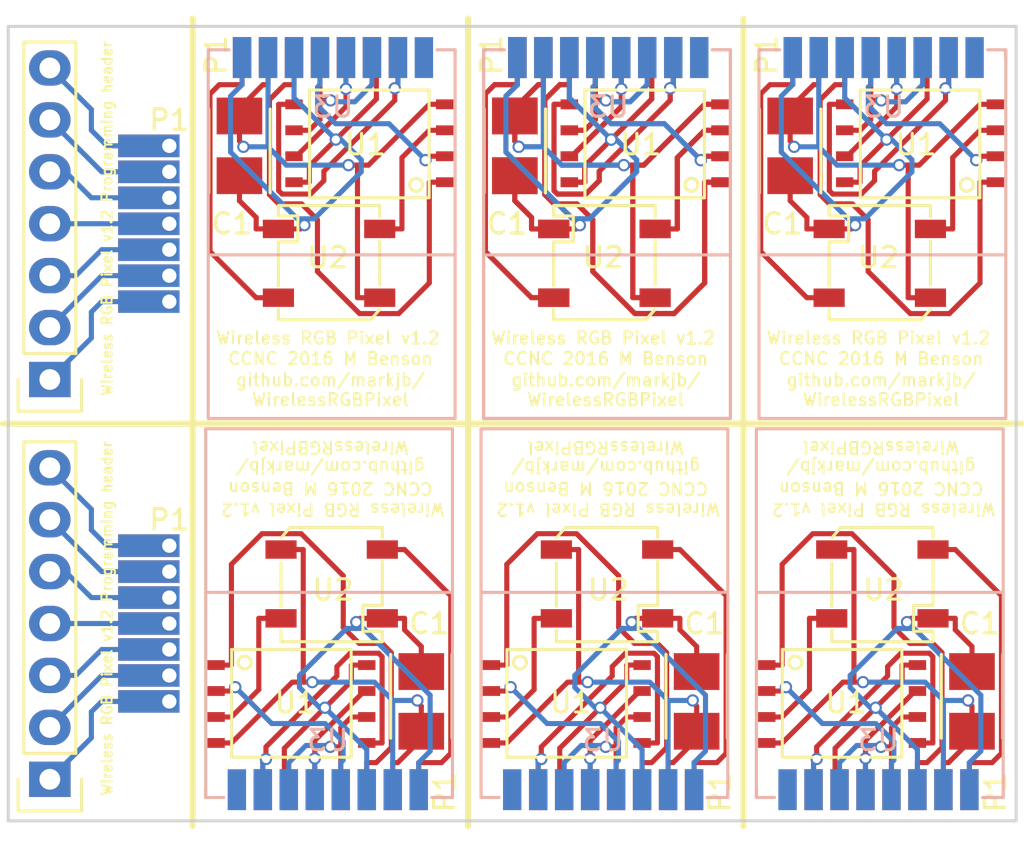
<source format=kicad_pcb>
(kicad_pcb (version 4) (host pcbnew 4.0.4+e1-6308~48~ubuntu16.04.1-stable)

  (general
    (links 187)
    (no_connects 45)
    (area 116.831713 105.7685 174.394001 150.193)
    (thickness 1.6)
    (drawings 31)
    (tracks 842)
    (zones 0)
    (modules 39)
    (nets 10)
  )

  (page A4)
  (layers
    (0 F.Cu signal)
    (31 B.Cu signal)
    (32 B.Adhes user)
    (33 F.Adhes user)
    (34 B.Paste user)
    (35 F.Paste user)
    (36 B.SilkS user)
    (37 F.SilkS user)
    (38 B.Mask user)
    (39 F.Mask user)
    (40 Dwgs.User user)
    (41 Cmts.User user)
    (42 Eco1.User user)
    (43 Eco2.User user)
    (44 Edge.Cuts user)
    (45 Margin user)
    (46 B.CrtYd user)
    (47 F.CrtYd user)
    (48 B.Fab user)
    (49 F.Fab user)
  )

  (setup
    (last_trace_width 0.25)
    (trace_clearance 0.2)
    (zone_clearance 0.508)
    (zone_45_only no)
    (trace_min 0.2)
    (segment_width 0.2)
    (edge_width 0.15)
    (via_size 0.6)
    (via_drill 0.4)
    (via_min_size 0.4)
    (via_min_drill 0.3)
    (uvia_size 0.3)
    (uvia_drill 0.1)
    (uvias_allowed no)
    (uvia_min_size 0.2)
    (uvia_min_drill 0.1)
    (pcb_text_width 0.3)
    (pcb_text_size 1.5 1.5)
    (mod_edge_width 0.15)
    (mod_text_size 1 1)
    (mod_text_width 0.15)
    (pad_size 1.524 1.524)
    (pad_drill 0.762)
    (pad_to_mask_clearance 0.2)
    (aux_axis_origin 0 0)
    (visible_elements FFFEF77F)
    (pcbplotparams
      (layerselection 0x010f0_80000001)
      (usegerberextensions true)
      (excludeedgelayer true)
      (linewidth 0.100000)
      (plotframeref false)
      (viasonmask false)
      (mode 1)
      (useauxorigin false)
      (hpglpennumber 1)
      (hpglpenspeed 20)
      (hpglpendiameter 15)
      (hpglpenoverlay 2)
      (psnegative false)
      (psa4output false)
      (plotreference true)
      (plotvalue true)
      (plotinvisibletext false)
      (padsonsilk false)
      (subtractmaskfromsilk false)
      (outputformat 1)
      (mirror false)
      (drillshape 0)
      (scaleselection 1)
      (outputdirectory Gerber/tiny_pcb_1_2_3x2_panel_and_prog_header/))
  )

  (net 0 "")
  (net 1 "Net-(U1-Pad3)")
  (net 2 "Net-(C1-Pad2)")
  (net 3 "Net-(C1-Pad1)")
  (net 4 "Net-(P1-Pad1)")
  (net 5 "Net-(P1-Pad5)")
  (net 6 "Net-(P1-Pad7)")
  (net 7 "Net-(P1-Pad4)")
  (net 8 "Net-(P1-Pad3)")
  (net 9 "Net-(U1-Pad2)")

  (net_class Default "This is the default net class."
    (clearance 0.2)
    (trace_width 0.25)
    (via_dia 0.6)
    (via_drill 0.4)
    (uvia_dia 0.3)
    (uvia_drill 0.1)
    (add_net "Net-(C1-Pad1)")
    (add_net "Net-(C1-Pad2)")
    (add_net "Net-(P1-Pad1)")
    (add_net "Net-(P1-Pad3)")
    (add_net "Net-(P1-Pad4)")
    (add_net "Net-(P1-Pad5)")
    (add_net "Net-(P1-Pad7)")
    (add_net "Net-(U1-Pad2)")
    (add_net "Net-(U1-Pad3)")
  )

  (module Custom:ATTiny85_8S2_EIAJ_SO8 (layer F.Cu) (tedit 583CABBF) (tstamp 583CB60A)
    (at 134.874 138.43)
    (path /577FF051)
    (fp_text reference U1 (at 3.8735 1.8415) (layer F.SilkS)
      (effects (font (size 1 1) (thickness 0.15)))
    )
    (fp_text value ATTINY85-P (at 4.2545 5.842) (layer F.Fab)
      (effects (font (size 1 1) (thickness 0.15)))
    )
    (fp_circle (center 1.397 -0.127) (end 1.5875 0.127) (layer F.SilkS) (width 0.15))
    (fp_line (start 6.604 -0.762) (end 0.762 -0.762) (layer F.SilkS) (width 0.15))
    (fp_line (start 0.762 4.5085) (end 6.604 4.5085) (layer F.SilkS) (width 0.15))
    (fp_line (start 6.604 -0.762) (end 6.604 4.5085) (layer F.SilkS) (width 0.15))
    (fp_line (start 0.762 4.5085) (end 0.762 -0.762) (layer F.SilkS) (width 0.15))
    (pad 1 smd rect (at 0 0) (size 0.85 0.48) (layers F.Cu F.Paste F.Mask)
      (net 5 "Net-(P1-Pad5)"))
    (pad 2 smd rect (at 0 1.27) (size 0.85 0.48) (layers F.Cu F.Paste F.Mask)
      (net 9 "Net-(U1-Pad2)"))
    (pad 3 smd rect (at 0 2.54) (size 0.85 0.48) (layers F.Cu F.Paste F.Mask)
      (net 1 "Net-(U1-Pad3)"))
    (pad 4 smd rect (at 0 3.81) (size 0.85 0.48) (layers F.Cu F.Paste F.Mask)
      (net 2 "Net-(C1-Pad2)"))
    (pad 8 smd rect (at 7.366 0) (size 0.85 0.48) (layers F.Cu F.Paste F.Mask)
      (net 3 "Net-(C1-Pad1)"))
    (pad 7 smd rect (at 7.366 1.27) (size 0.85 0.48) (layers F.Cu F.Paste F.Mask)
      (net 8 "Net-(P1-Pad3)"))
    (pad 6 smd rect (at 7.366 2.54) (size 0.85 0.48) (layers F.Cu F.Paste F.Mask)
      (net 7 "Net-(P1-Pad4)"))
    (pad 5 smd rect (at 7.366 3.81) (size 0.85 0.48) (layers F.Cu F.Paste F.Mask)
      (net 4 "Net-(P1-Pad1)"))
  )

  (module Custom:WS2812B_SMT (layer F.Cu) (tedit 583CA18C) (tstamp 583CB5F2)
    (at 143.002 136.144 180)
    (path /5839C986)
    (fp_text reference U2 (at 2.413 1.397 180) (layer F.SilkS)
      (effects (font (size 1 1) (thickness 0.15)))
    )
    (fp_text value WS2812B (at 2.413 -2.286 180) (layer F.Fab)
      (effects (font (size 1 1) (thickness 0.15)))
    )
    (fp_line (start 4.953 3.937) (end 4.5085 4.445) (layer F.SilkS) (width 0.15))
    (fp_line (start 4.5085 4.445) (end 3.937 4.445) (layer F.SilkS) (width 0.15))
    (fp_line (start 4.0005 4.445) (end 3.3655 4.445) (layer F.SilkS) (width 0.15))
    (fp_line (start 4.953 2.286) (end 4.953 2.7305) (layer F.SilkS) (width 0.15))
    (fp_line (start 4.953 2.286) (end 4.953 0.635) (layer F.SilkS) (width 0.15))
    (fp_line (start 3.302 4.445) (end 0 4.445) (layer F.SilkS) (width 0.15))
    (fp_line (start 4.953 -0.635) (end 4.953 -0.5715) (layer F.SilkS) (width 0.15))
    (fp_line (start 4.953 0.635) (end 4.953 0.5715) (layer F.SilkS) (width 0.15))
    (fp_line (start 0 4.064) (end 0 3.937) (layer F.SilkS) (width 0.15))
    (fp_line (start 0 -0.635) (end 0.9525 -0.635) (layer F.SilkS) (width 0.15))
    (fp_line (start 0 0.635) (end 0.889 0.635) (layer F.SilkS) (width 0.15))
    (fp_line (start 4.953 -1.143) (end 4.953 -0.635) (layer F.SilkS) (width 0.15))
    (fp_line (start 4.953 -1.143) (end 0 -1.143) (layer F.SilkS) (width 0.15))
    (fp_line (start 0 -0.635) (end 0 -1.143) (layer F.SilkS) (width 0.15))
    (fp_line (start 0 4.445) (end 0 4.064) (layer F.SilkS) (width 0.15))
    (fp_line (start 0 0.635) (end 0 2.794) (layer F.SilkS) (width 0.15))
    (fp_line (start 0.9525 -0.5715) (end 0.9525 0.635) (layer F.SilkS) (width 0.15))
    (pad 1 smd rect (at 0 0 180) (size 1.524 0.9) (layers F.Cu F.Paste F.Mask)
      (net 3 "Net-(C1-Pad1)"))
    (pad 2 smd rect (at 0 3.3655 180) (size 1.524 0.9) (layers F.Cu F.Paste F.Mask)
      (net 6 "Net-(P1-Pad7)"))
    (pad 4 smd rect (at 4.953 0 180) (size 1.524 0.9) (layers F.Cu F.Paste F.Mask)
      (net 1 "Net-(U1-Pad3)"))
    (pad 3 smd rect (at 4.953 3.3655 180) (size 1.524 0.9) (layers F.Cu F.Paste F.Mask)
      (net 2 "Net-(C1-Pad2)"))
    (model /home/mark/Documents/freecad/ws2812b.wrl
      (at (xyz 0 0.035 0))
      (scale (xyz 0.4 0.4 0.4))
      (rotate (xyz 0 0 -270))
    )
  )

  (module Custom:NRF24L01+_SMT (layer B.Cu) (tedit 57BB5127) (tstamp 583CB5DE)
    (at 144.78 144.526 180)
    (path /5839C750)
    (fp_text reference U3 (at 4.445 2.413 180) (layer B.SilkS)
      (effects (font (size 1 1) (thickness 0.15)) (justify mirror))
    )
    (fp_text value NRF24L01+ (at 4.191 10.541 450) (layer B.Fab)
      (effects (font (size 1 1) (thickness 0.15)) (justify mirror))
    )
    (fp_line (start 10.414 9.652) (end -1.651 9.652) (layer B.SilkS) (width 0.15))
    (fp_line (start -1.651 -0.381) (end -1.651 17.653) (layer B.SilkS) (width 0.15))
    (fp_line (start -1.651 17.653) (end 10.414 17.653) (layer B.SilkS) (width 0.15))
    (fp_line (start 10.414 17.653) (end 10.414 -0.381) (layer B.SilkS) (width 0.15))
    (fp_line (start -1.651 -0.381) (end -1.651 -0.254) (layer B.SilkS) (width 0.15))
    (fp_line (start -0.635 -0.381) (end -1.651 -0.381) (layer B.SilkS) (width 0.15))
    (fp_line (start 10.414 -0.381) (end 9.525 -0.381) (layer B.SilkS) (width 0.15))
    (fp_line (start 10.414 0) (end 10.414 -0.381) (layer B.SilkS) (width 0.15))
    (fp_line (start -1.651 0) (end -1.651 -0.254) (layer B.SilkS) (width 0.15))
    (pad 1 smd rect (at 0 0 180) (size 0.9 2) (layers B.Cu B.Paste B.Mask)
      (net 3 "Net-(C1-Pad1)"))
    (pad 2 smd rect (at 1.27 0 180) (size 0.9 2) (layers B.Cu B.Paste B.Mask)
      (net 2 "Net-(C1-Pad2)"))
    (pad 3 smd rect (at 2.54 0 180) (size 0.9 2) (layers B.Cu B.Paste B.Mask)
      (net 3 "Net-(C1-Pad1)"))
    (pad 4 smd rect (at 3.81 0 180) (size 0.9 2) (layers B.Cu B.Paste B.Mask)
      (net 9 "Net-(U1-Pad2)"))
    (pad 5 smd rect (at 5.08 0 180) (size 0.9 2) (layers B.Cu B.Paste B.Mask)
      (net 8 "Net-(P1-Pad3)"))
    (pad 6 smd rect (at 6.35 0 180) (size 0.9 2) (layers B.Cu B.Paste B.Mask)
      (net 7 "Net-(P1-Pad4)"))
    (pad 7 smd rect (at 7.62 0 180) (size 0.9 2) (layers B.Cu B.Paste B.Mask)
      (net 4 "Net-(P1-Pad1)"))
    (pad 8 smd rect (at 8.89 0 180) (size 0.9 2) (layers B.Cu B.Paste B.Mask))
    (model /home/mark/Documents/freecad/nrf24l01_smd.wrl
      (at (xyz 0.414 -0.012 0))
      (scale (xyz 0.395 0.395 0.395))
      (rotate (xyz 0 0 -90))
    )
  )

  (module Custom:CONN7 (layer F.Cu) (tedit 583CA17A) (tstamp 583CB5D4)
    (at 137.16 144.526)
    (path /57D6DA44)
    (fp_text reference P1 (at 8.89 0.127 90) (layer F.SilkS)
      (effects (font (size 1 1) (thickness 0.15)))
    )
    (fp_text value CONN_01X07 (at 3.81 1.9685 180) (layer F.Fab)
      (effects (font (size 1 1) (thickness 0.15)))
    )
    (pad 1 smd rect (at 0 0) (size 0.9 2) (layers F.Cu F.Paste F.Mask)
      (net 4 "Net-(P1-Pad1)"))
    (pad 2 smd rect (at 1.27 0) (size 0.9 2) (layers F.Cu F.Paste F.Mask)
      (net 3 "Net-(C1-Pad1)"))
    (pad 3 smd rect (at 2.54 0) (size 0.9 2) (layers F.Cu F.Paste F.Mask)
      (net 8 "Net-(P1-Pad3)"))
    (pad 4 smd rect (at 3.81 0) (size 0.9 2) (layers F.Cu F.Paste F.Mask)
      (net 7 "Net-(P1-Pad4)"))
    (pad 5 smd rect (at 5.08 0) (size 0.9 2) (layers F.Cu F.Paste F.Mask)
      (net 5 "Net-(P1-Pad5)"))
    (pad 6 smd rect (at 6.35 0) (size 0.9 2) (layers F.Cu F.Paste F.Mask)
      (net 2 "Net-(C1-Pad2)"))
    (pad 7 smd rect (at 7.62 0) (size 0.9 2) (layers F.Cu F.Paste F.Mask)
      (net 6 "Net-(P1-Pad7)"))
  )

  (module Capacitors_Tantalum_SMD:TantalC_SizeB_EIA-3528_Reflow (layer F.Cu) (tedit 583CA185) (tstamp 583CB5C9)
    (at 144.907 140.208 270)
    (descr "Tantal Cap. , Size B, EIA-3528, Reflow")
    (tags "Tantal Capacitor Size-B EIA-3528 Reflow")
    (path /577FF120)
    (attr smd)
    (fp_text reference C1 (at -3.81 -0.381 360) (layer F.SilkS)
      (effects (font (size 1 1) (thickness 0.15)))
    )
    (fp_text value 100u (at 0 2.7 270) (layer F.Fab)
      (effects (font (size 1 1) (thickness 0.15)))
    )
    (fp_line (start 2.7 -1.8) (end -2.7 -1.8) (layer F.CrtYd) (width 0.05))
    (fp_line (start -2.7 -1.8) (end -2.7 1.8) (layer F.CrtYd) (width 0.05))
    (fp_line (start -2.7 1.8) (end 2.7 1.8) (layer F.CrtYd) (width 0.05))
    (fp_line (start 2.7 1.8) (end 2.7 -1.8) (layer F.CrtYd) (width 0.05))
    (fp_line (start 1.8 1.5) (end -2.3 1.5) (layer F.SilkS) (width 0.15))
    (fp_line (start 1.8 -1.5) (end -2.3 -1.5) (layer F.SilkS) (width 0.15))
    (pad 2 smd rect (at 1.46 0 270) (size 1.8 2.23) (layers F.Cu F.Paste F.Mask)
      (net 2 "Net-(C1-Pad2)"))
    (pad 1 smd rect (at -1.46 0 270) (size 1.8 2.23) (layers F.Cu F.Paste F.Mask)
      (net 3 "Net-(C1-Pad1)"))
    (model Capacitors_Tantalum_SMD.3dshapes/TantalC_SizeB_EIA-3528_Reflow.wrl
      (at (xyz 0 0 0))
      (scale (xyz 1 1 1))
      (rotate (xyz 0 0 180))
    )
  )

  (module Custom:ATTiny85_8S2_EIAJ_SO8 (layer F.Cu) (tedit 583CABBF) (tstamp 583CB540)
    (at 161.798 138.43)
    (path /577FF051)
    (fp_text reference U1 (at 3.8735 1.8415) (layer F.SilkS)
      (effects (font (size 1 1) (thickness 0.15)))
    )
    (fp_text value ATTINY85-P (at 4.2545 5.842) (layer F.Fab)
      (effects (font (size 1 1) (thickness 0.15)))
    )
    (fp_circle (center 1.397 -0.127) (end 1.5875 0.127) (layer F.SilkS) (width 0.15))
    (fp_line (start 6.604 -0.762) (end 0.762 -0.762) (layer F.SilkS) (width 0.15))
    (fp_line (start 0.762 4.5085) (end 6.604 4.5085) (layer F.SilkS) (width 0.15))
    (fp_line (start 6.604 -0.762) (end 6.604 4.5085) (layer F.SilkS) (width 0.15))
    (fp_line (start 0.762 4.5085) (end 0.762 -0.762) (layer F.SilkS) (width 0.15))
    (pad 1 smd rect (at 0 0) (size 0.85 0.48) (layers F.Cu F.Paste F.Mask)
      (net 5 "Net-(P1-Pad5)"))
    (pad 2 smd rect (at 0 1.27) (size 0.85 0.48) (layers F.Cu F.Paste F.Mask)
      (net 9 "Net-(U1-Pad2)"))
    (pad 3 smd rect (at 0 2.54) (size 0.85 0.48) (layers F.Cu F.Paste F.Mask)
      (net 1 "Net-(U1-Pad3)"))
    (pad 4 smd rect (at 0 3.81) (size 0.85 0.48) (layers F.Cu F.Paste F.Mask)
      (net 2 "Net-(C1-Pad2)"))
    (pad 8 smd rect (at 7.366 0) (size 0.85 0.48) (layers F.Cu F.Paste F.Mask)
      (net 3 "Net-(C1-Pad1)"))
    (pad 7 smd rect (at 7.366 1.27) (size 0.85 0.48) (layers F.Cu F.Paste F.Mask)
      (net 8 "Net-(P1-Pad3)"))
    (pad 6 smd rect (at 7.366 2.54) (size 0.85 0.48) (layers F.Cu F.Paste F.Mask)
      (net 7 "Net-(P1-Pad4)"))
    (pad 5 smd rect (at 7.366 3.81) (size 0.85 0.48) (layers F.Cu F.Paste F.Mask)
      (net 4 "Net-(P1-Pad1)"))
  )

  (module Custom:WS2812B_SMT (layer F.Cu) (tedit 583CA18C) (tstamp 583CB528)
    (at 169.926 136.144 180)
    (path /5839C986)
    (fp_text reference U2 (at 2.413 1.397 180) (layer F.SilkS)
      (effects (font (size 1 1) (thickness 0.15)))
    )
    (fp_text value WS2812B (at 2.413 -2.286 180) (layer F.Fab)
      (effects (font (size 1 1) (thickness 0.15)))
    )
    (fp_line (start 4.953 3.937) (end 4.5085 4.445) (layer F.SilkS) (width 0.15))
    (fp_line (start 4.5085 4.445) (end 3.937 4.445) (layer F.SilkS) (width 0.15))
    (fp_line (start 4.0005 4.445) (end 3.3655 4.445) (layer F.SilkS) (width 0.15))
    (fp_line (start 4.953 2.286) (end 4.953 2.7305) (layer F.SilkS) (width 0.15))
    (fp_line (start 4.953 2.286) (end 4.953 0.635) (layer F.SilkS) (width 0.15))
    (fp_line (start 3.302 4.445) (end 0 4.445) (layer F.SilkS) (width 0.15))
    (fp_line (start 4.953 -0.635) (end 4.953 -0.5715) (layer F.SilkS) (width 0.15))
    (fp_line (start 4.953 0.635) (end 4.953 0.5715) (layer F.SilkS) (width 0.15))
    (fp_line (start 0 4.064) (end 0 3.937) (layer F.SilkS) (width 0.15))
    (fp_line (start 0 -0.635) (end 0.9525 -0.635) (layer F.SilkS) (width 0.15))
    (fp_line (start 0 0.635) (end 0.889 0.635) (layer F.SilkS) (width 0.15))
    (fp_line (start 4.953 -1.143) (end 4.953 -0.635) (layer F.SilkS) (width 0.15))
    (fp_line (start 4.953 -1.143) (end 0 -1.143) (layer F.SilkS) (width 0.15))
    (fp_line (start 0 -0.635) (end 0 -1.143) (layer F.SilkS) (width 0.15))
    (fp_line (start 0 4.445) (end 0 4.064) (layer F.SilkS) (width 0.15))
    (fp_line (start 0 0.635) (end 0 2.794) (layer F.SilkS) (width 0.15))
    (fp_line (start 0.9525 -0.5715) (end 0.9525 0.635) (layer F.SilkS) (width 0.15))
    (pad 1 smd rect (at 0 0 180) (size 1.524 0.9) (layers F.Cu F.Paste F.Mask)
      (net 3 "Net-(C1-Pad1)"))
    (pad 2 smd rect (at 0 3.3655 180) (size 1.524 0.9) (layers F.Cu F.Paste F.Mask)
      (net 6 "Net-(P1-Pad7)"))
    (pad 4 smd rect (at 4.953 0 180) (size 1.524 0.9) (layers F.Cu F.Paste F.Mask)
      (net 1 "Net-(U1-Pad3)"))
    (pad 3 smd rect (at 4.953 3.3655 180) (size 1.524 0.9) (layers F.Cu F.Paste F.Mask)
      (net 2 "Net-(C1-Pad2)"))
    (model /home/mark/Documents/freecad/ws2812b.wrl
      (at (xyz 0 0.035 0))
      (scale (xyz 0.4 0.4 0.4))
      (rotate (xyz 0 0 -270))
    )
  )

  (module Custom:NRF24L01+_SMT (layer B.Cu) (tedit 57BB5127) (tstamp 583CB514)
    (at 171.704 144.526 180)
    (path /5839C750)
    (fp_text reference U3 (at 4.445 2.413 180) (layer B.SilkS)
      (effects (font (size 1 1) (thickness 0.15)) (justify mirror))
    )
    (fp_text value NRF24L01+ (at 4.191 10.541 450) (layer B.Fab)
      (effects (font (size 1 1) (thickness 0.15)) (justify mirror))
    )
    (fp_line (start 10.414 9.652) (end -1.651 9.652) (layer B.SilkS) (width 0.15))
    (fp_line (start -1.651 -0.381) (end -1.651 17.653) (layer B.SilkS) (width 0.15))
    (fp_line (start -1.651 17.653) (end 10.414 17.653) (layer B.SilkS) (width 0.15))
    (fp_line (start 10.414 17.653) (end 10.414 -0.381) (layer B.SilkS) (width 0.15))
    (fp_line (start -1.651 -0.381) (end -1.651 -0.254) (layer B.SilkS) (width 0.15))
    (fp_line (start -0.635 -0.381) (end -1.651 -0.381) (layer B.SilkS) (width 0.15))
    (fp_line (start 10.414 -0.381) (end 9.525 -0.381) (layer B.SilkS) (width 0.15))
    (fp_line (start 10.414 0) (end 10.414 -0.381) (layer B.SilkS) (width 0.15))
    (fp_line (start -1.651 0) (end -1.651 -0.254) (layer B.SilkS) (width 0.15))
    (pad 1 smd rect (at 0 0 180) (size 0.9 2) (layers B.Cu B.Paste B.Mask)
      (net 3 "Net-(C1-Pad1)"))
    (pad 2 smd rect (at 1.27 0 180) (size 0.9 2) (layers B.Cu B.Paste B.Mask)
      (net 2 "Net-(C1-Pad2)"))
    (pad 3 smd rect (at 2.54 0 180) (size 0.9 2) (layers B.Cu B.Paste B.Mask)
      (net 3 "Net-(C1-Pad1)"))
    (pad 4 smd rect (at 3.81 0 180) (size 0.9 2) (layers B.Cu B.Paste B.Mask)
      (net 9 "Net-(U1-Pad2)"))
    (pad 5 smd rect (at 5.08 0 180) (size 0.9 2) (layers B.Cu B.Paste B.Mask)
      (net 8 "Net-(P1-Pad3)"))
    (pad 6 smd rect (at 6.35 0 180) (size 0.9 2) (layers B.Cu B.Paste B.Mask)
      (net 7 "Net-(P1-Pad4)"))
    (pad 7 smd rect (at 7.62 0 180) (size 0.9 2) (layers B.Cu B.Paste B.Mask)
      (net 4 "Net-(P1-Pad1)"))
    (pad 8 smd rect (at 8.89 0 180) (size 0.9 2) (layers B.Cu B.Paste B.Mask))
    (model /home/mark/Documents/freecad/nrf24l01_smd.wrl
      (at (xyz 0.414 -0.012 0))
      (scale (xyz 0.395 0.395 0.395))
      (rotate (xyz 0 0 -90))
    )
  )

  (module Custom:CONN7 (layer F.Cu) (tedit 583CA17A) (tstamp 583CB50A)
    (at 164.084 144.526)
    (path /57D6DA44)
    (fp_text reference P1 (at 8.89 0.127 90) (layer F.SilkS)
      (effects (font (size 1 1) (thickness 0.15)))
    )
    (fp_text value CONN_01X07 (at 3.81 1.9685 180) (layer F.Fab)
      (effects (font (size 1 1) (thickness 0.15)))
    )
    (pad 1 smd rect (at 0 0) (size 0.9 2) (layers F.Cu F.Paste F.Mask)
      (net 4 "Net-(P1-Pad1)"))
    (pad 2 smd rect (at 1.27 0) (size 0.9 2) (layers F.Cu F.Paste F.Mask)
      (net 3 "Net-(C1-Pad1)"))
    (pad 3 smd rect (at 2.54 0) (size 0.9 2) (layers F.Cu F.Paste F.Mask)
      (net 8 "Net-(P1-Pad3)"))
    (pad 4 smd rect (at 3.81 0) (size 0.9 2) (layers F.Cu F.Paste F.Mask)
      (net 7 "Net-(P1-Pad4)"))
    (pad 5 smd rect (at 5.08 0) (size 0.9 2) (layers F.Cu F.Paste F.Mask)
      (net 5 "Net-(P1-Pad5)"))
    (pad 6 smd rect (at 6.35 0) (size 0.9 2) (layers F.Cu F.Paste F.Mask)
      (net 2 "Net-(C1-Pad2)"))
    (pad 7 smd rect (at 7.62 0) (size 0.9 2) (layers F.Cu F.Paste F.Mask)
      (net 6 "Net-(P1-Pad7)"))
  )

  (module Capacitors_Tantalum_SMD:TantalC_SizeB_EIA-3528_Reflow (layer F.Cu) (tedit 583CA185) (tstamp 583CB4FF)
    (at 171.831 140.208 270)
    (descr "Tantal Cap. , Size B, EIA-3528, Reflow")
    (tags "Tantal Capacitor Size-B EIA-3528 Reflow")
    (path /577FF120)
    (attr smd)
    (fp_text reference C1 (at -3.81 -0.381 360) (layer F.SilkS)
      (effects (font (size 1 1) (thickness 0.15)))
    )
    (fp_text value 100u (at 0 2.7 270) (layer F.Fab)
      (effects (font (size 1 1) (thickness 0.15)))
    )
    (fp_line (start 2.7 -1.8) (end -2.7 -1.8) (layer F.CrtYd) (width 0.05))
    (fp_line (start -2.7 -1.8) (end -2.7 1.8) (layer F.CrtYd) (width 0.05))
    (fp_line (start -2.7 1.8) (end 2.7 1.8) (layer F.CrtYd) (width 0.05))
    (fp_line (start 2.7 1.8) (end 2.7 -1.8) (layer F.CrtYd) (width 0.05))
    (fp_line (start 1.8 1.5) (end -2.3 1.5) (layer F.SilkS) (width 0.15))
    (fp_line (start 1.8 -1.5) (end -2.3 -1.5) (layer F.SilkS) (width 0.15))
    (pad 2 smd rect (at 1.46 0 270) (size 1.8 2.23) (layers F.Cu F.Paste F.Mask)
      (net 2 "Net-(C1-Pad2)"))
    (pad 1 smd rect (at -1.46 0 270) (size 1.8 2.23) (layers F.Cu F.Paste F.Mask)
      (net 3 "Net-(C1-Pad1)"))
    (model Capacitors_Tantalum_SMD.3dshapes/TantalC_SizeB_EIA-3528_Reflow.wrl
      (at (xyz 0 0 0))
      (scale (xyz 1 1 1))
      (rotate (xyz 0 0 180))
    )
  )

  (module Custom:CONN7_Pogo (layer F.Cu) (tedit 5839DE71) (tstamp 583AFC8B)
    (at 132.588 140.208 90)
    (fp_text reference P1 (at 8.89 0 180) (layer F.SilkS)
      (effects (font (size 1 1) (thickness 0.15)))
    )
    (fp_text value CONN_01X07 (at 3.81 1.9685 90) (layer F.Fab) hide
      (effects (font (size 1 1) (thickness 0.15)))
    )
    (pad 1 thru_hole rect (at 0 0 90) (size 1.1 3) (drill 0.7 (offset 0 -1)) (layers *.Cu *.Mask))
    (pad 2 thru_hole rect (at 1.27 0 90) (size 1.1 3) (drill 0.7 (offset 0 -1)) (layers *.Cu *.Mask))
    (pad 3 thru_hole rect (at 2.54 0 90) (size 1.1 3) (drill 0.7 (offset 0 -1)) (layers *.Cu *.Mask))
    (pad 4 thru_hole rect (at 3.81 0 90) (size 1.1 3) (drill 0.7 (offset 0 -1)) (layers *.Cu *.Mask))
    (pad 5 thru_hole rect (at 5.08 0 90) (size 1.1 3) (drill 0.7 (offset 0 -1)) (layers *.Cu *.Mask))
    (pad 6 thru_hole rect (at 6.35 0 90) (size 1.1 3) (drill 0.7 (offset 0 -1)) (layers *.Cu *.Mask))
    (pad 7 thru_hole rect (at 7.62 0 90) (size 1.1 3) (drill 0.7 (offset 0 -1)) (layers *.Cu *.Mask))
  )

  (module Pin_Headers:Pin_Header_Straight_1x07 (layer F.Cu) (tedit 5839D7D3) (tstamp 5839D837)
    (at 126.746 124.46 180)
    (descr "Through hole pin header")
    (tags "pin header")
    (fp_text reference P1 (at 0 -5.1 180) (layer F.SilkS) hide
      (effects (font (size 1 1) (thickness 0.15)))
    )
    (fp_text value Pin_Header_Straight_1x07 (at 0 -3.1 180) (layer F.Fab) hide
      (effects (font (size 1 1) (thickness 0.15)))
    )
    (fp_line (start -1.75 -1.75) (end -1.75 17) (layer F.CrtYd) (width 0.05))
    (fp_line (start 1.75 -1.75) (end 1.75 17) (layer F.CrtYd) (width 0.05))
    (fp_line (start -1.75 -1.75) (end 1.75 -1.75) (layer F.CrtYd) (width 0.05))
    (fp_line (start -1.75 17) (end 1.75 17) (layer F.CrtYd) (width 0.05))
    (fp_line (start 1.27 1.27) (end 1.27 16.51) (layer F.SilkS) (width 0.15))
    (fp_line (start 1.27 16.51) (end -1.27 16.51) (layer F.SilkS) (width 0.15))
    (fp_line (start -1.27 16.51) (end -1.27 1.27) (layer F.SilkS) (width 0.15))
    (fp_line (start 1.55 -1.55) (end 1.55 0) (layer F.SilkS) (width 0.15))
    (fp_line (start 1.27 1.27) (end -1.27 1.27) (layer F.SilkS) (width 0.15))
    (fp_line (start -1.55 0) (end -1.55 -1.55) (layer F.SilkS) (width 0.15))
    (fp_line (start -1.55 -1.55) (end 1.55 -1.55) (layer F.SilkS) (width 0.15))
    (pad 1 thru_hole rect (at 0 0 180) (size 2.032 1.7272) (drill 1.016) (layers *.Cu *.Mask))
    (pad 2 thru_hole oval (at 0 2.54 180) (size 2.032 1.7272) (drill 1.016) (layers *.Cu *.Mask))
    (pad 3 thru_hole oval (at 0 5.08 180) (size 2.032 1.7272) (drill 1.016) (layers *.Cu *.Mask))
    (pad 4 thru_hole oval (at 0 7.62 180) (size 2.032 1.7272) (drill 1.016) (layers *.Cu *.Mask))
    (pad 5 thru_hole oval (at 0 10.16 180) (size 2.032 1.7272) (drill 1.016) (layers *.Cu *.Mask))
    (pad 6 thru_hole oval (at 0 12.7 180) (size 2.032 1.7272) (drill 1.016) (layers *.Cu *.Mask))
    (pad 7 thru_hole oval (at 0 15.24 180) (size 2.032 1.7272) (drill 1.016) (layers *.Cu *.Mask))
    (model Pin_Headers.3dshapes/Pin_Header_Straight_1x07.wrl
      (at (xyz 0 -0.3 0))
      (scale (xyz 1 1 1))
      (rotate (xyz 0 0 90))
    )
  )

  (module Custom:CONN7_Pogo (layer F.Cu) (tedit 5839DE7A) (tstamp 583AFC8B)
    (at 132.588 120.65 90)
    (fp_text reference P1 (at 8.89 0 180) (layer F.SilkS)
      (effects (font (size 1 1) (thickness 0.15)))
    )
    (fp_text value CONN_01X07 (at 3.81 1.9685 90) (layer F.Fab) hide
      (effects (font (size 1 1) (thickness 0.15)))
    )
    (pad 1 thru_hole rect (at 0 0 90) (size 1.1 3) (drill 0.7 (offset 0 -1)) (layers *.Cu *.Mask))
    (pad 2 thru_hole rect (at 1.27 0 90) (size 1.1 3) (drill 0.7 (offset 0 -1)) (layers *.Cu *.Mask))
    (pad 3 thru_hole rect (at 2.54 0 90) (size 1.1 3) (drill 0.7 (offset 0 -1)) (layers *.Cu *.Mask))
    (pad 4 thru_hole rect (at 3.81 0 90) (size 1.1 3) (drill 0.7 (offset 0 -1)) (layers *.Cu *.Mask))
    (pad 5 thru_hole rect (at 5.08 0 90) (size 1.1 3) (drill 0.7 (offset 0 -1)) (layers *.Cu *.Mask))
    (pad 6 thru_hole rect (at 6.35 0 90) (size 1.1 3) (drill 0.7 (offset 0 -1)) (layers *.Cu *.Mask))
    (pad 7 thru_hole rect (at 7.62 0 90) (size 1.1 3) (drill 0.7 (offset 0 -1)) (layers *.Cu *.Mask))
  )

  (module Pin_Headers:Pin_Header_Straight_1x07 (layer F.Cu) (tedit 5839D7D3) (tstamp 5839D837)
    (at 126.746 144.018 180)
    (descr "Through hole pin header")
    (tags "pin header")
    (fp_text reference P1 (at 0 -5.1 180) (layer F.SilkS) hide
      (effects (font (size 1 1) (thickness 0.15)))
    )
    (fp_text value Pin_Header_Straight_1x07 (at 0 -3.1 180) (layer F.Fab) hide
      (effects (font (size 1 1) (thickness 0.15)))
    )
    (fp_line (start -1.75 -1.75) (end -1.75 17) (layer F.CrtYd) (width 0.05))
    (fp_line (start 1.75 -1.75) (end 1.75 17) (layer F.CrtYd) (width 0.05))
    (fp_line (start -1.75 -1.75) (end 1.75 -1.75) (layer F.CrtYd) (width 0.05))
    (fp_line (start -1.75 17) (end 1.75 17) (layer F.CrtYd) (width 0.05))
    (fp_line (start 1.27 1.27) (end 1.27 16.51) (layer F.SilkS) (width 0.15))
    (fp_line (start 1.27 16.51) (end -1.27 16.51) (layer F.SilkS) (width 0.15))
    (fp_line (start -1.27 16.51) (end -1.27 1.27) (layer F.SilkS) (width 0.15))
    (fp_line (start 1.55 -1.55) (end 1.55 0) (layer F.SilkS) (width 0.15))
    (fp_line (start 1.27 1.27) (end -1.27 1.27) (layer F.SilkS) (width 0.15))
    (fp_line (start -1.55 0) (end -1.55 -1.55) (layer F.SilkS) (width 0.15))
    (fp_line (start -1.55 -1.55) (end 1.55 -1.55) (layer F.SilkS) (width 0.15))
    (pad 1 thru_hole rect (at 0 0 180) (size 2.032 1.7272) (drill 1.016) (layers *.Cu *.Mask))
    (pad 2 thru_hole oval (at 0 2.54 180) (size 2.032 1.7272) (drill 1.016) (layers *.Cu *.Mask))
    (pad 3 thru_hole oval (at 0 5.08 180) (size 2.032 1.7272) (drill 1.016) (layers *.Cu *.Mask))
    (pad 4 thru_hole oval (at 0 7.62 180) (size 2.032 1.7272) (drill 1.016) (layers *.Cu *.Mask))
    (pad 5 thru_hole oval (at 0 10.16 180) (size 2.032 1.7272) (drill 1.016) (layers *.Cu *.Mask))
    (pad 6 thru_hole oval (at 0 12.7 180) (size 2.032 1.7272) (drill 1.016) (layers *.Cu *.Mask))
    (pad 7 thru_hole oval (at 0 15.24 180) (size 2.032 1.7272) (drill 1.016) (layers *.Cu *.Mask))
    (model Pin_Headers.3dshapes/Pin_Header_Straight_1x07.wrl
      (at (xyz 0 -0.3 0))
      (scale (xyz 1 1 1))
      (rotate (xyz 0 0 90))
    )
  )

  (module Capacitors_Tantalum_SMD:TantalC_SizeB_EIA-3528_Reflow (layer F.Cu) (tedit 583CA185) (tstamp 5839CB91)
    (at 136.017 113.03 90)
    (descr "Tantal Cap. , Size B, EIA-3528, Reflow")
    (tags "Tantal Capacitor Size-B EIA-3528 Reflow")
    (path /577FF120)
    (attr smd)
    (fp_text reference C1 (at -3.81 -0.381 180) (layer F.SilkS)
      (effects (font (size 1 1) (thickness 0.15)))
    )
    (fp_text value 100u (at 0 2.7 90) (layer F.Fab)
      (effects (font (size 1 1) (thickness 0.15)))
    )
    (fp_line (start 2.7 -1.8) (end -2.7 -1.8) (layer F.CrtYd) (width 0.05))
    (fp_line (start -2.7 -1.8) (end -2.7 1.8) (layer F.CrtYd) (width 0.05))
    (fp_line (start -2.7 1.8) (end 2.7 1.8) (layer F.CrtYd) (width 0.05))
    (fp_line (start 2.7 1.8) (end 2.7 -1.8) (layer F.CrtYd) (width 0.05))
    (fp_line (start 1.8 1.5) (end -2.3 1.5) (layer F.SilkS) (width 0.15))
    (fp_line (start 1.8 -1.5) (end -2.3 -1.5) (layer F.SilkS) (width 0.15))
    (pad 2 smd rect (at 1.46 0 90) (size 1.8 2.23) (layers F.Cu F.Paste F.Mask)
      (net 2 "Net-(C1-Pad2)"))
    (pad 1 smd rect (at -1.46 0 90) (size 1.8 2.23) (layers F.Cu F.Paste F.Mask)
      (net 3 "Net-(C1-Pad1)"))
    (model Capacitors_Tantalum_SMD.3dshapes/TantalC_SizeB_EIA-3528_Reflow.wrl
      (at (xyz 0 0 0))
      (scale (xyz 1 1 1))
      (rotate (xyz 0 0 180))
    )
  )

  (module Custom:CONN7 (layer F.Cu) (tedit 583CA17A) (tstamp 5839CC18)
    (at 143.764 108.712 180)
    (path /57D6DA44)
    (fp_text reference P1 (at 8.89 0.127 270) (layer F.SilkS)
      (effects (font (size 1 1) (thickness 0.15)))
    )
    (fp_text value CONN_01X07 (at 3.81 1.9685 360) (layer F.Fab)
      (effects (font (size 1 1) (thickness 0.15)))
    )
    (pad 1 smd rect (at 0 0 180) (size 0.9 2) (layers F.Cu F.Paste F.Mask)
      (net 4 "Net-(P1-Pad1)"))
    (pad 2 smd rect (at 1.27 0 180) (size 0.9 2) (layers F.Cu F.Paste F.Mask)
      (net 3 "Net-(C1-Pad1)"))
    (pad 3 smd rect (at 2.54 0 180) (size 0.9 2) (layers F.Cu F.Paste F.Mask)
      (net 8 "Net-(P1-Pad3)"))
    (pad 4 smd rect (at 3.81 0 180) (size 0.9 2) (layers F.Cu F.Paste F.Mask)
      (net 7 "Net-(P1-Pad4)"))
    (pad 5 smd rect (at 5.08 0 180) (size 0.9 2) (layers F.Cu F.Paste F.Mask)
      (net 5 "Net-(P1-Pad5)"))
    (pad 6 smd rect (at 6.35 0 180) (size 0.9 2) (layers F.Cu F.Paste F.Mask)
      (net 2 "Net-(C1-Pad2)"))
    (pad 7 smd rect (at 7.62 0 180) (size 0.9 2) (layers F.Cu F.Paste F.Mask)
      (net 6 "Net-(P1-Pad7)"))
  )

  (module Custom:NRF24L01+_SMT (layer B.Cu) (tedit 57BB5127) (tstamp 5839CC60)
    (at 136.144 108.712)
    (path /5839C750)
    (fp_text reference U3 (at 4.445 2.413) (layer B.SilkS)
      (effects (font (size 1 1) (thickness 0.15)) (justify mirror))
    )
    (fp_text value NRF24L01+ (at 4.191 10.541 270) (layer B.Fab)
      (effects (font (size 1 1) (thickness 0.15)) (justify mirror))
    )
    (fp_line (start 10.414 9.652) (end -1.651 9.652) (layer B.SilkS) (width 0.15))
    (fp_line (start -1.651 -0.381) (end -1.651 17.653) (layer B.SilkS) (width 0.15))
    (fp_line (start -1.651 17.653) (end 10.414 17.653) (layer B.SilkS) (width 0.15))
    (fp_line (start 10.414 17.653) (end 10.414 -0.381) (layer B.SilkS) (width 0.15))
    (fp_line (start -1.651 -0.381) (end -1.651 -0.254) (layer B.SilkS) (width 0.15))
    (fp_line (start -0.635 -0.381) (end -1.651 -0.381) (layer B.SilkS) (width 0.15))
    (fp_line (start 10.414 -0.381) (end 9.525 -0.381) (layer B.SilkS) (width 0.15))
    (fp_line (start 10.414 0) (end 10.414 -0.381) (layer B.SilkS) (width 0.15))
    (fp_line (start -1.651 0) (end -1.651 -0.254) (layer B.SilkS) (width 0.15))
    (pad 1 smd rect (at 0 0) (size 0.9 2) (layers B.Cu B.Paste B.Mask)
      (net 3 "Net-(C1-Pad1)"))
    (pad 2 smd rect (at 1.27 0) (size 0.9 2) (layers B.Cu B.Paste B.Mask)
      (net 2 "Net-(C1-Pad2)"))
    (pad 3 smd rect (at 2.54 0) (size 0.9 2) (layers B.Cu B.Paste B.Mask)
      (net 3 "Net-(C1-Pad1)"))
    (pad 4 smd rect (at 3.81 0) (size 0.9 2) (layers B.Cu B.Paste B.Mask)
      (net 9 "Net-(U1-Pad2)"))
    (pad 5 smd rect (at 5.08 0) (size 0.9 2) (layers B.Cu B.Paste B.Mask)
      (net 8 "Net-(P1-Pad3)"))
    (pad 6 smd rect (at 6.35 0) (size 0.9 2) (layers B.Cu B.Paste B.Mask)
      (net 7 "Net-(P1-Pad4)"))
    (pad 7 smd rect (at 7.62 0) (size 0.9 2) (layers B.Cu B.Paste B.Mask)
      (net 4 "Net-(P1-Pad1)"))
    (pad 8 smd rect (at 8.89 0) (size 0.9 2) (layers B.Cu B.Paste B.Mask))
    (model /home/mark/Documents/freecad/nrf24l01_smd.wrl
      (at (xyz 0.414 -0.012 0))
      (scale (xyz 0.395 0.395 0.395))
      (rotate (xyz 0 0 -90))
    )
  )

  (module Custom:WS2812B_SMT (layer F.Cu) (tedit 583CA18C) (tstamp 5839CC4B)
    (at 137.922 117.094)
    (path /5839C986)
    (fp_text reference U2 (at 2.413 1.397) (layer F.SilkS)
      (effects (font (size 1 1) (thickness 0.15)))
    )
    (fp_text value WS2812B (at 2.413 -2.286) (layer F.Fab)
      (effects (font (size 1 1) (thickness 0.15)))
    )
    (fp_line (start 4.953 3.937) (end 4.5085 4.445) (layer F.SilkS) (width 0.15))
    (fp_line (start 4.5085 4.445) (end 3.937 4.445) (layer F.SilkS) (width 0.15))
    (fp_line (start 4.0005 4.445) (end 3.3655 4.445) (layer F.SilkS) (width 0.15))
    (fp_line (start 4.953 2.286) (end 4.953 2.7305) (layer F.SilkS) (width 0.15))
    (fp_line (start 4.953 2.286) (end 4.953 0.635) (layer F.SilkS) (width 0.15))
    (fp_line (start 3.302 4.445) (end 0 4.445) (layer F.SilkS) (width 0.15))
    (fp_line (start 4.953 -0.635) (end 4.953 -0.5715) (layer F.SilkS) (width 0.15))
    (fp_line (start 4.953 0.635) (end 4.953 0.5715) (layer F.SilkS) (width 0.15))
    (fp_line (start 0 4.064) (end 0 3.937) (layer F.SilkS) (width 0.15))
    (fp_line (start 0 -0.635) (end 0.9525 -0.635) (layer F.SilkS) (width 0.15))
    (fp_line (start 0 0.635) (end 0.889 0.635) (layer F.SilkS) (width 0.15))
    (fp_line (start 4.953 -1.143) (end 4.953 -0.635) (layer F.SilkS) (width 0.15))
    (fp_line (start 4.953 -1.143) (end 0 -1.143) (layer F.SilkS) (width 0.15))
    (fp_line (start 0 -0.635) (end 0 -1.143) (layer F.SilkS) (width 0.15))
    (fp_line (start 0 4.445) (end 0 4.064) (layer F.SilkS) (width 0.15))
    (fp_line (start 0 0.635) (end 0 2.794) (layer F.SilkS) (width 0.15))
    (fp_line (start 0.9525 -0.5715) (end 0.9525 0.635) (layer F.SilkS) (width 0.15))
    (pad 1 smd rect (at 0 0) (size 1.524 0.9) (layers F.Cu F.Paste F.Mask)
      (net 3 "Net-(C1-Pad1)"))
    (pad 2 smd rect (at 0 3.3655) (size 1.524 0.9) (layers F.Cu F.Paste F.Mask)
      (net 6 "Net-(P1-Pad7)"))
    (pad 4 smd rect (at 4.953 0) (size 1.524 0.9) (layers F.Cu F.Paste F.Mask)
      (net 1 "Net-(U1-Pad3)"))
    (pad 3 smd rect (at 4.953 3.3655) (size 1.524 0.9) (layers F.Cu F.Paste F.Mask)
      (net 2 "Net-(C1-Pad2)"))
    (model /home/mark/Documents/freecad/ws2812b.wrl
      (at (xyz 0 0.035 0))
      (scale (xyz 0.4 0.4 0.4))
      (rotate (xyz 0 0 -270))
    )
  )

  (module Custom:ATTiny85_8S2_EIAJ_SO8 (layer F.Cu) (tedit 583CABBF) (tstamp 5839CC22)
    (at 146.05 114.808 180)
    (path /577FF051)
    (fp_text reference U1 (at 3.8735 1.8415 180) (layer F.SilkS)
      (effects (font (size 1 1) (thickness 0.15)))
    )
    (fp_text value ATTINY85-P (at 4.2545 5.842 180) (layer F.Fab)
      (effects (font (size 1 1) (thickness 0.15)))
    )
    (fp_circle (center 1.397 -0.127) (end 1.5875 0.127) (layer F.SilkS) (width 0.15))
    (fp_line (start 6.604 -0.762) (end 0.762 -0.762) (layer F.SilkS) (width 0.15))
    (fp_line (start 0.762 4.5085) (end 6.604 4.5085) (layer F.SilkS) (width 0.15))
    (fp_line (start 6.604 -0.762) (end 6.604 4.5085) (layer F.SilkS) (width 0.15))
    (fp_line (start 0.762 4.5085) (end 0.762 -0.762) (layer F.SilkS) (width 0.15))
    (pad 1 smd rect (at 0 0 180) (size 0.85 0.48) (layers F.Cu F.Paste F.Mask)
      (net 5 "Net-(P1-Pad5)"))
    (pad 2 smd rect (at 0 1.27 180) (size 0.85 0.48) (layers F.Cu F.Paste F.Mask)
      (net 9 "Net-(U1-Pad2)"))
    (pad 3 smd rect (at 0 2.54 180) (size 0.85 0.48) (layers F.Cu F.Paste F.Mask)
      (net 1 "Net-(U1-Pad3)"))
    (pad 4 smd rect (at 0 3.81 180) (size 0.85 0.48) (layers F.Cu F.Paste F.Mask)
      (net 2 "Net-(C1-Pad2)"))
    (pad 8 smd rect (at 7.366 0 180) (size 0.85 0.48) (layers F.Cu F.Paste F.Mask)
      (net 3 "Net-(C1-Pad1)"))
    (pad 7 smd rect (at 7.366 1.27 180) (size 0.85 0.48) (layers F.Cu F.Paste F.Mask)
      (net 8 "Net-(P1-Pad3)"))
    (pad 6 smd rect (at 7.366 2.54 180) (size 0.85 0.48) (layers F.Cu F.Paste F.Mask)
      (net 7 "Net-(P1-Pad4)"))
    (pad 5 smd rect (at 7.366 3.81 180) (size 0.85 0.48) (layers F.Cu F.Paste F.Mask)
      (net 4 "Net-(P1-Pad1)"))
  )

  (module Capacitors_Tantalum_SMD:TantalC_SizeB_EIA-3528_Reflow (layer F.Cu) (tedit 583CA185) (tstamp 5839CB91)
    (at 149.479 113.03 90)
    (descr "Tantal Cap. , Size B, EIA-3528, Reflow")
    (tags "Tantal Capacitor Size-B EIA-3528 Reflow")
    (path /577FF120)
    (attr smd)
    (fp_text reference C1 (at -3.81 -0.381 180) (layer F.SilkS)
      (effects (font (size 1 1) (thickness 0.15)))
    )
    (fp_text value 100u (at 0 2.7 90) (layer F.Fab)
      (effects (font (size 1 1) (thickness 0.15)))
    )
    (fp_line (start 2.7 -1.8) (end -2.7 -1.8) (layer F.CrtYd) (width 0.05))
    (fp_line (start -2.7 -1.8) (end -2.7 1.8) (layer F.CrtYd) (width 0.05))
    (fp_line (start -2.7 1.8) (end 2.7 1.8) (layer F.CrtYd) (width 0.05))
    (fp_line (start 2.7 1.8) (end 2.7 -1.8) (layer F.CrtYd) (width 0.05))
    (fp_line (start 1.8 1.5) (end -2.3 1.5) (layer F.SilkS) (width 0.15))
    (fp_line (start 1.8 -1.5) (end -2.3 -1.5) (layer F.SilkS) (width 0.15))
    (pad 2 smd rect (at 1.46 0 90) (size 1.8 2.23) (layers F.Cu F.Paste F.Mask)
      (net 2 "Net-(C1-Pad2)"))
    (pad 1 smd rect (at -1.46 0 90) (size 1.8 2.23) (layers F.Cu F.Paste F.Mask)
      (net 3 "Net-(C1-Pad1)"))
    (model Capacitors_Tantalum_SMD.3dshapes/TantalC_SizeB_EIA-3528_Reflow.wrl
      (at (xyz 0 0 0))
      (scale (xyz 1 1 1))
      (rotate (xyz 0 0 180))
    )
  )

  (module Custom:CONN7 (layer F.Cu) (tedit 583CA17A) (tstamp 5839CC18)
    (at 157.226 108.712 180)
    (path /57D6DA44)
    (fp_text reference P1 (at 8.89 0.127 270) (layer F.SilkS)
      (effects (font (size 1 1) (thickness 0.15)))
    )
    (fp_text value CONN_01X07 (at 3.81 1.9685 360) (layer F.Fab)
      (effects (font (size 1 1) (thickness 0.15)))
    )
    (pad 1 smd rect (at 0 0 180) (size 0.9 2) (layers F.Cu F.Paste F.Mask)
      (net 4 "Net-(P1-Pad1)"))
    (pad 2 smd rect (at 1.27 0 180) (size 0.9 2) (layers F.Cu F.Paste F.Mask)
      (net 3 "Net-(C1-Pad1)"))
    (pad 3 smd rect (at 2.54 0 180) (size 0.9 2) (layers F.Cu F.Paste F.Mask)
      (net 8 "Net-(P1-Pad3)"))
    (pad 4 smd rect (at 3.81 0 180) (size 0.9 2) (layers F.Cu F.Paste F.Mask)
      (net 7 "Net-(P1-Pad4)"))
    (pad 5 smd rect (at 5.08 0 180) (size 0.9 2) (layers F.Cu F.Paste F.Mask)
      (net 5 "Net-(P1-Pad5)"))
    (pad 6 smd rect (at 6.35 0 180) (size 0.9 2) (layers F.Cu F.Paste F.Mask)
      (net 2 "Net-(C1-Pad2)"))
    (pad 7 smd rect (at 7.62 0 180) (size 0.9 2) (layers F.Cu F.Paste F.Mask)
      (net 6 "Net-(P1-Pad7)"))
  )

  (module Custom:NRF24L01+_SMT (layer B.Cu) (tedit 57BB5127) (tstamp 5839CC60)
    (at 149.606 108.712)
    (path /5839C750)
    (fp_text reference U3 (at 4.445 2.413) (layer B.SilkS)
      (effects (font (size 1 1) (thickness 0.15)) (justify mirror))
    )
    (fp_text value NRF24L01+ (at 4.191 10.541 270) (layer B.Fab)
      (effects (font (size 1 1) (thickness 0.15)) (justify mirror))
    )
    (fp_line (start 10.414 9.652) (end -1.651 9.652) (layer B.SilkS) (width 0.15))
    (fp_line (start -1.651 -0.381) (end -1.651 17.653) (layer B.SilkS) (width 0.15))
    (fp_line (start -1.651 17.653) (end 10.414 17.653) (layer B.SilkS) (width 0.15))
    (fp_line (start 10.414 17.653) (end 10.414 -0.381) (layer B.SilkS) (width 0.15))
    (fp_line (start -1.651 -0.381) (end -1.651 -0.254) (layer B.SilkS) (width 0.15))
    (fp_line (start -0.635 -0.381) (end -1.651 -0.381) (layer B.SilkS) (width 0.15))
    (fp_line (start 10.414 -0.381) (end 9.525 -0.381) (layer B.SilkS) (width 0.15))
    (fp_line (start 10.414 0) (end 10.414 -0.381) (layer B.SilkS) (width 0.15))
    (fp_line (start -1.651 0) (end -1.651 -0.254) (layer B.SilkS) (width 0.15))
    (pad 1 smd rect (at 0 0) (size 0.9 2) (layers B.Cu B.Paste B.Mask)
      (net 3 "Net-(C1-Pad1)"))
    (pad 2 smd rect (at 1.27 0) (size 0.9 2) (layers B.Cu B.Paste B.Mask)
      (net 2 "Net-(C1-Pad2)"))
    (pad 3 smd rect (at 2.54 0) (size 0.9 2) (layers B.Cu B.Paste B.Mask)
      (net 3 "Net-(C1-Pad1)"))
    (pad 4 smd rect (at 3.81 0) (size 0.9 2) (layers B.Cu B.Paste B.Mask)
      (net 9 "Net-(U1-Pad2)"))
    (pad 5 smd rect (at 5.08 0) (size 0.9 2) (layers B.Cu B.Paste B.Mask)
      (net 8 "Net-(P1-Pad3)"))
    (pad 6 smd rect (at 6.35 0) (size 0.9 2) (layers B.Cu B.Paste B.Mask)
      (net 7 "Net-(P1-Pad4)"))
    (pad 7 smd rect (at 7.62 0) (size 0.9 2) (layers B.Cu B.Paste B.Mask)
      (net 4 "Net-(P1-Pad1)"))
    (pad 8 smd rect (at 8.89 0) (size 0.9 2) (layers B.Cu B.Paste B.Mask))
    (model /home/mark/Documents/freecad/nrf24l01_smd.wrl
      (at (xyz 0.414 -0.012 0))
      (scale (xyz 0.395 0.395 0.395))
      (rotate (xyz 0 0 -90))
    )
  )

  (module Custom:WS2812B_SMT (layer F.Cu) (tedit 583CA18C) (tstamp 5839CC4B)
    (at 151.384 117.094)
    (path /5839C986)
    (fp_text reference U2 (at 2.413 1.397) (layer F.SilkS)
      (effects (font (size 1 1) (thickness 0.15)))
    )
    (fp_text value WS2812B (at 2.413 -2.286) (layer F.Fab)
      (effects (font (size 1 1) (thickness 0.15)))
    )
    (fp_line (start 4.953 3.937) (end 4.5085 4.445) (layer F.SilkS) (width 0.15))
    (fp_line (start 4.5085 4.445) (end 3.937 4.445) (layer F.SilkS) (width 0.15))
    (fp_line (start 4.0005 4.445) (end 3.3655 4.445) (layer F.SilkS) (width 0.15))
    (fp_line (start 4.953 2.286) (end 4.953 2.7305) (layer F.SilkS) (width 0.15))
    (fp_line (start 4.953 2.286) (end 4.953 0.635) (layer F.SilkS) (width 0.15))
    (fp_line (start 3.302 4.445) (end 0 4.445) (layer F.SilkS) (width 0.15))
    (fp_line (start 4.953 -0.635) (end 4.953 -0.5715) (layer F.SilkS) (width 0.15))
    (fp_line (start 4.953 0.635) (end 4.953 0.5715) (layer F.SilkS) (width 0.15))
    (fp_line (start 0 4.064) (end 0 3.937) (layer F.SilkS) (width 0.15))
    (fp_line (start 0 -0.635) (end 0.9525 -0.635) (layer F.SilkS) (width 0.15))
    (fp_line (start 0 0.635) (end 0.889 0.635) (layer F.SilkS) (width 0.15))
    (fp_line (start 4.953 -1.143) (end 4.953 -0.635) (layer F.SilkS) (width 0.15))
    (fp_line (start 4.953 -1.143) (end 0 -1.143) (layer F.SilkS) (width 0.15))
    (fp_line (start 0 -0.635) (end 0 -1.143) (layer F.SilkS) (width 0.15))
    (fp_line (start 0 4.445) (end 0 4.064) (layer F.SilkS) (width 0.15))
    (fp_line (start 0 0.635) (end 0 2.794) (layer F.SilkS) (width 0.15))
    (fp_line (start 0.9525 -0.5715) (end 0.9525 0.635) (layer F.SilkS) (width 0.15))
    (pad 1 smd rect (at 0 0) (size 1.524 0.9) (layers F.Cu F.Paste F.Mask)
      (net 3 "Net-(C1-Pad1)"))
    (pad 2 smd rect (at 0 3.3655) (size 1.524 0.9) (layers F.Cu F.Paste F.Mask)
      (net 6 "Net-(P1-Pad7)"))
    (pad 4 smd rect (at 4.953 0) (size 1.524 0.9) (layers F.Cu F.Paste F.Mask)
      (net 1 "Net-(U1-Pad3)"))
    (pad 3 smd rect (at 4.953 3.3655) (size 1.524 0.9) (layers F.Cu F.Paste F.Mask)
      (net 2 "Net-(C1-Pad2)"))
    (model /home/mark/Documents/freecad/ws2812b.wrl
      (at (xyz 0 0.035 0))
      (scale (xyz 0.4 0.4 0.4))
      (rotate (xyz 0 0 -270))
    )
  )

  (module Custom:ATTiny85_8S2_EIAJ_SO8 (layer F.Cu) (tedit 583CABBF) (tstamp 5839CC22)
    (at 159.512 114.808 180)
    (path /577FF051)
    (fp_text reference U1 (at 3.8735 1.8415 180) (layer F.SilkS)
      (effects (font (size 1 1) (thickness 0.15)))
    )
    (fp_text value ATTINY85-P (at 4.2545 5.842 180) (layer F.Fab)
      (effects (font (size 1 1) (thickness 0.15)))
    )
    (fp_circle (center 1.397 -0.127) (end 1.5875 0.127) (layer F.SilkS) (width 0.15))
    (fp_line (start 6.604 -0.762) (end 0.762 -0.762) (layer F.SilkS) (width 0.15))
    (fp_line (start 0.762 4.5085) (end 6.604 4.5085) (layer F.SilkS) (width 0.15))
    (fp_line (start 6.604 -0.762) (end 6.604 4.5085) (layer F.SilkS) (width 0.15))
    (fp_line (start 0.762 4.5085) (end 0.762 -0.762) (layer F.SilkS) (width 0.15))
    (pad 1 smd rect (at 0 0 180) (size 0.85 0.48) (layers F.Cu F.Paste F.Mask)
      (net 5 "Net-(P1-Pad5)"))
    (pad 2 smd rect (at 0 1.27 180) (size 0.85 0.48) (layers F.Cu F.Paste F.Mask)
      (net 9 "Net-(U1-Pad2)"))
    (pad 3 smd rect (at 0 2.54 180) (size 0.85 0.48) (layers F.Cu F.Paste F.Mask)
      (net 1 "Net-(U1-Pad3)"))
    (pad 4 smd rect (at 0 3.81 180) (size 0.85 0.48) (layers F.Cu F.Paste F.Mask)
      (net 2 "Net-(C1-Pad2)"))
    (pad 8 smd rect (at 7.366 0 180) (size 0.85 0.48) (layers F.Cu F.Paste F.Mask)
      (net 3 "Net-(C1-Pad1)"))
    (pad 7 smd rect (at 7.366 1.27 180) (size 0.85 0.48) (layers F.Cu F.Paste F.Mask)
      (net 8 "Net-(P1-Pad3)"))
    (pad 6 smd rect (at 7.366 2.54 180) (size 0.85 0.48) (layers F.Cu F.Paste F.Mask)
      (net 7 "Net-(P1-Pad4)"))
    (pad 5 smd rect (at 7.366 3.81 180) (size 0.85 0.48) (layers F.Cu F.Paste F.Mask)
      (net 4 "Net-(P1-Pad1)"))
  )

  (module Capacitors_Tantalum_SMD:TantalC_SizeB_EIA-3528_Reflow (layer F.Cu) (tedit 583CA185) (tstamp 5839CB91)
    (at 162.941 113.03 90)
    (descr "Tantal Cap. , Size B, EIA-3528, Reflow")
    (tags "Tantal Capacitor Size-B EIA-3528 Reflow")
    (path /577FF120)
    (attr smd)
    (fp_text reference C1 (at -3.81 -0.381 180) (layer F.SilkS)
      (effects (font (size 1 1) (thickness 0.15)))
    )
    (fp_text value 100u (at 0 2.7 90) (layer F.Fab)
      (effects (font (size 1 1) (thickness 0.15)))
    )
    (fp_line (start 2.7 -1.8) (end -2.7 -1.8) (layer F.CrtYd) (width 0.05))
    (fp_line (start -2.7 -1.8) (end -2.7 1.8) (layer F.CrtYd) (width 0.05))
    (fp_line (start -2.7 1.8) (end 2.7 1.8) (layer F.CrtYd) (width 0.05))
    (fp_line (start 2.7 1.8) (end 2.7 -1.8) (layer F.CrtYd) (width 0.05))
    (fp_line (start 1.8 1.5) (end -2.3 1.5) (layer F.SilkS) (width 0.15))
    (fp_line (start 1.8 -1.5) (end -2.3 -1.5) (layer F.SilkS) (width 0.15))
    (pad 2 smd rect (at 1.46 0 90) (size 1.8 2.23) (layers F.Cu F.Paste F.Mask)
      (net 2 "Net-(C1-Pad2)"))
    (pad 1 smd rect (at -1.46 0 90) (size 1.8 2.23) (layers F.Cu F.Paste F.Mask)
      (net 3 "Net-(C1-Pad1)"))
    (model Capacitors_Tantalum_SMD.3dshapes/TantalC_SizeB_EIA-3528_Reflow.wrl
      (at (xyz 0 0 0))
      (scale (xyz 1 1 1))
      (rotate (xyz 0 0 180))
    )
  )

  (module Custom:CONN7 (layer F.Cu) (tedit 583CA17A) (tstamp 5839CC18)
    (at 170.688 108.712 180)
    (path /57D6DA44)
    (fp_text reference P1 (at 8.89 0.127 270) (layer F.SilkS)
      (effects (font (size 1 1) (thickness 0.15)))
    )
    (fp_text value CONN_01X07 (at 3.81 1.9685 360) (layer F.Fab)
      (effects (font (size 1 1) (thickness 0.15)))
    )
    (pad 1 smd rect (at 0 0 180) (size 0.9 2) (layers F.Cu F.Paste F.Mask)
      (net 4 "Net-(P1-Pad1)"))
    (pad 2 smd rect (at 1.27 0 180) (size 0.9 2) (layers F.Cu F.Paste F.Mask)
      (net 3 "Net-(C1-Pad1)"))
    (pad 3 smd rect (at 2.54 0 180) (size 0.9 2) (layers F.Cu F.Paste F.Mask)
      (net 8 "Net-(P1-Pad3)"))
    (pad 4 smd rect (at 3.81 0 180) (size 0.9 2) (layers F.Cu F.Paste F.Mask)
      (net 7 "Net-(P1-Pad4)"))
    (pad 5 smd rect (at 5.08 0 180) (size 0.9 2) (layers F.Cu F.Paste F.Mask)
      (net 5 "Net-(P1-Pad5)"))
    (pad 6 smd rect (at 6.35 0 180) (size 0.9 2) (layers F.Cu F.Paste F.Mask)
      (net 2 "Net-(C1-Pad2)"))
    (pad 7 smd rect (at 7.62 0 180) (size 0.9 2) (layers F.Cu F.Paste F.Mask)
      (net 6 "Net-(P1-Pad7)"))
  )

  (module Custom:NRF24L01+_SMT (layer B.Cu) (tedit 57BB5127) (tstamp 5839CC60)
    (at 163.068 108.712)
    (path /5839C750)
    (fp_text reference U3 (at 4.445 2.413) (layer B.SilkS)
      (effects (font (size 1 1) (thickness 0.15)) (justify mirror))
    )
    (fp_text value NRF24L01+ (at 4.191 10.541 270) (layer B.Fab)
      (effects (font (size 1 1) (thickness 0.15)) (justify mirror))
    )
    (fp_line (start 10.414 9.652) (end -1.651 9.652) (layer B.SilkS) (width 0.15))
    (fp_line (start -1.651 -0.381) (end -1.651 17.653) (layer B.SilkS) (width 0.15))
    (fp_line (start -1.651 17.653) (end 10.414 17.653) (layer B.SilkS) (width 0.15))
    (fp_line (start 10.414 17.653) (end 10.414 -0.381) (layer B.SilkS) (width 0.15))
    (fp_line (start -1.651 -0.381) (end -1.651 -0.254) (layer B.SilkS) (width 0.15))
    (fp_line (start -0.635 -0.381) (end -1.651 -0.381) (layer B.SilkS) (width 0.15))
    (fp_line (start 10.414 -0.381) (end 9.525 -0.381) (layer B.SilkS) (width 0.15))
    (fp_line (start 10.414 0) (end 10.414 -0.381) (layer B.SilkS) (width 0.15))
    (fp_line (start -1.651 0) (end -1.651 -0.254) (layer B.SilkS) (width 0.15))
    (pad 1 smd rect (at 0 0) (size 0.9 2) (layers B.Cu B.Paste B.Mask)
      (net 3 "Net-(C1-Pad1)"))
    (pad 2 smd rect (at 1.27 0) (size 0.9 2) (layers B.Cu B.Paste B.Mask)
      (net 2 "Net-(C1-Pad2)"))
    (pad 3 smd rect (at 2.54 0) (size 0.9 2) (layers B.Cu B.Paste B.Mask)
      (net 3 "Net-(C1-Pad1)"))
    (pad 4 smd rect (at 3.81 0) (size 0.9 2) (layers B.Cu B.Paste B.Mask)
      (net 9 "Net-(U1-Pad2)"))
    (pad 5 smd rect (at 5.08 0) (size 0.9 2) (layers B.Cu B.Paste B.Mask)
      (net 8 "Net-(P1-Pad3)"))
    (pad 6 smd rect (at 6.35 0) (size 0.9 2) (layers B.Cu B.Paste B.Mask)
      (net 7 "Net-(P1-Pad4)"))
    (pad 7 smd rect (at 7.62 0) (size 0.9 2) (layers B.Cu B.Paste B.Mask)
      (net 4 "Net-(P1-Pad1)"))
    (pad 8 smd rect (at 8.89 0) (size 0.9 2) (layers B.Cu B.Paste B.Mask))
    (model /home/mark/Documents/freecad/nrf24l01_smd.wrl
      (at (xyz 0.414 -0.012 0))
      (scale (xyz 0.395 0.395 0.395))
      (rotate (xyz 0 0 -90))
    )
  )

  (module Custom:WS2812B_SMT (layer F.Cu) (tedit 583CA18C) (tstamp 5839CC4B)
    (at 164.846 117.094)
    (path /5839C986)
    (fp_text reference U2 (at 2.413 1.397) (layer F.SilkS)
      (effects (font (size 1 1) (thickness 0.15)))
    )
    (fp_text value WS2812B (at 2.413 -2.286) (layer F.Fab)
      (effects (font (size 1 1) (thickness 0.15)))
    )
    (fp_line (start 4.953 3.937) (end 4.5085 4.445) (layer F.SilkS) (width 0.15))
    (fp_line (start 4.5085 4.445) (end 3.937 4.445) (layer F.SilkS) (width 0.15))
    (fp_line (start 4.0005 4.445) (end 3.3655 4.445) (layer F.SilkS) (width 0.15))
    (fp_line (start 4.953 2.286) (end 4.953 2.7305) (layer F.SilkS) (width 0.15))
    (fp_line (start 4.953 2.286) (end 4.953 0.635) (layer F.SilkS) (width 0.15))
    (fp_line (start 3.302 4.445) (end 0 4.445) (layer F.SilkS) (width 0.15))
    (fp_line (start 4.953 -0.635) (end 4.953 -0.5715) (layer F.SilkS) (width 0.15))
    (fp_line (start 4.953 0.635) (end 4.953 0.5715) (layer F.SilkS) (width 0.15))
    (fp_line (start 0 4.064) (end 0 3.937) (layer F.SilkS) (width 0.15))
    (fp_line (start 0 -0.635) (end 0.9525 -0.635) (layer F.SilkS) (width 0.15))
    (fp_line (start 0 0.635) (end 0.889 0.635) (layer F.SilkS) (width 0.15))
    (fp_line (start 4.953 -1.143) (end 4.953 -0.635) (layer F.SilkS) (width 0.15))
    (fp_line (start 4.953 -1.143) (end 0 -1.143) (layer F.SilkS) (width 0.15))
    (fp_line (start 0 -0.635) (end 0 -1.143) (layer F.SilkS) (width 0.15))
    (fp_line (start 0 4.445) (end 0 4.064) (layer F.SilkS) (width 0.15))
    (fp_line (start 0 0.635) (end 0 2.794) (layer F.SilkS) (width 0.15))
    (fp_line (start 0.9525 -0.5715) (end 0.9525 0.635) (layer F.SilkS) (width 0.15))
    (pad 1 smd rect (at 0 0) (size 1.524 0.9) (layers F.Cu F.Paste F.Mask)
      (net 3 "Net-(C1-Pad1)"))
    (pad 2 smd rect (at 0 3.3655) (size 1.524 0.9) (layers F.Cu F.Paste F.Mask)
      (net 6 "Net-(P1-Pad7)"))
    (pad 4 smd rect (at 4.953 0) (size 1.524 0.9) (layers F.Cu F.Paste F.Mask)
      (net 1 "Net-(U1-Pad3)"))
    (pad 3 smd rect (at 4.953 3.3655) (size 1.524 0.9) (layers F.Cu F.Paste F.Mask)
      (net 2 "Net-(C1-Pad2)"))
    (model /home/mark/Documents/freecad/ws2812b.wrl
      (at (xyz 0 0.035 0))
      (scale (xyz 0.4 0.4 0.4))
      (rotate (xyz 0 0 -270))
    )
  )

  (module Custom:ATTiny85_8S2_EIAJ_SO8 (layer F.Cu) (tedit 583CABBF) (tstamp 5839CC22)
    (at 172.974 114.808 180)
    (path /577FF051)
    (fp_text reference U1 (at 3.8735 1.8415 180) (layer F.SilkS)
      (effects (font (size 1 1) (thickness 0.15)))
    )
    (fp_text value ATTINY85-P (at 4.2545 5.842 180) (layer F.Fab)
      (effects (font (size 1 1) (thickness 0.15)))
    )
    (fp_circle (center 1.397 -0.127) (end 1.5875 0.127) (layer F.SilkS) (width 0.15))
    (fp_line (start 6.604 -0.762) (end 0.762 -0.762) (layer F.SilkS) (width 0.15))
    (fp_line (start 0.762 4.5085) (end 6.604 4.5085) (layer F.SilkS) (width 0.15))
    (fp_line (start 6.604 -0.762) (end 6.604 4.5085) (layer F.SilkS) (width 0.15))
    (fp_line (start 0.762 4.5085) (end 0.762 -0.762) (layer F.SilkS) (width 0.15))
    (pad 1 smd rect (at 0 0 180) (size 0.85 0.48) (layers F.Cu F.Paste F.Mask)
      (net 5 "Net-(P1-Pad5)"))
    (pad 2 smd rect (at 0 1.27 180) (size 0.85 0.48) (layers F.Cu F.Paste F.Mask)
      (net 9 "Net-(U1-Pad2)"))
    (pad 3 smd rect (at 0 2.54 180) (size 0.85 0.48) (layers F.Cu F.Paste F.Mask)
      (net 1 "Net-(U1-Pad3)"))
    (pad 4 smd rect (at 0 3.81 180) (size 0.85 0.48) (layers F.Cu F.Paste F.Mask)
      (net 2 "Net-(C1-Pad2)"))
    (pad 8 smd rect (at 7.366 0 180) (size 0.85 0.48) (layers F.Cu F.Paste F.Mask)
      (net 3 "Net-(C1-Pad1)"))
    (pad 7 smd rect (at 7.366 1.27 180) (size 0.85 0.48) (layers F.Cu F.Paste F.Mask)
      (net 8 "Net-(P1-Pad3)"))
    (pad 6 smd rect (at 7.366 2.54 180) (size 0.85 0.48) (layers F.Cu F.Paste F.Mask)
      (net 7 "Net-(P1-Pad4)"))
    (pad 5 smd rect (at 7.366 3.81 180) (size 0.85 0.48) (layers F.Cu F.Paste F.Mask)
      (net 4 "Net-(P1-Pad1)"))
  )

  (module Capacitors_Tantalum_SMD:TantalC_SizeB_EIA-3528_Reflow (layer F.Cu) (tedit 583CA185) (tstamp 5839CB91)
    (at 149.479 113.03 90)
    (descr "Tantal Cap. , Size B, EIA-3528, Reflow")
    (tags "Tantal Capacitor Size-B EIA-3528 Reflow")
    (path /577FF120)
    (attr smd)
    (fp_text reference C1 (at -3.81 -0.381 180) (layer F.SilkS)
      (effects (font (size 1 1) (thickness 0.15)))
    )
    (fp_text value 100u (at 0 2.7 90) (layer F.Fab)
      (effects (font (size 1 1) (thickness 0.15)))
    )
    (fp_line (start 2.7 -1.8) (end -2.7 -1.8) (layer F.CrtYd) (width 0.05))
    (fp_line (start -2.7 -1.8) (end -2.7 1.8) (layer F.CrtYd) (width 0.05))
    (fp_line (start -2.7 1.8) (end 2.7 1.8) (layer F.CrtYd) (width 0.05))
    (fp_line (start 2.7 1.8) (end 2.7 -1.8) (layer F.CrtYd) (width 0.05))
    (fp_line (start 1.8 1.5) (end -2.3 1.5) (layer F.SilkS) (width 0.15))
    (fp_line (start 1.8 -1.5) (end -2.3 -1.5) (layer F.SilkS) (width 0.15))
    (pad 2 smd rect (at 1.46 0 90) (size 1.8 2.23) (layers F.Cu F.Paste F.Mask)
      (net 2 "Net-(C1-Pad2)"))
    (pad 1 smd rect (at -1.46 0 90) (size 1.8 2.23) (layers F.Cu F.Paste F.Mask)
      (net 3 "Net-(C1-Pad1)"))
    (model Capacitors_Tantalum_SMD.3dshapes/TantalC_SizeB_EIA-3528_Reflow.wrl
      (at (xyz 0 0 0))
      (scale (xyz 1 1 1))
      (rotate (xyz 0 0 180))
    )
  )

  (module Custom:CONN7 (layer F.Cu) (tedit 583CA17A) (tstamp 5839CC18)
    (at 157.226 108.712 180)
    (path /57D6DA44)
    (fp_text reference P1 (at 8.89 0.127 270) (layer F.SilkS)
      (effects (font (size 1 1) (thickness 0.15)))
    )
    (fp_text value CONN_01X07 (at 3.81 1.9685 360) (layer F.Fab)
      (effects (font (size 1 1) (thickness 0.15)))
    )
    (pad 1 smd rect (at 0 0 180) (size 0.9 2) (layers F.Cu F.Paste F.Mask)
      (net 4 "Net-(P1-Pad1)"))
    (pad 2 smd rect (at 1.27 0 180) (size 0.9 2) (layers F.Cu F.Paste F.Mask)
      (net 3 "Net-(C1-Pad1)"))
    (pad 3 smd rect (at 2.54 0 180) (size 0.9 2) (layers F.Cu F.Paste F.Mask)
      (net 8 "Net-(P1-Pad3)"))
    (pad 4 smd rect (at 3.81 0 180) (size 0.9 2) (layers F.Cu F.Paste F.Mask)
      (net 7 "Net-(P1-Pad4)"))
    (pad 5 smd rect (at 5.08 0 180) (size 0.9 2) (layers F.Cu F.Paste F.Mask)
      (net 5 "Net-(P1-Pad5)"))
    (pad 6 smd rect (at 6.35 0 180) (size 0.9 2) (layers F.Cu F.Paste F.Mask)
      (net 2 "Net-(C1-Pad2)"))
    (pad 7 smd rect (at 7.62 0 180) (size 0.9 2) (layers F.Cu F.Paste F.Mask)
      (net 6 "Net-(P1-Pad7)"))
  )

  (module Custom:NRF24L01+_SMT (layer B.Cu) (tedit 57BB5127) (tstamp 5839CC60)
    (at 149.606 108.712)
    (path /5839C750)
    (fp_text reference U3 (at 4.445 2.413) (layer B.SilkS)
      (effects (font (size 1 1) (thickness 0.15)) (justify mirror))
    )
    (fp_text value NRF24L01+ (at 4.191 10.541 270) (layer B.Fab)
      (effects (font (size 1 1) (thickness 0.15)) (justify mirror))
    )
    (fp_line (start 10.414 9.652) (end -1.651 9.652) (layer B.SilkS) (width 0.15))
    (fp_line (start -1.651 -0.381) (end -1.651 17.653) (layer B.SilkS) (width 0.15))
    (fp_line (start -1.651 17.653) (end 10.414 17.653) (layer B.SilkS) (width 0.15))
    (fp_line (start 10.414 17.653) (end 10.414 -0.381) (layer B.SilkS) (width 0.15))
    (fp_line (start -1.651 -0.381) (end -1.651 -0.254) (layer B.SilkS) (width 0.15))
    (fp_line (start -0.635 -0.381) (end -1.651 -0.381) (layer B.SilkS) (width 0.15))
    (fp_line (start 10.414 -0.381) (end 9.525 -0.381) (layer B.SilkS) (width 0.15))
    (fp_line (start 10.414 0) (end 10.414 -0.381) (layer B.SilkS) (width 0.15))
    (fp_line (start -1.651 0) (end -1.651 -0.254) (layer B.SilkS) (width 0.15))
    (pad 1 smd rect (at 0 0) (size 0.9 2) (layers B.Cu B.Paste B.Mask)
      (net 3 "Net-(C1-Pad1)"))
    (pad 2 smd rect (at 1.27 0) (size 0.9 2) (layers B.Cu B.Paste B.Mask)
      (net 2 "Net-(C1-Pad2)"))
    (pad 3 smd rect (at 2.54 0) (size 0.9 2) (layers B.Cu B.Paste B.Mask)
      (net 3 "Net-(C1-Pad1)"))
    (pad 4 smd rect (at 3.81 0) (size 0.9 2) (layers B.Cu B.Paste B.Mask)
      (net 9 "Net-(U1-Pad2)"))
    (pad 5 smd rect (at 5.08 0) (size 0.9 2) (layers B.Cu B.Paste B.Mask)
      (net 8 "Net-(P1-Pad3)"))
    (pad 6 smd rect (at 6.35 0) (size 0.9 2) (layers B.Cu B.Paste B.Mask)
      (net 7 "Net-(P1-Pad4)"))
    (pad 7 smd rect (at 7.62 0) (size 0.9 2) (layers B.Cu B.Paste B.Mask)
      (net 4 "Net-(P1-Pad1)"))
    (pad 8 smd rect (at 8.89 0) (size 0.9 2) (layers B.Cu B.Paste B.Mask))
    (model /home/mark/Documents/freecad/nrf24l01_smd.wrl
      (at (xyz 0.414 -0.012 0))
      (scale (xyz 0.395 0.395 0.395))
      (rotate (xyz 0 0 -90))
    )
  )

  (module Custom:WS2812B_SMT (layer F.Cu) (tedit 583CA18C) (tstamp 5839CC4B)
    (at 151.384 117.094)
    (path /5839C986)
    (fp_text reference U2 (at 2.413 1.397) (layer F.SilkS)
      (effects (font (size 1 1) (thickness 0.15)))
    )
    (fp_text value WS2812B (at 2.413 -2.286) (layer F.Fab)
      (effects (font (size 1 1) (thickness 0.15)))
    )
    (fp_line (start 4.953 3.937) (end 4.5085 4.445) (layer F.SilkS) (width 0.15))
    (fp_line (start 4.5085 4.445) (end 3.937 4.445) (layer F.SilkS) (width 0.15))
    (fp_line (start 4.0005 4.445) (end 3.3655 4.445) (layer F.SilkS) (width 0.15))
    (fp_line (start 4.953 2.286) (end 4.953 2.7305) (layer F.SilkS) (width 0.15))
    (fp_line (start 4.953 2.286) (end 4.953 0.635) (layer F.SilkS) (width 0.15))
    (fp_line (start 3.302 4.445) (end 0 4.445) (layer F.SilkS) (width 0.15))
    (fp_line (start 4.953 -0.635) (end 4.953 -0.5715) (layer F.SilkS) (width 0.15))
    (fp_line (start 4.953 0.635) (end 4.953 0.5715) (layer F.SilkS) (width 0.15))
    (fp_line (start 0 4.064) (end 0 3.937) (layer F.SilkS) (width 0.15))
    (fp_line (start 0 -0.635) (end 0.9525 -0.635) (layer F.SilkS) (width 0.15))
    (fp_line (start 0 0.635) (end 0.889 0.635) (layer F.SilkS) (width 0.15))
    (fp_line (start 4.953 -1.143) (end 4.953 -0.635) (layer F.SilkS) (width 0.15))
    (fp_line (start 4.953 -1.143) (end 0 -1.143) (layer F.SilkS) (width 0.15))
    (fp_line (start 0 -0.635) (end 0 -1.143) (layer F.SilkS) (width 0.15))
    (fp_line (start 0 4.445) (end 0 4.064) (layer F.SilkS) (width 0.15))
    (fp_line (start 0 0.635) (end 0 2.794) (layer F.SilkS) (width 0.15))
    (fp_line (start 0.9525 -0.5715) (end 0.9525 0.635) (layer F.SilkS) (width 0.15))
    (pad 1 smd rect (at 0 0) (size 1.524 0.9) (layers F.Cu F.Paste F.Mask)
      (net 3 "Net-(C1-Pad1)"))
    (pad 2 smd rect (at 0 3.3655) (size 1.524 0.9) (layers F.Cu F.Paste F.Mask)
      (net 6 "Net-(P1-Pad7)"))
    (pad 4 smd rect (at 4.953 0) (size 1.524 0.9) (layers F.Cu F.Paste F.Mask)
      (net 1 "Net-(U1-Pad3)"))
    (pad 3 smd rect (at 4.953 3.3655) (size 1.524 0.9) (layers F.Cu F.Paste F.Mask)
      (net 2 "Net-(C1-Pad2)"))
    (model /home/mark/Documents/freecad/ws2812b.wrl
      (at (xyz 0 0.035 0))
      (scale (xyz 0.4 0.4 0.4))
      (rotate (xyz 0 0 -270))
    )
  )

  (module Custom:ATTiny85_8S2_EIAJ_SO8 (layer F.Cu) (tedit 583CABBF) (tstamp 5839CC22)
    (at 159.512 114.808 180)
    (path /577FF051)
    (fp_text reference U1 (at 3.8735 1.8415 180) (layer F.SilkS)
      (effects (font (size 1 1) (thickness 0.15)))
    )
    (fp_text value ATTINY85-P (at 4.2545 5.842 180) (layer F.Fab)
      (effects (font (size 1 1) (thickness 0.15)))
    )
    (fp_circle (center 1.397 -0.127) (end 1.5875 0.127) (layer F.SilkS) (width 0.15))
    (fp_line (start 6.604 -0.762) (end 0.762 -0.762) (layer F.SilkS) (width 0.15))
    (fp_line (start 0.762 4.5085) (end 6.604 4.5085) (layer F.SilkS) (width 0.15))
    (fp_line (start 6.604 -0.762) (end 6.604 4.5085) (layer F.SilkS) (width 0.15))
    (fp_line (start 0.762 4.5085) (end 0.762 -0.762) (layer F.SilkS) (width 0.15))
    (pad 1 smd rect (at 0 0 180) (size 0.85 0.48) (layers F.Cu F.Paste F.Mask)
      (net 5 "Net-(P1-Pad5)"))
    (pad 2 smd rect (at 0 1.27 180) (size 0.85 0.48) (layers F.Cu F.Paste F.Mask)
      (net 9 "Net-(U1-Pad2)"))
    (pad 3 smd rect (at 0 2.54 180) (size 0.85 0.48) (layers F.Cu F.Paste F.Mask)
      (net 1 "Net-(U1-Pad3)"))
    (pad 4 smd rect (at 0 3.81 180) (size 0.85 0.48) (layers F.Cu F.Paste F.Mask)
      (net 2 "Net-(C1-Pad2)"))
    (pad 8 smd rect (at 7.366 0 180) (size 0.85 0.48) (layers F.Cu F.Paste F.Mask)
      (net 3 "Net-(C1-Pad1)"))
    (pad 7 smd rect (at 7.366 1.27 180) (size 0.85 0.48) (layers F.Cu F.Paste F.Mask)
      (net 8 "Net-(P1-Pad3)"))
    (pad 6 smd rect (at 7.366 2.54 180) (size 0.85 0.48) (layers F.Cu F.Paste F.Mask)
      (net 7 "Net-(P1-Pad4)"))
    (pad 5 smd rect (at 7.366 3.81 180) (size 0.85 0.48) (layers F.Cu F.Paste F.Mask)
      (net 4 "Net-(P1-Pad1)"))
  )

  (module Capacitors_Tantalum_SMD:TantalC_SizeB_EIA-3528_Reflow (layer F.Cu) (tedit 583CA185) (tstamp 5839CB91)
    (at 158.369 140.208 270)
    (descr "Tantal Cap. , Size B, EIA-3528, Reflow")
    (tags "Tantal Capacitor Size-B EIA-3528 Reflow")
    (path /577FF120)
    (attr smd)
    (fp_text reference C1 (at -3.81 -0.381 360) (layer F.SilkS)
      (effects (font (size 1 1) (thickness 0.15)))
    )
    (fp_text value 100u (at 0 2.7 270) (layer F.Fab)
      (effects (font (size 1 1) (thickness 0.15)))
    )
    (fp_line (start 2.7 -1.8) (end -2.7 -1.8) (layer F.CrtYd) (width 0.05))
    (fp_line (start -2.7 -1.8) (end -2.7 1.8) (layer F.CrtYd) (width 0.05))
    (fp_line (start -2.7 1.8) (end 2.7 1.8) (layer F.CrtYd) (width 0.05))
    (fp_line (start 2.7 1.8) (end 2.7 -1.8) (layer F.CrtYd) (width 0.05))
    (fp_line (start 1.8 1.5) (end -2.3 1.5) (layer F.SilkS) (width 0.15))
    (fp_line (start 1.8 -1.5) (end -2.3 -1.5) (layer F.SilkS) (width 0.15))
    (pad 2 smd rect (at 1.46 0 270) (size 1.8 2.23) (layers F.Cu F.Paste F.Mask)
      (net 2 "Net-(C1-Pad2)"))
    (pad 1 smd rect (at -1.46 0 270) (size 1.8 2.23) (layers F.Cu F.Paste F.Mask)
      (net 3 "Net-(C1-Pad1)"))
    (model Capacitors_Tantalum_SMD.3dshapes/TantalC_SizeB_EIA-3528_Reflow.wrl
      (at (xyz 0 0 0))
      (scale (xyz 1 1 1))
      (rotate (xyz 0 0 180))
    )
  )

  (module Custom:CONN7 (layer F.Cu) (tedit 583CA17A) (tstamp 5839CC18)
    (at 150.622 144.526)
    (path /57D6DA44)
    (fp_text reference P1 (at 8.89 0.127 90) (layer F.SilkS)
      (effects (font (size 1 1) (thickness 0.15)))
    )
    (fp_text value CONN_01X07 (at 3.81 1.9685 180) (layer F.Fab)
      (effects (font (size 1 1) (thickness 0.15)))
    )
    (pad 1 smd rect (at 0 0) (size 0.9 2) (layers F.Cu F.Paste F.Mask)
      (net 4 "Net-(P1-Pad1)"))
    (pad 2 smd rect (at 1.27 0) (size 0.9 2) (layers F.Cu F.Paste F.Mask)
      (net 3 "Net-(C1-Pad1)"))
    (pad 3 smd rect (at 2.54 0) (size 0.9 2) (layers F.Cu F.Paste F.Mask)
      (net 8 "Net-(P1-Pad3)"))
    (pad 4 smd rect (at 3.81 0) (size 0.9 2) (layers F.Cu F.Paste F.Mask)
      (net 7 "Net-(P1-Pad4)"))
    (pad 5 smd rect (at 5.08 0) (size 0.9 2) (layers F.Cu F.Paste F.Mask)
      (net 5 "Net-(P1-Pad5)"))
    (pad 6 smd rect (at 6.35 0) (size 0.9 2) (layers F.Cu F.Paste F.Mask)
      (net 2 "Net-(C1-Pad2)"))
    (pad 7 smd rect (at 7.62 0) (size 0.9 2) (layers F.Cu F.Paste F.Mask)
      (net 6 "Net-(P1-Pad7)"))
  )

  (module Custom:NRF24L01+_SMT (layer B.Cu) (tedit 57BB5127) (tstamp 5839CC60)
    (at 158.242 144.526 180)
    (path /5839C750)
    (fp_text reference U3 (at 4.445 2.413 180) (layer B.SilkS)
      (effects (font (size 1 1) (thickness 0.15)) (justify mirror))
    )
    (fp_text value NRF24L01+ (at 4.191 10.541 450) (layer B.Fab)
      (effects (font (size 1 1) (thickness 0.15)) (justify mirror))
    )
    (fp_line (start 10.414 9.652) (end -1.651 9.652) (layer B.SilkS) (width 0.15))
    (fp_line (start -1.651 -0.381) (end -1.651 17.653) (layer B.SilkS) (width 0.15))
    (fp_line (start -1.651 17.653) (end 10.414 17.653) (layer B.SilkS) (width 0.15))
    (fp_line (start 10.414 17.653) (end 10.414 -0.381) (layer B.SilkS) (width 0.15))
    (fp_line (start -1.651 -0.381) (end -1.651 -0.254) (layer B.SilkS) (width 0.15))
    (fp_line (start -0.635 -0.381) (end -1.651 -0.381) (layer B.SilkS) (width 0.15))
    (fp_line (start 10.414 -0.381) (end 9.525 -0.381) (layer B.SilkS) (width 0.15))
    (fp_line (start 10.414 0) (end 10.414 -0.381) (layer B.SilkS) (width 0.15))
    (fp_line (start -1.651 0) (end -1.651 -0.254) (layer B.SilkS) (width 0.15))
    (pad 1 smd rect (at 0 0 180) (size 0.9 2) (layers B.Cu B.Paste B.Mask)
      (net 3 "Net-(C1-Pad1)"))
    (pad 2 smd rect (at 1.27 0 180) (size 0.9 2) (layers B.Cu B.Paste B.Mask)
      (net 2 "Net-(C1-Pad2)"))
    (pad 3 smd rect (at 2.54 0 180) (size 0.9 2) (layers B.Cu B.Paste B.Mask)
      (net 3 "Net-(C1-Pad1)"))
    (pad 4 smd rect (at 3.81 0 180) (size 0.9 2) (layers B.Cu B.Paste B.Mask)
      (net 9 "Net-(U1-Pad2)"))
    (pad 5 smd rect (at 5.08 0 180) (size 0.9 2) (layers B.Cu B.Paste B.Mask)
      (net 8 "Net-(P1-Pad3)"))
    (pad 6 smd rect (at 6.35 0 180) (size 0.9 2) (layers B.Cu B.Paste B.Mask)
      (net 7 "Net-(P1-Pad4)"))
    (pad 7 smd rect (at 7.62 0 180) (size 0.9 2) (layers B.Cu B.Paste B.Mask)
      (net 4 "Net-(P1-Pad1)"))
    (pad 8 smd rect (at 8.89 0 180) (size 0.9 2) (layers B.Cu B.Paste B.Mask))
    (model /home/mark/Documents/freecad/nrf24l01_smd.wrl
      (at (xyz 0.414 -0.012 0))
      (scale (xyz 0.395 0.395 0.395))
      (rotate (xyz 0 0 -90))
    )
  )

  (module Custom:WS2812B_SMT (layer F.Cu) (tedit 583CA18C) (tstamp 5839CC4B)
    (at 156.464 136.144 180)
    (path /5839C986)
    (fp_text reference U2 (at 2.413 1.397 180) (layer F.SilkS)
      (effects (font (size 1 1) (thickness 0.15)))
    )
    (fp_text value WS2812B (at 2.413 -2.286 180) (layer F.Fab)
      (effects (font (size 1 1) (thickness 0.15)))
    )
    (fp_line (start 4.953 3.937) (end 4.5085 4.445) (layer F.SilkS) (width 0.15))
    (fp_line (start 4.5085 4.445) (end 3.937 4.445) (layer F.SilkS) (width 0.15))
    (fp_line (start 4.0005 4.445) (end 3.3655 4.445) (layer F.SilkS) (width 0.15))
    (fp_line (start 4.953 2.286) (end 4.953 2.7305) (layer F.SilkS) (width 0.15))
    (fp_line (start 4.953 2.286) (end 4.953 0.635) (layer F.SilkS) (width 0.15))
    (fp_line (start 3.302 4.445) (end 0 4.445) (layer F.SilkS) (width 0.15))
    (fp_line (start 4.953 -0.635) (end 4.953 -0.5715) (layer F.SilkS) (width 0.15))
    (fp_line (start 4.953 0.635) (end 4.953 0.5715) (layer F.SilkS) (width 0.15))
    (fp_line (start 0 4.064) (end 0 3.937) (layer F.SilkS) (width 0.15))
    (fp_line (start 0 -0.635) (end 0.9525 -0.635) (layer F.SilkS) (width 0.15))
    (fp_line (start 0 0.635) (end 0.889 0.635) (layer F.SilkS) (width 0.15))
    (fp_line (start 4.953 -1.143) (end 4.953 -0.635) (layer F.SilkS) (width 0.15))
    (fp_line (start 4.953 -1.143) (end 0 -1.143) (layer F.SilkS) (width 0.15))
    (fp_line (start 0 -0.635) (end 0 -1.143) (layer F.SilkS) (width 0.15))
    (fp_line (start 0 4.445) (end 0 4.064) (layer F.SilkS) (width 0.15))
    (fp_line (start 0 0.635) (end 0 2.794) (layer F.SilkS) (width 0.15))
    (fp_line (start 0.9525 -0.5715) (end 0.9525 0.635) (layer F.SilkS) (width 0.15))
    (pad 1 smd rect (at 0 0 180) (size 1.524 0.9) (layers F.Cu F.Paste F.Mask)
      (net 3 "Net-(C1-Pad1)"))
    (pad 2 smd rect (at 0 3.3655 180) (size 1.524 0.9) (layers F.Cu F.Paste F.Mask)
      (net 6 "Net-(P1-Pad7)"))
    (pad 4 smd rect (at 4.953 0 180) (size 1.524 0.9) (layers F.Cu F.Paste F.Mask)
      (net 1 "Net-(U1-Pad3)"))
    (pad 3 smd rect (at 4.953 3.3655 180) (size 1.524 0.9) (layers F.Cu F.Paste F.Mask)
      (net 2 "Net-(C1-Pad2)"))
    (model /home/mark/Documents/freecad/ws2812b.wrl
      (at (xyz 0 0.035 0))
      (scale (xyz 0.4 0.4 0.4))
      (rotate (xyz 0 0 -270))
    )
  )

  (module Custom:ATTiny85_8S2_EIAJ_SO8 (layer F.Cu) (tedit 583CABBF) (tstamp 5839CC22)
    (at 148.336 138.43)
    (path /577FF051)
    (fp_text reference U1 (at 3.8735 1.8415) (layer F.SilkS)
      (effects (font (size 1 1) (thickness 0.15)))
    )
    (fp_text value ATTINY85-P (at 4.2545 5.842) (layer F.Fab)
      (effects (font (size 1 1) (thickness 0.15)))
    )
    (fp_circle (center 1.397 -0.127) (end 1.5875 0.127) (layer F.SilkS) (width 0.15))
    (fp_line (start 6.604 -0.762) (end 0.762 -0.762) (layer F.SilkS) (width 0.15))
    (fp_line (start 0.762 4.5085) (end 6.604 4.5085) (layer F.SilkS) (width 0.15))
    (fp_line (start 6.604 -0.762) (end 6.604 4.5085) (layer F.SilkS) (width 0.15))
    (fp_line (start 0.762 4.5085) (end 0.762 -0.762) (layer F.SilkS) (width 0.15))
    (pad 1 smd rect (at 0 0) (size 0.85 0.48) (layers F.Cu F.Paste F.Mask)
      (net 5 "Net-(P1-Pad5)"))
    (pad 2 smd rect (at 0 1.27) (size 0.85 0.48) (layers F.Cu F.Paste F.Mask)
      (net 9 "Net-(U1-Pad2)"))
    (pad 3 smd rect (at 0 2.54) (size 0.85 0.48) (layers F.Cu F.Paste F.Mask)
      (net 1 "Net-(U1-Pad3)"))
    (pad 4 smd rect (at 0 3.81) (size 0.85 0.48) (layers F.Cu F.Paste F.Mask)
      (net 2 "Net-(C1-Pad2)"))
    (pad 8 smd rect (at 7.366 0) (size 0.85 0.48) (layers F.Cu F.Paste F.Mask)
      (net 3 "Net-(C1-Pad1)"))
    (pad 7 smd rect (at 7.366 1.27) (size 0.85 0.48) (layers F.Cu F.Paste F.Mask)
      (net 8 "Net-(P1-Pad3)"))
    (pad 6 smd rect (at 7.366 2.54) (size 0.85 0.48) (layers F.Cu F.Paste F.Mask)
      (net 7 "Net-(P1-Pad4)"))
    (pad 5 smd rect (at 7.366 3.81) (size 0.85 0.48) (layers F.Cu F.Paste F.Mask)
      (net 4 "Net-(P1-Pad1)"))
  )

  (gr_line (start 173.99 107.188) (end 124.714 107.188) (angle 90) (layer Edge.Cuts) (width 0.15))
  (gr_line (start 124.714 107.188) (end 124.714 146.05) (angle 90) (layer Edge.Cuts) (width 0.15))
  (gr_line (start 124.714 146.05) (end 173.99 146.05) (angle 90) (layer Edge.Cuts) (width 0.15))
  (gr_line (start 173.99 146.05) (end 173.99 107.188) (angle 90) (layer Edge.Cuts) (width 0.15))
  (gr_text "Wireless RGB Pixel v1.2" (at 140.589 130.81 180) (layer F.SilkS) (tstamp 583CB692)
    (effects (font (size 0.6 0.6) (thickness 0.1)))
  )
  (gr_text "CCNC 2016 M Benson" (at 140.462 129.794 180) (layer F.SilkS) (tstamp 583CB691)
    (effects (font (size 0.6 0.6) (thickness 0.1)))
  )
  (gr_text "github.com/markjb/\nWirelessRGBPixel" (at 140.462 128.27 180) (layer F.SilkS) (tstamp 583CB690)
    (effects (font (size 0.6 0.6) (thickness 0.1)))
  )
  (gr_text "Wireless RGB Pixel v1.2" (at 167.513 130.81 180) (layer F.SilkS) (tstamp 583CB5C8)
    (effects (font (size 0.6 0.6) (thickness 0.1)))
  )
  (gr_text "CCNC 2016 M Benson" (at 167.386 129.794 180) (layer F.SilkS) (tstamp 583CB5C7)
    (effects (font (size 0.6 0.6) (thickness 0.1)))
  )
  (gr_text "github.com/markjb/\nWirelessRGBPixel" (at 167.386 128.27 180) (layer F.SilkS) (tstamp 583CB5C6)
    (effects (font (size 0.6 0.6) (thickness 0.1)))
  )
  (gr_line (start 174.244 126.619) (end 124.46 126.619) (angle 90) (layer F.SilkS) (width 0.3))
  (gr_line (start 160.655 106.807) (end 160.655 146.304) (angle 90) (layer F.SilkS) (width 0.3))
  (gr_line (start 147.193 146.304) (end 147.193 106.807) (angle 90) (layer F.SilkS) (width 0.3))
  (gr_line (start 133.731 146.304) (end 133.731 106.807) (angle 90) (layer F.SilkS) (width 0.3))
  (gr_text "Wireless RGB Pixel v1.2 Programming header" (at 129.54 116.586 90) (layer F.SilkS)
    (effects (font (size 0.5 0.5) (thickness 0.1)))
  )
  (gr_text "Wireless RGB Pixel v1.2 Programming header" (at 129.54 136.144 90) (layer F.SilkS)
    (effects (font (size 0.5 0.5) (thickness 0.1)))
  )
  (gr_text "github.com/markjb/\nWirelessRGBPixel" (at 140.462 124.968) (layer F.SilkS)
    (effects (font (size 0.6 0.6) (thickness 0.1)))
  )
  (gr_text "CCNC 2016 M Benson" (at 140.462 123.444) (layer F.SilkS)
    (effects (font (size 0.6 0.6) (thickness 0.1)))
  )
  (gr_text "Wireless RGB Pixel v1.2" (at 140.335 122.428) (layer F.SilkS)
    (effects (font (size 0.6 0.6) (thickness 0.1)))
  )
  (gr_text "github.com/markjb/\nWirelessRGBPixel" (at 153.924 124.968) (layer F.SilkS)
    (effects (font (size 0.6 0.6) (thickness 0.1)))
  )
  (gr_text "CCNC 2016 M Benson" (at 153.924 123.444) (layer F.SilkS)
    (effects (font (size 0.6 0.6) (thickness 0.1)))
  )
  (gr_text "Wireless RGB Pixel v1.2" (at 153.797 122.428) (layer F.SilkS)
    (effects (font (size 0.6 0.6) (thickness 0.1)))
  )
  (gr_text "github.com/markjb/\nWirelessRGBPixel" (at 167.386 124.968) (layer F.SilkS)
    (effects (font (size 0.6 0.6) (thickness 0.1)))
  )
  (gr_text "CCNC 2016 M Benson" (at 167.386 123.444) (layer F.SilkS)
    (effects (font (size 0.6 0.6) (thickness 0.1)))
  )
  (gr_text "Wireless RGB Pixel v1.2" (at 167.259 122.428) (layer F.SilkS)
    (effects (font (size 0.6 0.6) (thickness 0.1)))
  )
  (gr_text "github.com/markjb/\nWirelessRGBPixel" (at 153.924 124.968) (layer F.SilkS)
    (effects (font (size 0.6 0.6) (thickness 0.1)))
  )
  (gr_text "CCNC 2016 M Benson" (at 153.924 123.444) (layer F.SilkS)
    (effects (font (size 0.6 0.6) (thickness 0.1)))
  )
  (gr_text "Wireless RGB Pixel v1.2" (at 153.797 122.428) (layer F.SilkS)
    (effects (font (size 0.6 0.6) (thickness 0.1)))
  )
  (gr_text "github.com/markjb/\nWirelessRGBPixel" (at 153.924 128.27 180) (layer F.SilkS)
    (effects (font (size 0.6 0.6) (thickness 0.1)))
  )
  (gr_text "CCNC 2016 M Benson" (at 153.924 129.794 180) (layer F.SilkS)
    (effects (font (size 0.6 0.6) (thickness 0.1)))
  )
  (gr_text "Wireless RGB Pixel v1.2" (at 154.051 130.81 180) (layer F.SilkS)
    (effects (font (size 0.6 0.6) (thickness 0.1)))
  )

  (segment (start 132.588 113.03) (end 129.54 113.03) (width 0.25) (layer B.Cu) (net 0))
  (segment (start 128.778 111.252) (end 126.746 109.22) (width 0.25) (layer B.Cu) (net 0) (tstamp 583AFCDD))
  (segment (start 128.778 112.268) (end 128.778 111.252) (width 0.25) (layer B.Cu) (net 0) (tstamp 583AFCDC))
  (segment (start 129.54 113.03) (end 128.778 112.268) (width 0.25) (layer B.Cu) (net 0) (tstamp 583AFCDB))
  (segment (start 132.588 114.3) (end 129.286 114.3) (width 0.25) (layer B.Cu) (net 0))
  (segment (start 129.286 114.3) (end 126.746 111.76) (width 0.25) (layer B.Cu) (net 0) (tstamp 583AFCD7))
  (segment (start 132.588 115.57) (end 128.778 115.57) (width 0.25) (layer B.Cu) (net 0))
  (segment (start 128.778 115.57) (end 127.508 114.3) (width 0.25) (layer B.Cu) (net 0) (tstamp 583AFCD3))
  (segment (start 127.508 114.3) (end 126.746 114.3) (width 0.25) (layer B.Cu) (net 0) (tstamp 583AFCD4))
  (segment (start 126.746 116.84) (end 132.588 116.84) (width 0.25) (layer B.Cu) (net 0))
  (segment (start 132.588 118.11) (end 129.286 118.11) (width 0.25) (layer B.Cu) (net 0))
  (segment (start 128.016 119.38) (end 126.746 119.38) (width 0.25) (layer B.Cu) (net 0) (tstamp 583AFCCD))
  (segment (start 129.286 118.11) (end 128.016 119.38) (width 0.25) (layer B.Cu) (net 0) (tstamp 583AFCCB))
  (segment (start 126.746 121.92) (end 129.286 119.38) (width 0.25) (layer B.Cu) (net 0))
  (segment (start 129.286 119.38) (end 132.588 119.38) (width 0.25) (layer B.Cu) (net 0) (tstamp 583AFCC8))
  (segment (start 132.588 120.65) (end 129.286 120.65) (width 0.25) (layer B.Cu) (net 0))
  (segment (start 128.778 122.428) (end 126.746 124.46) (width 0.25) (layer B.Cu) (net 0) (tstamp 583AFCC4))
  (segment (start 128.778 121.158) (end 128.778 122.428) (width 0.25) (layer B.Cu) (net 0) (tstamp 583AFCC3))
  (segment (start 129.286 120.65) (end 128.778 121.158) (width 0.25) (layer B.Cu) (net 0) (tstamp 583AFCC2))
  (segment (start 126.746 114.3) (end 127.508 114.3) (width 0.25) (layer F.Cu) (net 0))
  (segment (start 127 116.586) (end 126.746 116.84) (width 0.25) (layer B.Cu) (net 0) (tstamp 583AFA44))
  (segment (start 127 116.586) (end 126.746 116.84) (width 0.25) (layer F.Cu) (net 0) (tstamp 583AF9A6))
  (segment (start 132.588 132.588) (end 129.54 132.588) (width 0.25) (layer B.Cu) (net 0))
  (segment (start 128.778 130.81) (end 126.746 128.778) (width 0.25) (layer B.Cu) (net 0) (tstamp 583AFCDD))
  (segment (start 128.778 131.826) (end 128.778 130.81) (width 0.25) (layer B.Cu) (net 0) (tstamp 583AFCDC))
  (segment (start 129.54 132.588) (end 128.778 131.826) (width 0.25) (layer B.Cu) (net 0) (tstamp 583AFCDB))
  (segment (start 132.588 133.858) (end 129.286 133.858) (width 0.25) (layer B.Cu) (net 0))
  (segment (start 129.286 133.858) (end 126.746 131.318) (width 0.25) (layer B.Cu) (net 0) (tstamp 583AFCD7))
  (segment (start 132.588 135.128) (end 128.778 135.128) (width 0.25) (layer B.Cu) (net 0))
  (segment (start 128.778 135.128) (end 127.508 133.858) (width 0.25) (layer B.Cu) (net 0) (tstamp 583AFCD3))
  (segment (start 127.508 133.858) (end 126.746 133.858) (width 0.25) (layer B.Cu) (net 0) (tstamp 583AFCD4))
  (segment (start 126.746 136.398) (end 132.588 136.398) (width 0.25) (layer B.Cu) (net 0))
  (segment (start 132.588 137.668) (end 129.286 137.668) (width 0.25) (layer B.Cu) (net 0))
  (segment (start 128.016 138.938) (end 126.746 138.938) (width 0.25) (layer B.Cu) (net 0) (tstamp 583AFCCD))
  (segment (start 129.286 137.668) (end 128.016 138.938) (width 0.25) (layer B.Cu) (net 0) (tstamp 583AFCCB))
  (segment (start 126.746 141.478) (end 129.286 138.938) (width 0.25) (layer B.Cu) (net 0))
  (segment (start 129.286 138.938) (end 132.588 138.938) (width 0.25) (layer B.Cu) (net 0) (tstamp 583AFCC8))
  (segment (start 132.588 140.208) (end 129.286 140.208) (width 0.25) (layer B.Cu) (net 0))
  (segment (start 128.778 141.986) (end 126.746 144.018) (width 0.25) (layer B.Cu) (net 0) (tstamp 583AFCC4))
  (segment (start 128.778 140.716) (end 128.778 141.986) (width 0.25) (layer B.Cu) (net 0) (tstamp 583AFCC3))
  (segment (start 129.286 140.208) (end 128.778 140.716) (width 0.25) (layer B.Cu) (net 0) (tstamp 583AFCC2))
  (segment (start 126.746 133.858) (end 127.508 133.858) (width 0.25) (layer F.Cu) (net 0))
  (segment (start 127 136.144) (end 126.746 136.398) (width 0.25) (layer B.Cu) (net 0) (tstamp 583AFA44))
  (segment (start 127 136.144) (end 126.746 136.398) (width 0.25) (layer F.Cu) (net 0) (tstamp 583AF9A6))
  (segment (start 135.6243 140.97) (end 136.9617 139.6326) (width 0.25) (layer F.Cu) (net 1) (tstamp 583CB61D))
  (segment (start 136.9617 139.6326) (end 136.9617 136.144) (width 0.25) (layer F.Cu) (net 1) (tstamp 583CB61C))
  (segment (start 138.049 136.144) (end 136.9617 136.144) (width 0.25) (layer F.Cu) (net 1) (tstamp 583CB61B))
  (segment (start 134.874 140.97) (end 135.6243 140.97) (width 0.25) (layer F.Cu) (net 1) (tstamp 583CB61A))
  (segment (start 162.5483 140.97) (end 163.8857 139.6326) (width 0.25) (layer F.Cu) (net 1) (tstamp 583CB553))
  (segment (start 163.8857 139.6326) (end 163.8857 136.144) (width 0.25) (layer F.Cu) (net 1) (tstamp 583CB552))
  (segment (start 164.973 136.144) (end 163.8857 136.144) (width 0.25) (layer F.Cu) (net 1) (tstamp 583CB551))
  (segment (start 161.798 140.97) (end 162.5483 140.97) (width 0.25) (layer F.Cu) (net 1) (tstamp 583CB550))
  (segment (start 143.9623 113.6054) (end 143.9623 117.094) (width 0.25) (layer F.Cu) (net 1))
  (segment (start 145.2997 112.268) (end 143.9623 113.6054) (width 0.25) (layer F.Cu) (net 1))
  (segment (start 146.05 112.268) (end 145.2997 112.268) (width 0.25) (layer F.Cu) (net 1))
  (segment (start 142.875 117.094) (end 143.9623 117.094) (width 0.25) (layer F.Cu) (net 1))
  (segment (start 157.4243 113.6054) (end 157.4243 117.094) (width 0.25) (layer F.Cu) (net 1))
  (segment (start 158.7617 112.268) (end 157.4243 113.6054) (width 0.25) (layer F.Cu) (net 1))
  (segment (start 159.512 112.268) (end 158.7617 112.268) (width 0.25) (layer F.Cu) (net 1))
  (segment (start 156.337 117.094) (end 157.4243 117.094) (width 0.25) (layer F.Cu) (net 1))
  (segment (start 170.8863 113.6054) (end 170.8863 117.094) (width 0.25) (layer F.Cu) (net 1))
  (segment (start 172.2237 112.268) (end 170.8863 113.6054) (width 0.25) (layer F.Cu) (net 1))
  (segment (start 172.974 112.268) (end 172.2237 112.268) (width 0.25) (layer F.Cu) (net 1))
  (segment (start 169.799 117.094) (end 170.8863 117.094) (width 0.25) (layer F.Cu) (net 1))
  (segment (start 156.337 117.094) (end 157.4243 117.094) (width 0.25) (layer F.Cu) (net 1))
  (segment (start 157.4243 113.6054) (end 157.4243 117.094) (width 0.25) (layer F.Cu) (net 1))
  (segment (start 158.7617 112.268) (end 157.4243 113.6054) (width 0.25) (layer F.Cu) (net 1))
  (segment (start 159.512 112.268) (end 158.7617 112.268) (width 0.25) (layer F.Cu) (net 1))
  (segment (start 148.336 140.97) (end 149.0863 140.97) (width 0.25) (layer F.Cu) (net 1))
  (segment (start 151.511 136.144) (end 150.4237 136.144) (width 0.25) (layer F.Cu) (net 1))
  (segment (start 150.4237 139.6326) (end 150.4237 136.144) (width 0.25) (layer F.Cu) (net 1))
  (segment (start 149.0863 140.97) (end 150.4237 139.6326) (width 0.25) (layer F.Cu) (net 1))
  (segment (start 143.51 140.1604) (end 144.7147 140.1604) (width 0.25) (layer B.Cu) (net 2) (tstamp 583CB631))
  (segment (start 139.577 139.2646) (end 142.6142 139.2646) (width 0.25) (layer B.Cu) (net 2) (tstamp 583CB630))
  (segment (start 142.6142 139.2646) (end 143.51 140.1604) (width 0.25) (layer B.Cu) (net 2) (tstamp 583CB62F))
  (segment (start 143.51 140.1604) (end 143.51 143.2007) (width 0.25) (layer B.Cu) (net 2) (tstamp 583CB62E))
  (segment (start 144.907 141.668) (end 144.907 140.4427) (width 0.25) (layer F.Cu) (net 2) (tstamp 583CB62D))
  (segment (start 144.7147 140.1604) (end 144.7147 140.2504) (width 0.25) (layer F.Cu) (net 2) (tstamp 583CB62C))
  (segment (start 144.7147 140.2504) (end 144.907 140.4427) (width 0.25) (layer F.Cu) (net 2) (tstamp 583CB62B))
  (segment (start 144.907 142.0537) (end 143.76 143.2007) (width 0.25) (layer F.Cu) (net 2) (tstamp 583CB62A))
  (segment (start 143.76 143.2007) (end 143.51 143.2007) (width 0.25) (layer F.Cu) (net 2) (tstamp 583CB629))
  (segment (start 139.577 139.2646) (end 139.1363 139.2646) (width 0.25) (layer F.Cu) (net 2) (tstamp 583CB628))
  (segment (start 139.1363 139.2646) (end 138.5997 139.2646) (width 0.25) (layer F.Cu) (net 2) (tstamp 583CB627))
  (segment (start 138.5997 139.2646) (end 135.6243 142.24) (width 0.25) (layer F.Cu) (net 2) (tstamp 583CB626))
  (segment (start 139.1363 139.2646) (end 139.1363 132.7785) (width 0.25) (layer F.Cu) (net 2) (tstamp 583CB625))
  (segment (start 138.049 132.7785) (end 139.1363 132.7785) (width 0.25) (layer F.Cu) (net 2) (tstamp 583CB624))
  (segment (start 134.874 142.24) (end 135.6243 142.24) (width 0.25) (layer F.Cu) (net 2) (tstamp 583CB623))
  (segment (start 143.51 144.526) (end 143.51 143.2007) (width 0.25) (layer B.Cu) (net 2) (tstamp 583CB622))
  (segment (start 143.51 144.526) (end 143.51 143.2007) (width 0.25) (layer F.Cu) (net 2) (tstamp 583CB621))
  (segment (start 144.907 141.668) (end 144.907 142.0537) (width 0.25) (layer F.Cu) (net 2) (tstamp 583CB620))
  (via (at 144.7147 140.1604) (size 0.6) (layers F.Cu B.Cu) (net 2) (tstamp 583CB61F))
  (via (at 139.577 139.2646) (size 0.6) (layers F.Cu B.Cu) (net 2) (tstamp 583CB61E))
  (segment (start 170.434 140.1604) (end 171.6387 140.1604) (width 0.25) (layer B.Cu) (net 2) (tstamp 583CB567))
  (segment (start 166.501 139.2646) (end 169.5382 139.2646) (width 0.25) (layer B.Cu) (net 2) (tstamp 583CB566))
  (segment (start 169.5382 139.2646) (end 170.434 140.1604) (width 0.25) (layer B.Cu) (net 2) (tstamp 583CB565))
  (segment (start 170.434 140.1604) (end 170.434 143.2007) (width 0.25) (layer B.Cu) (net 2) (tstamp 583CB564))
  (segment (start 171.831 141.668) (end 171.831 140.4427) (width 0.25) (layer F.Cu) (net 2) (tstamp 583CB563))
  (segment (start 171.6387 140.1604) (end 171.6387 140.2504) (width 0.25) (layer F.Cu) (net 2) (tstamp 583CB562))
  (segment (start 171.6387 140.2504) (end 171.831 140.4427) (width 0.25) (layer F.Cu) (net 2) (tstamp 583CB561))
  (segment (start 171.831 142.0537) (end 170.684 143.2007) (width 0.25) (layer F.Cu) (net 2) (tstamp 583CB560))
  (segment (start 170.684 143.2007) (end 170.434 143.2007) (width 0.25) (layer F.Cu) (net 2) (tstamp 583CB55F))
  (segment (start 166.501 139.2646) (end 166.0603 139.2646) (width 0.25) (layer F.Cu) (net 2) (tstamp 583CB55E))
  (segment (start 166.0603 139.2646) (end 165.5237 139.2646) (width 0.25) (layer F.Cu) (net 2) (tstamp 583CB55D))
  (segment (start 165.5237 139.2646) (end 162.5483 142.24) (width 0.25) (layer F.Cu) (net 2) (tstamp 583CB55C))
  (segment (start 166.0603 139.2646) (end 166.0603 132.7785) (width 0.25) (layer F.Cu) (net 2) (tstamp 583CB55B))
  (segment (start 164.973 132.7785) (end 166.0603 132.7785) (width 0.25) (layer F.Cu) (net 2) (tstamp 583CB55A))
  (segment (start 161.798 142.24) (end 162.5483 142.24) (width 0.25) (layer F.Cu) (net 2) (tstamp 583CB559))
  (segment (start 170.434 144.526) (end 170.434 143.2007) (width 0.25) (layer B.Cu) (net 2) (tstamp 583CB558))
  (segment (start 170.434 144.526) (end 170.434 143.2007) (width 0.25) (layer F.Cu) (net 2) (tstamp 583CB557))
  (segment (start 171.831 141.668) (end 171.831 142.0537) (width 0.25) (layer F.Cu) (net 2) (tstamp 583CB556))
  (via (at 171.6387 140.1604) (size 0.6) (layers F.Cu B.Cu) (net 2) (tstamp 583CB555))
  (via (at 166.501 139.2646) (size 0.6) (layers F.Cu B.Cu) (net 2) (tstamp 583CB554))
  (via (at 154.809 113.9734) (size 0.6) (layers F.Cu B.Cu) (net 2))
  (segment (start 155.2497 113.9734) (end 155.2497 120.4595) (width 0.25) (layer F.Cu) (net 2))
  (segment (start 155.2497 113.9734) (end 155.7863 113.9734) (width 0.25) (layer F.Cu) (net 2))
  (segment (start 154.809 113.9734) (end 155.2497 113.9734) (width 0.25) (layer F.Cu) (net 2))
  (segment (start 154.809 113.9734) (end 151.7718 113.9734) (width 0.25) (layer B.Cu) (net 2))
  (via (at 141.347 113.9734) (size 0.6) (layers F.Cu B.Cu) (net 2))
  (via (at 136.2093 113.0776) (size 0.6) (layers F.Cu B.Cu) (net 2))
  (segment (start 136.017 111.57) (end 136.017 111.1843) (width 0.25) (layer F.Cu) (net 2))
  (segment (start 137.414 108.712) (end 137.414 110.0373) (width 0.25) (layer F.Cu) (net 2))
  (segment (start 137.414 108.712) (end 137.414 110.0373) (width 0.25) (layer B.Cu) (net 2))
  (segment (start 146.05 110.998) (end 145.2997 110.998) (width 0.25) (layer F.Cu) (net 2))
  (segment (start 142.875 120.4595) (end 141.7877 120.4595) (width 0.25) (layer F.Cu) (net 2))
  (segment (start 141.7877 113.9734) (end 141.7877 120.4595) (width 0.25) (layer F.Cu) (net 2))
  (segment (start 142.3243 113.9734) (end 145.2997 110.998) (width 0.25) (layer F.Cu) (net 2))
  (segment (start 141.7877 113.9734) (end 142.3243 113.9734) (width 0.25) (layer F.Cu) (net 2))
  (segment (start 141.347 113.9734) (end 141.7877 113.9734) (width 0.25) (layer F.Cu) (net 2))
  (segment (start 137.164 110.0373) (end 137.414 110.0373) (width 0.25) (layer F.Cu) (net 2))
  (segment (start 136.017 111.1843) (end 137.164 110.0373) (width 0.25) (layer F.Cu) (net 2))
  (segment (start 136.2093 112.9876) (end 136.017 112.7953) (width 0.25) (layer F.Cu) (net 2))
  (segment (start 136.2093 113.0776) (end 136.2093 112.9876) (width 0.25) (layer F.Cu) (net 2))
  (segment (start 136.017 111.57) (end 136.017 112.7953) (width 0.25) (layer F.Cu) (net 2))
  (segment (start 137.414 113.0776) (end 137.414 110.0373) (width 0.25) (layer B.Cu) (net 2))
  (segment (start 138.3098 113.9734) (end 137.414 113.0776) (width 0.25) (layer B.Cu) (net 2))
  (segment (start 141.347 113.9734) (end 138.3098 113.9734) (width 0.25) (layer B.Cu) (net 2))
  (segment (start 137.414 113.0776) (end 136.2093 113.0776) (width 0.25) (layer B.Cu) (net 2))
  (via (at 149.6713 113.0776) (size 0.6) (layers F.Cu B.Cu) (net 2))
  (segment (start 149.479 111.57) (end 149.479 111.1843) (width 0.25) (layer F.Cu) (net 2))
  (segment (start 150.876 108.712) (end 150.876 110.0373) (width 0.25) (layer F.Cu) (net 2))
  (segment (start 150.876 108.712) (end 150.876 110.0373) (width 0.25) (layer B.Cu) (net 2))
  (segment (start 159.512 110.998) (end 158.7617 110.998) (width 0.25) (layer F.Cu) (net 2))
  (segment (start 156.337 120.4595) (end 155.2497 120.4595) (width 0.25) (layer F.Cu) (net 2))
  (segment (start 155.7863 113.9734) (end 158.7617 110.998) (width 0.25) (layer F.Cu) (net 2))
  (segment (start 150.626 110.0373) (end 150.876 110.0373) (width 0.25) (layer F.Cu) (net 2))
  (segment (start 149.479 111.1843) (end 150.626 110.0373) (width 0.25) (layer F.Cu) (net 2))
  (segment (start 149.6713 112.9876) (end 149.479 112.7953) (width 0.25) (layer F.Cu) (net 2))
  (segment (start 149.6713 113.0776) (end 149.6713 112.9876) (width 0.25) (layer F.Cu) (net 2))
  (segment (start 149.479 111.57) (end 149.479 112.7953) (width 0.25) (layer F.Cu) (net 2))
  (segment (start 150.876 113.0776) (end 150.876 110.0373) (width 0.25) (layer B.Cu) (net 2))
  (segment (start 151.7718 113.9734) (end 150.876 113.0776) (width 0.25) (layer B.Cu) (net 2))
  (segment (start 150.876 113.0776) (end 149.6713 113.0776) (width 0.25) (layer B.Cu) (net 2))
  (via (at 168.271 113.9734) (size 0.6) (layers F.Cu B.Cu) (net 2))
  (via (at 163.1333 113.0776) (size 0.6) (layers F.Cu B.Cu) (net 2))
  (segment (start 162.941 111.57) (end 162.941 111.1843) (width 0.25) (layer F.Cu) (net 2))
  (segment (start 164.338 108.712) (end 164.338 110.0373) (width 0.25) (layer F.Cu) (net 2))
  (segment (start 164.338 108.712) (end 164.338 110.0373) (width 0.25) (layer B.Cu) (net 2))
  (segment (start 172.974 110.998) (end 172.2237 110.998) (width 0.25) (layer F.Cu) (net 2))
  (segment (start 169.799 120.4595) (end 168.7117 120.4595) (width 0.25) (layer F.Cu) (net 2))
  (segment (start 168.7117 113.9734) (end 168.7117 120.4595) (width 0.25) (layer F.Cu) (net 2))
  (segment (start 169.2483 113.9734) (end 172.2237 110.998) (width 0.25) (layer F.Cu) (net 2))
  (segment (start 168.7117 113.9734) (end 169.2483 113.9734) (width 0.25) (layer F.Cu) (net 2))
  (segment (start 168.271 113.9734) (end 168.7117 113.9734) (width 0.25) (layer F.Cu) (net 2))
  (segment (start 164.088 110.0373) (end 164.338 110.0373) (width 0.25) (layer F.Cu) (net 2))
  (segment (start 162.941 111.1843) (end 164.088 110.0373) (width 0.25) (layer F.Cu) (net 2))
  (segment (start 163.1333 112.9876) (end 162.941 112.7953) (width 0.25) (layer F.Cu) (net 2))
  (segment (start 163.1333 113.0776) (end 163.1333 112.9876) (width 0.25) (layer F.Cu) (net 2))
  (segment (start 162.941 111.57) (end 162.941 112.7953) (width 0.25) (layer F.Cu) (net 2))
  (segment (start 164.338 113.0776) (end 164.338 110.0373) (width 0.25) (layer B.Cu) (net 2))
  (segment (start 165.2338 113.9734) (end 164.338 113.0776) (width 0.25) (layer B.Cu) (net 2))
  (segment (start 168.271 113.9734) (end 165.2338 113.9734) (width 0.25) (layer B.Cu) (net 2))
  (segment (start 164.338 113.0776) (end 163.1333 113.0776) (width 0.25) (layer B.Cu) (net 2))
  (segment (start 149.479 111.57) (end 149.479 111.1843) (width 0.25) (layer F.Cu) (net 2))
  (segment (start 150.876 108.712) (end 150.876 110.0373) (width 0.25) (layer F.Cu) (net 2))
  (segment (start 150.876 108.712) (end 150.876 110.0373) (width 0.25) (layer B.Cu) (net 2))
  (segment (start 159.512 110.998) (end 158.7617 110.998) (width 0.25) (layer F.Cu) (net 2))
  (segment (start 156.337 120.4595) (end 155.2497 120.4595) (width 0.25) (layer F.Cu) (net 2))
  (segment (start 155.2497 113.9734) (end 155.2497 120.4595) (width 0.25) (layer F.Cu) (net 2))
  (segment (start 155.7863 113.9734) (end 158.7617 110.998) (width 0.25) (layer F.Cu) (net 2))
  (segment (start 155.2497 113.9734) (end 155.7863 113.9734) (width 0.25) (layer F.Cu) (net 2))
  (segment (start 150.626 110.0373) (end 150.876 110.0373) (width 0.25) (layer F.Cu) (net 2))
  (segment (start 149.479 111.1843) (end 150.626 110.0373) (width 0.25) (layer F.Cu) (net 2))
  (segment (start 149.479 111.57) (end 149.479 112.7953) (width 0.25) (layer F.Cu) (net 2))
  (segment (start 150.876 113.0776) (end 150.876 110.0373) (width 0.25) (layer B.Cu) (net 2))
  (segment (start 151.7718 113.9734) (end 150.876 113.0776) (width 0.25) (layer B.Cu) (net 2))
  (via (at 154.809 113.9734) (size 0.6) (layers F.Cu B.Cu) (net 2))
  (segment (start 154.809 113.9734) (end 155.2497 113.9734) (width 0.25) (layer F.Cu) (net 2))
  (segment (start 154.809 113.9734) (end 151.7718 113.9734) (width 0.25) (layer B.Cu) (net 2))
  (via (at 149.6713 113.0776) (size 0.6) (layers F.Cu B.Cu) (net 2))
  (segment (start 149.6713 112.9876) (end 149.479 112.7953) (width 0.25) (layer F.Cu) (net 2))
  (segment (start 149.6713 113.0776) (end 149.6713 112.9876) (width 0.25) (layer F.Cu) (net 2))
  (segment (start 150.876 113.0776) (end 149.6713 113.0776) (width 0.25) (layer B.Cu) (net 2))
  (via (at 153.039 139.2646) (size 0.6) (layers F.Cu B.Cu) (net 2))
  (via (at 158.1767 140.1604) (size 0.6) (layers F.Cu B.Cu) (net 2))
  (segment (start 158.369 141.668) (end 158.369 142.0537) (width 0.25) (layer F.Cu) (net 2))
  (segment (start 156.972 144.526) (end 156.972 143.2007) (width 0.25) (layer F.Cu) (net 2))
  (segment (start 156.972 144.526) (end 156.972 143.2007) (width 0.25) (layer B.Cu) (net 2))
  (segment (start 148.336 142.24) (end 149.0863 142.24) (width 0.25) (layer F.Cu) (net 2))
  (segment (start 151.511 132.7785) (end 152.5983 132.7785) (width 0.25) (layer F.Cu) (net 2))
  (segment (start 152.5983 139.2646) (end 152.5983 132.7785) (width 0.25) (layer F.Cu) (net 2))
  (segment (start 152.0617 139.2646) (end 149.0863 142.24) (width 0.25) (layer F.Cu) (net 2))
  (segment (start 152.5983 139.2646) (end 152.0617 139.2646) (width 0.25) (layer F.Cu) (net 2))
  (segment (start 153.039 139.2646) (end 152.5983 139.2646) (width 0.25) (layer F.Cu) (net 2))
  (segment (start 157.222 143.2007) (end 156.972 143.2007) (width 0.25) (layer F.Cu) (net 2))
  (segment (start 158.369 142.0537) (end 157.222 143.2007) (width 0.25) (layer F.Cu) (net 2))
  (segment (start 158.1767 140.2504) (end 158.369 140.4427) (width 0.25) (layer F.Cu) (net 2))
  (segment (start 158.1767 140.1604) (end 158.1767 140.2504) (width 0.25) (layer F.Cu) (net 2))
  (segment (start 158.369 141.668) (end 158.369 140.4427) (width 0.25) (layer F.Cu) (net 2))
  (segment (start 156.972 140.1604) (end 156.972 143.2007) (width 0.25) (layer B.Cu) (net 2))
  (segment (start 156.0762 139.2646) (end 156.972 140.1604) (width 0.25) (layer B.Cu) (net 2))
  (segment (start 153.039 139.2646) (end 156.0762 139.2646) (width 0.25) (layer B.Cu) (net 2))
  (segment (start 156.972 140.1604) (end 158.1767 140.1604) (width 0.25) (layer B.Cu) (net 2))
  (segment (start 144.78 144.526) (end 144.78 143.2007) (width 0.25) (layer B.Cu) (net 3) (tstamp 583CB64D))
  (segment (start 144.78 143.2007) (end 145.34 142.6407) (width 0.25) (layer B.Cu) (net 3) (tstamp 583CB64C))
  (segment (start 145.34 142.6407) (end 145.34 139.9014) (width 0.25) (layer B.Cu) (net 3) (tstamp 583CB64B))
  (segment (start 145.34 139.9014) (end 142.0761 136.6375) (width 0.25) (layer B.Cu) (net 3) (tstamp 583CB64A))
  (segment (start 142.0761 136.6375) (end 141.7296 136.6375) (width 0.25) (layer B.Cu) (net 3) (tstamp 583CB649))
  (segment (start 141.7296 136.6375) (end 141.2515 136.6375) (width 0.25) (layer B.Cu) (net 3) (tstamp 583CB648))
  (segment (start 141.2515 136.6375) (end 138.9517 138.9373) (width 0.25) (layer B.Cu) (net 3) (tstamp 583CB647))
  (segment (start 138.9517 138.9373) (end 138.9517 139.5239) (width 0.25) (layer B.Cu) (net 3) (tstamp 583CB646))
  (segment (start 138.9517 139.5239) (end 139.9431 140.5153) (width 0.25) (layer B.Cu) (net 3) (tstamp 583CB645))
  (segment (start 139.9431 140.5153) (end 140.1964 140.5153) (width 0.25) (layer B.Cu) (net 3) (tstamp 583CB644))
  (segment (start 140.1964 140.5153) (end 140.1964 140.5154) (width 0.25) (layer B.Cu) (net 3) (tstamp 583CB643))
  (segment (start 141.7296 136.6375) (end 141.7296 136.3291) (width 0.25) (layer B.Cu) (net 3) (tstamp 583CB642))
  (segment (start 142.24 144.526) (end 142.24 142.559) (width 0.25) (layer B.Cu) (net 3) (tstamp 583CB641))
  (segment (start 142.24 142.559) (end 140.1964 140.5154) (width 0.25) (layer B.Cu) (net 3) (tstamp 583CB640))
  (segment (start 140.1964 140.5154) (end 138.213 142.4988) (width 0.25) (layer F.Cu) (net 3) (tstamp 583CB63F))
  (segment (start 138.213 142.4988) (end 138.213 144.309) (width 0.25) (layer F.Cu) (net 3) (tstamp 583CB63E))
  (segment (start 141.4897 138.43) (end 141.4897 139.2221) (width 0.25) (layer F.Cu) (net 3) (tstamp 583CB63D))
  (segment (start 141.4897 139.2221) (end 140.1964 140.5154) (width 0.25) (layer F.Cu) (net 3) (tstamp 583CB63C))
  (segment (start 141.7296 136.3291) (end 141.9147 136.144) (width 0.25) (layer F.Cu) (net 3) (tstamp 583CB63B))
  (segment (start 142.24 138.43) (end 141.4897 138.43) (width 0.25) (layer F.Cu) (net 3) (tstamp 583CB63A))
  (segment (start 138.213 144.309) (end 138.43 144.526) (width 0.25) (layer F.Cu) (net 3) (tstamp 583CB639))
  (segment (start 143.002 136.144) (end 141.9147 136.144) (width 0.25) (layer F.Cu) (net 3) (tstamp 583CB638))
  (segment (start 144.907 138.748) (end 144.907 137.5227) (width 0.25) (layer F.Cu) (net 3) (tstamp 583CB637))
  (segment (start 143.002 136.144) (end 144.0893 136.144) (width 0.25) (layer F.Cu) (net 3) (tstamp 583CB636))
  (segment (start 144.0893 136.144) (end 144.0893 136.705) (width 0.25) (layer F.Cu) (net 3) (tstamp 583CB635))
  (segment (start 144.0893 136.705) (end 144.907 137.5227) (width 0.25) (layer F.Cu) (net 3) (tstamp 583CB634))
  (via (at 140.1964 140.5154) (size 0.6) (layers F.Cu B.Cu) (net 3) (tstamp 583CB633))
  (via (at 141.7296 136.3291) (size 0.6) (layers F.Cu B.Cu) (net 3) (tstamp 583CB632))
  (segment (start 171.704 144.526) (end 171.704 143.2007) (width 0.25) (layer B.Cu) (net 3) (tstamp 583CB583))
  (segment (start 171.704 143.2007) (end 172.264 142.6407) (width 0.25) (layer B.Cu) (net 3) (tstamp 583CB582))
  (segment (start 172.264 142.6407) (end 172.264 139.9014) (width 0.25) (layer B.Cu) (net 3) (tstamp 583CB581))
  (segment (start 172.264 139.9014) (end 169.0001 136.6375) (width 0.25) (layer B.Cu) (net 3) (tstamp 583CB580))
  (segment (start 169.0001 136.6375) (end 168.6536 136.6375) (width 0.25) (layer B.Cu) (net 3) (tstamp 583CB57F))
  (segment (start 168.6536 136.6375) (end 168.1755 136.6375) (width 0.25) (layer B.Cu) (net 3) (tstamp 583CB57E))
  (segment (start 168.1755 136.6375) (end 165.8757 138.9373) (width 0.25) (layer B.Cu) (net 3) (tstamp 583CB57D))
  (segment (start 165.8757 138.9373) (end 165.8757 139.5239) (width 0.25) (layer B.Cu) (net 3) (tstamp 583CB57C))
  (segment (start 165.8757 139.5239) (end 166.8671 140.5153) (width 0.25) (layer B.Cu) (net 3) (tstamp 583CB57B))
  (segment (start 166.8671 140.5153) (end 167.1204 140.5153) (width 0.25) (layer B.Cu) (net 3) (tstamp 583CB57A))
  (segment (start 167.1204 140.5153) (end 167.1204 140.5154) (width 0.25) (layer B.Cu) (net 3) (tstamp 583CB579))
  (segment (start 168.6536 136.6375) (end 168.6536 136.3291) (width 0.25) (layer B.Cu) (net 3) (tstamp 583CB578))
  (segment (start 169.164 144.526) (end 169.164 142.559) (width 0.25) (layer B.Cu) (net 3) (tstamp 583CB577))
  (segment (start 169.164 142.559) (end 167.1204 140.5154) (width 0.25) (layer B.Cu) (net 3) (tstamp 583CB576))
  (segment (start 167.1204 140.5154) (end 165.137 142.4988) (width 0.25) (layer F.Cu) (net 3) (tstamp 583CB575))
  (segment (start 165.137 142.4988) (end 165.137 144.309) (width 0.25) (layer F.Cu) (net 3) (tstamp 583CB574))
  (segment (start 168.4137 138.43) (end 168.4137 139.2221) (width 0.25) (layer F.Cu) (net 3) (tstamp 583CB573))
  (segment (start 168.4137 139.2221) (end 167.1204 140.5154) (width 0.25) (layer F.Cu) (net 3) (tstamp 583CB572))
  (segment (start 168.6536 136.3291) (end 168.8387 136.144) (width 0.25) (layer F.Cu) (net 3) (tstamp 583CB571))
  (segment (start 169.164 138.43) (end 168.4137 138.43) (width 0.25) (layer F.Cu) (net 3) (tstamp 583CB570))
  (segment (start 165.137 144.309) (end 165.354 144.526) (width 0.25) (layer F.Cu) (net 3) (tstamp 583CB56F))
  (segment (start 169.926 136.144) (end 168.8387 136.144) (width 0.25) (layer F.Cu) (net 3) (tstamp 583CB56E))
  (segment (start 171.831 138.748) (end 171.831 137.5227) (width 0.25) (layer F.Cu) (net 3) (tstamp 583CB56D))
  (segment (start 169.926 136.144) (end 171.0133 136.144) (width 0.25) (layer F.Cu) (net 3) (tstamp 583CB56C))
  (segment (start 171.0133 136.144) (end 171.0133 136.705) (width 0.25) (layer F.Cu) (net 3) (tstamp 583CB56B))
  (segment (start 171.0133 136.705) (end 171.831 137.5227) (width 0.25) (layer F.Cu) (net 3) (tstamp 583CB56A))
  (via (at 167.1204 140.5154) (size 0.6) (layers F.Cu B.Cu) (net 3) (tstamp 583CB569))
  (via (at 168.6536 136.3291) (size 0.6) (layers F.Cu B.Cu) (net 3) (tstamp 583CB568))
  (via (at 139.1944 116.9089) (size 0.6) (layers F.Cu B.Cu) (net 3))
  (via (at 140.7276 112.7226) (size 0.6) (layers F.Cu B.Cu) (net 3))
  (segment (start 136.8347 116.533) (end 136.017 115.7153) (width 0.25) (layer F.Cu) (net 3))
  (segment (start 136.8347 117.094) (end 136.8347 116.533) (width 0.25) (layer F.Cu) (net 3))
  (segment (start 137.922 117.094) (end 136.8347 117.094) (width 0.25) (layer F.Cu) (net 3))
  (segment (start 136.017 114.49) (end 136.017 115.7153) (width 0.25) (layer F.Cu) (net 3))
  (segment (start 137.922 117.094) (end 139.0093 117.094) (width 0.25) (layer F.Cu) (net 3))
  (segment (start 142.711 108.929) (end 142.494 108.712) (width 0.25) (layer F.Cu) (net 3))
  (segment (start 138.684 114.808) (end 139.4343 114.808) (width 0.25) (layer F.Cu) (net 3))
  (segment (start 139.1944 116.9089) (end 139.0093 117.094) (width 0.25) (layer F.Cu) (net 3))
  (segment (start 139.4343 114.0159) (end 140.7276 112.7226) (width 0.25) (layer F.Cu) (net 3))
  (segment (start 139.4343 114.808) (end 139.4343 114.0159) (width 0.25) (layer F.Cu) (net 3))
  (segment (start 142.711 110.7392) (end 142.711 108.929) (width 0.25) (layer F.Cu) (net 3))
  (segment (start 140.7276 112.7226) (end 142.711 110.7392) (width 0.25) (layer F.Cu) (net 3))
  (segment (start 138.684 110.679) (end 140.7276 112.7226) (width 0.25) (layer B.Cu) (net 3))
  (segment (start 138.684 108.712) (end 138.684 110.679) (width 0.25) (layer B.Cu) (net 3))
  (segment (start 139.1944 116.6005) (end 139.1944 116.9089) (width 0.25) (layer B.Cu) (net 3))
  (segment (start 140.7276 112.7227) (end 140.7276 112.7226) (width 0.25) (layer B.Cu) (net 3))
  (segment (start 140.9809 112.7227) (end 140.7276 112.7227) (width 0.25) (layer B.Cu) (net 3))
  (segment (start 141.9723 113.7141) (end 140.9809 112.7227) (width 0.25) (layer B.Cu) (net 3))
  (segment (start 141.9723 114.3007) (end 141.9723 113.7141) (width 0.25) (layer B.Cu) (net 3))
  (segment (start 139.6725 116.6005) (end 141.9723 114.3007) (width 0.25) (layer B.Cu) (net 3))
  (segment (start 139.1944 116.6005) (end 139.6725 116.6005) (width 0.25) (layer B.Cu) (net 3))
  (segment (start 138.8479 116.6005) (end 139.1944 116.6005) (width 0.25) (layer B.Cu) (net 3))
  (segment (start 135.584 113.3366) (end 138.8479 116.6005) (width 0.25) (layer B.Cu) (net 3))
  (segment (start 135.584 110.5973) (end 135.584 113.3366) (width 0.25) (layer B.Cu) (net 3))
  (segment (start 136.144 110.0373) (end 135.584 110.5973) (width 0.25) (layer B.Cu) (net 3))
  (segment (start 136.144 108.712) (end 136.144 110.0373) (width 0.25) (layer B.Cu) (net 3))
  (via (at 152.6564 116.9089) (size 0.6) (layers F.Cu B.Cu) (net 3))
  (via (at 154.1896 112.7226) (size 0.6) (layers F.Cu B.Cu) (net 3))
  (segment (start 150.2967 116.533) (end 149.479 115.7153) (width 0.25) (layer F.Cu) (net 3))
  (segment (start 150.2967 117.094) (end 150.2967 116.533) (width 0.25) (layer F.Cu) (net 3))
  (segment (start 151.384 117.094) (end 150.2967 117.094) (width 0.25) (layer F.Cu) (net 3))
  (segment (start 149.479 114.49) (end 149.479 115.7153) (width 0.25) (layer F.Cu) (net 3))
  (segment (start 151.384 117.094) (end 152.4713 117.094) (width 0.25) (layer F.Cu) (net 3))
  (segment (start 156.173 108.929) (end 155.956 108.712) (width 0.25) (layer F.Cu) (net 3))
  (segment (start 152.146 114.808) (end 152.8963 114.808) (width 0.25) (layer F.Cu) (net 3))
  (segment (start 152.6564 116.9089) (end 152.4713 117.094) (width 0.25) (layer F.Cu) (net 3))
  (segment (start 152.8963 114.0159) (end 154.1896 112.7226) (width 0.25) (layer F.Cu) (net 3))
  (segment (start 152.8963 114.808) (end 152.8963 114.0159) (width 0.25) (layer F.Cu) (net 3))
  (segment (start 156.173 110.7392) (end 156.173 108.929) (width 0.25) (layer F.Cu) (net 3))
  (segment (start 154.1896 112.7226) (end 156.173 110.7392) (width 0.25) (layer F.Cu) (net 3))
  (segment (start 152.146 110.679) (end 154.1896 112.7226) (width 0.25) (layer B.Cu) (net 3))
  (segment (start 152.146 108.712) (end 152.146 110.679) (width 0.25) (layer B.Cu) (net 3))
  (segment (start 152.6564 116.6005) (end 152.6564 116.9089) (width 0.25) (layer B.Cu) (net 3))
  (segment (start 154.1896 112.7227) (end 154.1896 112.7226) (width 0.25) (layer B.Cu) (net 3))
  (segment (start 154.4429 112.7227) (end 154.1896 112.7227) (width 0.25) (layer B.Cu) (net 3))
  (segment (start 155.4343 113.7141) (end 154.4429 112.7227) (width 0.25) (layer B.Cu) (net 3))
  (segment (start 155.4343 114.3007) (end 155.4343 113.7141) (width 0.25) (layer B.Cu) (net 3))
  (segment (start 153.1345 116.6005) (end 155.4343 114.3007) (width 0.25) (layer B.Cu) (net 3))
  (segment (start 152.6564 116.6005) (end 153.1345 116.6005) (width 0.25) (layer B.Cu) (net 3))
  (segment (start 152.3099 116.6005) (end 152.6564 116.6005) (width 0.25) (layer B.Cu) (net 3))
  (segment (start 149.046 113.3366) (end 152.3099 116.6005) (width 0.25) (layer B.Cu) (net 3))
  (segment (start 149.046 110.5973) (end 149.046 113.3366) (width 0.25) (layer B.Cu) (net 3))
  (segment (start 149.606 110.0373) (end 149.046 110.5973) (width 0.25) (layer B.Cu) (net 3))
  (segment (start 149.606 108.712) (end 149.606 110.0373) (width 0.25) (layer B.Cu) (net 3))
  (via (at 166.1184 116.9089) (size 0.6) (layers F.Cu B.Cu) (net 3))
  (via (at 167.6516 112.7226) (size 0.6) (layers F.Cu B.Cu) (net 3))
  (segment (start 163.7587 116.533) (end 162.941 115.7153) (width 0.25) (layer F.Cu) (net 3))
  (segment (start 163.7587 117.094) (end 163.7587 116.533) (width 0.25) (layer F.Cu) (net 3))
  (segment (start 164.846 117.094) (end 163.7587 117.094) (width 0.25) (layer F.Cu) (net 3))
  (segment (start 162.941 114.49) (end 162.941 115.7153) (width 0.25) (layer F.Cu) (net 3))
  (segment (start 164.846 117.094) (end 165.9333 117.094) (width 0.25) (layer F.Cu) (net 3))
  (segment (start 169.635 108.929) (end 169.418 108.712) (width 0.25) (layer F.Cu) (net 3))
  (segment (start 165.608 114.808) (end 166.3583 114.808) (width 0.25) (layer F.Cu) (net 3))
  (segment (start 166.1184 116.9089) (end 165.9333 117.094) (width 0.25) (layer F.Cu) (net 3))
  (segment (start 166.3583 114.0159) (end 167.6516 112.7226) (width 0.25) (layer F.Cu) (net 3))
  (segment (start 166.3583 114.808) (end 166.3583 114.0159) (width 0.25) (layer F.Cu) (net 3))
  (segment (start 169.635 110.7392) (end 169.635 108.929) (width 0.25) (layer F.Cu) (net 3))
  (segment (start 167.6516 112.7226) (end 169.635 110.7392) (width 0.25) (layer F.Cu) (net 3))
  (segment (start 165.608 110.679) (end 167.6516 112.7226) (width 0.25) (layer B.Cu) (net 3))
  (segment (start 165.608 108.712) (end 165.608 110.679) (width 0.25) (layer B.Cu) (net 3))
  (segment (start 166.1184 116.6005) (end 166.1184 116.9089) (width 0.25) (layer B.Cu) (net 3))
  (segment (start 167.6516 112.7227) (end 167.6516 112.7226) (width 0.25) (layer B.Cu) (net 3))
  (segment (start 167.9049 112.7227) (end 167.6516 112.7227) (width 0.25) (layer B.Cu) (net 3))
  (segment (start 168.8963 113.7141) (end 167.9049 112.7227) (width 0.25) (layer B.Cu) (net 3))
  (segment (start 168.8963 114.3007) (end 168.8963 113.7141) (width 0.25) (layer B.Cu) (net 3))
  (segment (start 166.5965 116.6005) (end 168.8963 114.3007) (width 0.25) (layer B.Cu) (net 3))
  (segment (start 166.1184 116.6005) (end 166.5965 116.6005) (width 0.25) (layer B.Cu) (net 3))
  (segment (start 165.7719 116.6005) (end 166.1184 116.6005) (width 0.25) (layer B.Cu) (net 3))
  (segment (start 162.508 113.3366) (end 165.7719 116.6005) (width 0.25) (layer B.Cu) (net 3))
  (segment (start 162.508 110.5973) (end 162.508 113.3366) (width 0.25) (layer B.Cu) (net 3))
  (segment (start 163.068 110.0373) (end 162.508 110.5973) (width 0.25) (layer B.Cu) (net 3))
  (segment (start 163.068 108.712) (end 163.068 110.0373) (width 0.25) (layer B.Cu) (net 3))
  (via (at 152.6564 116.9089) (size 0.6) (layers F.Cu B.Cu) (net 3))
  (via (at 154.1896 112.7226) (size 0.6) (layers F.Cu B.Cu) (net 3))
  (segment (start 150.2967 116.533) (end 149.479 115.7153) (width 0.25) (layer F.Cu) (net 3))
  (segment (start 150.2967 117.094) (end 150.2967 116.533) (width 0.25) (layer F.Cu) (net 3))
  (segment (start 151.384 117.094) (end 150.2967 117.094) (width 0.25) (layer F.Cu) (net 3))
  (segment (start 149.479 114.49) (end 149.479 115.7153) (width 0.25) (layer F.Cu) (net 3))
  (segment (start 151.384 117.094) (end 152.4713 117.094) (width 0.25) (layer F.Cu) (net 3))
  (segment (start 156.173 108.929) (end 155.956 108.712) (width 0.25) (layer F.Cu) (net 3))
  (segment (start 152.146 114.808) (end 152.8963 114.808) (width 0.25) (layer F.Cu) (net 3))
  (segment (start 152.6564 116.9089) (end 152.4713 117.094) (width 0.25) (layer F.Cu) (net 3))
  (segment (start 152.8963 114.0159) (end 154.1896 112.7226) (width 0.25) (layer F.Cu) (net 3))
  (segment (start 152.8963 114.808) (end 152.8963 114.0159) (width 0.25) (layer F.Cu) (net 3))
  (segment (start 156.173 110.7392) (end 156.173 108.929) (width 0.25) (layer F.Cu) (net 3))
  (segment (start 154.1896 112.7226) (end 156.173 110.7392) (width 0.25) (layer F.Cu) (net 3))
  (segment (start 152.146 110.679) (end 154.1896 112.7226) (width 0.25) (layer B.Cu) (net 3))
  (segment (start 152.146 108.712) (end 152.146 110.679) (width 0.25) (layer B.Cu) (net 3))
  (segment (start 152.6564 116.6005) (end 152.6564 116.9089) (width 0.25) (layer B.Cu) (net 3))
  (segment (start 154.1896 112.7227) (end 154.1896 112.7226) (width 0.25) (layer B.Cu) (net 3))
  (segment (start 154.4429 112.7227) (end 154.1896 112.7227) (width 0.25) (layer B.Cu) (net 3))
  (segment (start 155.4343 113.7141) (end 154.4429 112.7227) (width 0.25) (layer B.Cu) (net 3))
  (segment (start 155.4343 114.3007) (end 155.4343 113.7141) (width 0.25) (layer B.Cu) (net 3))
  (segment (start 153.1345 116.6005) (end 155.4343 114.3007) (width 0.25) (layer B.Cu) (net 3))
  (segment (start 152.6564 116.6005) (end 153.1345 116.6005) (width 0.25) (layer B.Cu) (net 3))
  (segment (start 152.3099 116.6005) (end 152.6564 116.6005) (width 0.25) (layer B.Cu) (net 3))
  (segment (start 149.046 113.3366) (end 152.3099 116.6005) (width 0.25) (layer B.Cu) (net 3))
  (segment (start 149.046 110.5973) (end 149.046 113.3366) (width 0.25) (layer B.Cu) (net 3))
  (segment (start 149.606 110.0373) (end 149.046 110.5973) (width 0.25) (layer B.Cu) (net 3))
  (segment (start 149.606 108.712) (end 149.606 110.0373) (width 0.25) (layer B.Cu) (net 3))
  (via (at 155.1916 136.3291) (size 0.6) (layers F.Cu B.Cu) (net 3))
  (via (at 153.6584 140.5154) (size 0.6) (layers F.Cu B.Cu) (net 3))
  (segment (start 157.5513 136.705) (end 158.369 137.5227) (width 0.25) (layer F.Cu) (net 3))
  (segment (start 157.5513 136.144) (end 157.5513 136.705) (width 0.25) (layer F.Cu) (net 3))
  (segment (start 156.464 136.144) (end 157.5513 136.144) (width 0.25) (layer F.Cu) (net 3))
  (segment (start 158.369 138.748) (end 158.369 137.5227) (width 0.25) (layer F.Cu) (net 3))
  (segment (start 156.464 136.144) (end 155.3767 136.144) (width 0.25) (layer F.Cu) (net 3))
  (segment (start 151.675 144.309) (end 151.892 144.526) (width 0.25) (layer F.Cu) (net 3))
  (segment (start 155.702 138.43) (end 154.9517 138.43) (width 0.25) (layer F.Cu) (net 3))
  (segment (start 155.1916 136.3291) (end 155.3767 136.144) (width 0.25) (layer F.Cu) (net 3))
  (segment (start 154.9517 139.2221) (end 153.6584 140.5154) (width 0.25) (layer F.Cu) (net 3))
  (segment (start 154.9517 138.43) (end 154.9517 139.2221) (width 0.25) (layer F.Cu) (net 3))
  (segment (start 151.675 142.4988) (end 151.675 144.309) (width 0.25) (layer F.Cu) (net 3))
  (segment (start 153.6584 140.5154) (end 151.675 142.4988) (width 0.25) (layer F.Cu) (net 3))
  (segment (start 155.702 142.559) (end 153.6584 140.5154) (width 0.25) (layer B.Cu) (net 3))
  (segment (start 155.702 144.526) (end 155.702 142.559) (width 0.25) (layer B.Cu) (net 3))
  (segment (start 155.1916 136.6375) (end 155.1916 136.3291) (width 0.25) (layer B.Cu) (net 3))
  (segment (start 153.6584 140.5153) (end 153.6584 140.5154) (width 0.25) (layer B.Cu) (net 3))
  (segment (start 153.4051 140.5153) (end 153.6584 140.5153) (width 0.25) (layer B.Cu) (net 3))
  (segment (start 152.4137 139.5239) (end 153.4051 140.5153) (width 0.25) (layer B.Cu) (net 3))
  (segment (start 152.4137 138.9373) (end 152.4137 139.5239) (width 0.25) (layer B.Cu) (net 3))
  (segment (start 154.7135 136.6375) (end 152.4137 138.9373) (width 0.25) (layer B.Cu) (net 3))
  (segment (start 155.1916 136.6375) (end 154.7135 136.6375) (width 0.25) (layer B.Cu) (net 3))
  (segment (start 155.5381 136.6375) (end 155.1916 136.6375) (width 0.25) (layer B.Cu) (net 3))
  (segment (start 158.802 139.9014) (end 155.5381 136.6375) (width 0.25) (layer B.Cu) (net 3))
  (segment (start 158.802 142.6407) (end 158.802 139.9014) (width 0.25) (layer B.Cu) (net 3))
  (segment (start 158.242 143.2007) (end 158.802 142.6407) (width 0.25) (layer B.Cu) (net 3))
  (segment (start 158.242 144.526) (end 158.242 143.2007) (width 0.25) (layer B.Cu) (net 3))
  (segment (start 142.24 142.24) (end 142.9903 142.24) (width 0.25) (layer F.Cu) (net 4) (tstamp 583CB65C))
  (segment (start 142.9903 142.24) (end 142.9903 138.016) (width 0.25) (layer F.Cu) (net 4) (tstamp 583CB65B))
  (segment (start 142.9903 138.016) (end 142.8235 137.8492) (width 0.25) (layer F.Cu) (net 4) (tstamp 583CB65A))
  (segment (start 142.8235 137.8492) (end 141.4336 137.8492) (width 0.25) (layer F.Cu) (net 4) (tstamp 583CB659))
  (segment (start 141.4336 137.8492) (end 140.7801 138.5027) (width 0.25) (layer F.Cu) (net 4) (tstamp 583CB658))
  (segment (start 140.7801 138.5027) (end 140.7801 138.964) (width 0.25) (layer F.Cu) (net 4) (tstamp 583CB657))
  (segment (start 140.7801 138.964) (end 137.3124 142.4317) (width 0.25) (layer F.Cu) (net 4) (tstamp 583CB656))
  (segment (start 137.3124 142.4317) (end 137.3124 143.0244) (width 0.25) (layer F.Cu) (net 4) (tstamp 583CB655))
  (segment (start 137.16 143.2007) (end 137.16 143.1768) (width 0.25) (layer B.Cu) (net 4) (tstamp 583CB654))
  (segment (start 137.16 143.1768) (end 137.3124 143.0244) (width 0.25) (layer B.Cu) (net 4) (tstamp 583CB653))
  (segment (start 137.3124 143.0244) (end 137.3124 143.0483) (width 0.25) (layer F.Cu) (net 4) (tstamp 583CB652))
  (segment (start 137.3124 143.0483) (end 137.16 143.2007) (width 0.25) (layer F.Cu) (net 4) (tstamp 583CB651))
  (segment (start 137.16 144.526) (end 137.16 143.2007) (width 0.25) (layer F.Cu) (net 4) (tstamp 583CB650))
  (segment (start 137.16 144.526) (end 137.16 143.2007) (width 0.25) (layer B.Cu) (net 4) (tstamp 583CB64F))
  (via (at 137.3124 143.0244) (size 0.6) (layers F.Cu B.Cu) (net 4) (tstamp 583CB64E))
  (segment (start 169.164 142.24) (end 169.9143 142.24) (width 0.25) (layer F.Cu) (net 4) (tstamp 583CB592))
  (segment (start 169.9143 142.24) (end 169.9143 138.016) (width 0.25) (layer F.Cu) (net 4) (tstamp 583CB591))
  (segment (start 169.9143 138.016) (end 169.7475 137.8492) (width 0.25) (layer F.Cu) (net 4) (tstamp 583CB590))
  (segment (start 169.7475 137.8492) (end 168.3576 137.8492) (width 0.25) (layer F.Cu) (net 4) (tstamp 583CB58F))
  (segment (start 168.3576 137.8492) (end 167.7041 138.5027) (width 0.25) (layer F.Cu) (net 4) (tstamp 583CB58E))
  (segment (start 167.7041 138.5027) (end 167.7041 138.964) (width 0.25) (layer F.Cu) (net 4) (tstamp 583CB58D))
  (segment (start 167.7041 138.964) (end 164.2364 142.4317) (width 0.25) (layer F.Cu) (net 4) (tstamp 583CB58C))
  (segment (start 164.2364 142.4317) (end 164.2364 143.0244) (width 0.25) (layer F.Cu) (net 4) (tstamp 583CB58B))
  (segment (start 164.084 143.2007) (end 164.084 143.1768) (width 0.25) (layer B.Cu) (net 4) (tstamp 583CB58A))
  (segment (start 164.084 143.1768) (end 164.2364 143.0244) (width 0.25) (layer B.Cu) (net 4) (tstamp 583CB589))
  (segment (start 164.2364 143.0244) (end 164.2364 143.0483) (width 0.25) (layer F.Cu) (net 4) (tstamp 583CB588))
  (segment (start 164.2364 143.0483) (end 164.084 143.2007) (width 0.25) (layer F.Cu) (net 4) (tstamp 583CB587))
  (segment (start 164.084 144.526) (end 164.084 143.2007) (width 0.25) (layer F.Cu) (net 4) (tstamp 583CB586))
  (segment (start 164.084 144.526) (end 164.084 143.2007) (width 0.25) (layer B.Cu) (net 4) (tstamp 583CB585))
  (via (at 164.2364 143.0244) (size 0.6) (layers F.Cu B.Cu) (net 4) (tstamp 583CB584))
  (via (at 143.6116 110.2136) (size 0.6) (layers F.Cu B.Cu) (net 4))
  (segment (start 143.764 108.712) (end 143.764 110.0373) (width 0.25) (layer B.Cu) (net 4))
  (segment (start 143.764 108.712) (end 143.764 110.0373) (width 0.25) (layer F.Cu) (net 4))
  (segment (start 143.6116 110.1897) (end 143.764 110.0373) (width 0.25) (layer F.Cu) (net 4))
  (segment (start 143.6116 110.2136) (end 143.6116 110.1897) (width 0.25) (layer F.Cu) (net 4))
  (segment (start 143.764 110.0612) (end 143.6116 110.2136) (width 0.25) (layer B.Cu) (net 4))
  (segment (start 143.764 110.0373) (end 143.764 110.0612) (width 0.25) (layer B.Cu) (net 4))
  (segment (start 143.6116 110.8063) (end 143.6116 110.2136) (width 0.25) (layer F.Cu) (net 4))
  (segment (start 140.1439 114.274) (end 143.6116 110.8063) (width 0.25) (layer F.Cu) (net 4))
  (segment (start 140.1439 114.7353) (end 140.1439 114.274) (width 0.25) (layer F.Cu) (net 4))
  (segment (start 139.4904 115.3888) (end 140.1439 114.7353) (width 0.25) (layer F.Cu) (net 4))
  (segment (start 138.1005 115.3888) (end 139.4904 115.3888) (width 0.25) (layer F.Cu) (net 4))
  (segment (start 137.9337 115.222) (end 138.1005 115.3888) (width 0.25) (layer F.Cu) (net 4))
  (segment (start 137.9337 110.998) (end 137.9337 115.222) (width 0.25) (layer F.Cu) (net 4))
  (segment (start 138.684 110.998) (end 137.9337 110.998) (width 0.25) (layer F.Cu) (net 4))
  (via (at 157.0736 110.2136) (size 0.6) (layers F.Cu B.Cu) (net 4))
  (segment (start 157.226 108.712) (end 157.226 110.0373) (width 0.25) (layer B.Cu) (net 4))
  (segment (start 157.226 108.712) (end 157.226 110.0373) (width 0.25) (layer F.Cu) (net 4))
  (segment (start 157.0736 110.1897) (end 157.226 110.0373) (width 0.25) (layer F.Cu) (net 4))
  (segment (start 157.0736 110.2136) (end 157.0736 110.1897) (width 0.25) (layer F.Cu) (net 4))
  (segment (start 157.226 110.0612) (end 157.0736 110.2136) (width 0.25) (layer B.Cu) (net 4))
  (segment (start 157.226 110.0373) (end 157.226 110.0612) (width 0.25) (layer B.Cu) (net 4))
  (segment (start 157.0736 110.8063) (end 157.0736 110.2136) (width 0.25) (layer F.Cu) (net 4))
  (segment (start 153.6059 114.274) (end 157.0736 110.8063) (width 0.25) (layer F.Cu) (net 4))
  (segment (start 153.6059 114.7353) (end 153.6059 114.274) (width 0.25) (layer F.Cu) (net 4))
  (segment (start 152.9524 115.3888) (end 153.6059 114.7353) (width 0.25) (layer F.Cu) (net 4))
  (segment (start 151.5625 115.3888) (end 152.9524 115.3888) (width 0.25) (layer F.Cu) (net 4))
  (segment (start 151.3957 115.222) (end 151.5625 115.3888) (width 0.25) (layer F.Cu) (net 4))
  (via (at 170.5356 110.2136) (size 0.6) (layers F.Cu B.Cu) (net 4))
  (segment (start 170.688 108.712) (end 170.688 110.0373) (width 0.25) (layer B.Cu) (net 4))
  (segment (start 170.688 108.712) (end 170.688 110.0373) (width 0.25) (layer F.Cu) (net 4))
  (segment (start 170.5356 110.1897) (end 170.688 110.0373) (width 0.25) (layer F.Cu) (net 4))
  (segment (start 170.5356 110.2136) (end 170.5356 110.1897) (width 0.25) (layer F.Cu) (net 4))
  (segment (start 170.688 110.0612) (end 170.5356 110.2136) (width 0.25) (layer B.Cu) (net 4))
  (segment (start 170.688 110.0373) (end 170.688 110.0612) (width 0.25) (layer B.Cu) (net 4))
  (segment (start 170.5356 110.8063) (end 170.5356 110.2136) (width 0.25) (layer F.Cu) (net 4))
  (segment (start 167.0679 114.274) (end 170.5356 110.8063) (width 0.25) (layer F.Cu) (net 4))
  (segment (start 167.0679 114.7353) (end 167.0679 114.274) (width 0.25) (layer F.Cu) (net 4))
  (segment (start 166.4144 115.3888) (end 167.0679 114.7353) (width 0.25) (layer F.Cu) (net 4))
  (segment (start 165.0245 115.3888) (end 166.4144 115.3888) (width 0.25) (layer F.Cu) (net 4))
  (segment (start 164.8577 115.222) (end 165.0245 115.3888) (width 0.25) (layer F.Cu) (net 4))
  (segment (start 164.8577 110.998) (end 164.8577 115.222) (width 0.25) (layer F.Cu) (net 4))
  (segment (start 165.608 110.998) (end 164.8577 110.998) (width 0.25) (layer F.Cu) (net 4))
  (via (at 157.0736 110.2136) (size 0.6) (layers F.Cu B.Cu) (net 4))
  (segment (start 157.226 108.712) (end 157.226 110.0373) (width 0.25) (layer B.Cu) (net 4))
  (segment (start 157.226 108.712) (end 157.226 110.0373) (width 0.25) (layer F.Cu) (net 4))
  (segment (start 157.0736 110.1897) (end 157.226 110.0373) (width 0.25) (layer F.Cu) (net 4))
  (segment (start 157.0736 110.2136) (end 157.0736 110.1897) (width 0.25) (layer F.Cu) (net 4))
  (segment (start 157.226 110.0612) (end 157.0736 110.2136) (width 0.25) (layer B.Cu) (net 4))
  (segment (start 157.226 110.0373) (end 157.226 110.0612) (width 0.25) (layer B.Cu) (net 4))
  (segment (start 157.0736 110.8063) (end 157.0736 110.2136) (width 0.25) (layer F.Cu) (net 4))
  (segment (start 153.6059 114.274) (end 157.0736 110.8063) (width 0.25) (layer F.Cu) (net 4))
  (segment (start 153.6059 114.7353) (end 153.6059 114.274) (width 0.25) (layer F.Cu) (net 4))
  (segment (start 152.9524 115.3888) (end 153.6059 114.7353) (width 0.25) (layer F.Cu) (net 4))
  (segment (start 151.5625 115.3888) (end 152.9524 115.3888) (width 0.25) (layer F.Cu) (net 4))
  (segment (start 151.3957 115.222) (end 151.5625 115.3888) (width 0.25) (layer F.Cu) (net 4))
  (segment (start 151.3957 110.998) (end 151.3957 115.222) (width 0.25) (layer F.Cu) (net 4))
  (segment (start 152.146 110.998) (end 151.3957 110.998) (width 0.25) (layer F.Cu) (net 4))
  (segment (start 151.3957 110.998) (end 151.3957 115.222) (width 0.25) (layer F.Cu) (net 4))
  (segment (start 152.146 110.998) (end 151.3957 110.998) (width 0.25) (layer F.Cu) (net 4))
  (via (at 150.7744 143.0244) (size 0.6) (layers F.Cu B.Cu) (net 4))
  (segment (start 150.622 144.526) (end 150.622 143.2007) (width 0.25) (layer B.Cu) (net 4))
  (segment (start 150.622 144.526) (end 150.622 143.2007) (width 0.25) (layer F.Cu) (net 4))
  (segment (start 150.7744 143.0483) (end 150.622 143.2007) (width 0.25) (layer F.Cu) (net 4))
  (segment (start 150.7744 143.0244) (end 150.7744 143.0483) (width 0.25) (layer F.Cu) (net 4))
  (segment (start 150.622 143.1768) (end 150.7744 143.0244) (width 0.25) (layer B.Cu) (net 4))
  (segment (start 150.622 143.2007) (end 150.622 143.1768) (width 0.25) (layer B.Cu) (net 4))
  (segment (start 150.7744 142.4317) (end 150.7744 143.0244) (width 0.25) (layer F.Cu) (net 4))
  (segment (start 154.2421 138.964) (end 150.7744 142.4317) (width 0.25) (layer F.Cu) (net 4))
  (segment (start 154.2421 138.5027) (end 154.2421 138.964) (width 0.25) (layer F.Cu) (net 4))
  (segment (start 154.8956 137.8492) (end 154.2421 138.5027) (width 0.25) (layer F.Cu) (net 4))
  (segment (start 156.2855 137.8492) (end 154.8956 137.8492) (width 0.25) (layer F.Cu) (net 4))
  (segment (start 156.4523 138.016) (end 156.2855 137.8492) (width 0.25) (layer F.Cu) (net 4))
  (segment (start 156.4523 142.24) (end 156.4523 138.016) (width 0.25) (layer F.Cu) (net 4))
  (segment (start 155.702 142.24) (end 156.4523 142.24) (width 0.25) (layer F.Cu) (net 4))
  (segment (start 142.24 144.526) (end 142.24 143.2007) (width 0.25) (layer F.Cu) (net 5) (tstamp 583CB669))
  (segment (start 134.874 138.43) (end 135.6243 138.43) (width 0.25) (layer F.Cu) (net 5) (tstamp 583CB668))
  (segment (start 135.6243 138.43) (end 135.6243 133.5005) (width 0.25) (layer F.Cu) (net 5) (tstamp 583CB667))
  (segment (start 135.6243 133.5005) (end 137.1217 132.0031) (width 0.25) (layer F.Cu) (net 5) (tstamp 583CB666))
  (segment (start 137.1217 132.0031) (end 139.0364 132.0031) (width 0.25) (layer F.Cu) (net 5) (tstamp 583CB665))
  (segment (start 139.0364 132.0031) (end 141.093 134.0597) (width 0.25) (layer F.Cu) (net 5) (tstamp 583CB664))
  (segment (start 141.093 134.0597) (end 141.093 136.5925) (width 0.25) (layer F.Cu) (net 5) (tstamp 583CB663))
  (segment (start 141.093 136.5925) (end 141.8695 137.369) (width 0.25) (layer F.Cu) (net 5) (tstamp 583CB662))
  (segment (start 141.8695 137.369) (end 142.9887 137.369) (width 0.25) (layer F.Cu) (net 5) (tstamp 583CB661))
  (segment (start 142.9887 137.369) (end 143.4407 137.821) (width 0.25) (layer F.Cu) (net 5) (tstamp 583CB660))
  (segment (start 143.4407 137.821) (end 143.4407 142.4652) (width 0.25) (layer F.Cu) (net 5) (tstamp 583CB65F))
  (segment (start 143.4407 142.4652) (end 142.7052 143.2007) (width 0.25) (layer F.Cu) (net 5) (tstamp 583CB65E))
  (segment (start 142.7052 143.2007) (end 142.24 143.2007) (width 0.25) (layer F.Cu) (net 5) (tstamp 583CB65D))
  (segment (start 169.164 144.526) (end 169.164 143.2007) (width 0.25) (layer F.Cu) (net 5) (tstamp 583CB59F))
  (segment (start 161.798 138.43) (end 162.5483 138.43) (width 0.25) (layer F.Cu) (net 5) (tstamp 583CB59E))
  (segment (start 162.5483 138.43) (end 162.5483 133.5005) (width 0.25) (layer F.Cu) (net 5) (tstamp 583CB59D))
  (segment (start 162.5483 133.5005) (end 164.0457 132.0031) (width 0.25) (layer F.Cu) (net 5) (tstamp 583CB59C))
  (segment (start 164.0457 132.0031) (end 165.9604 132.0031) (width 0.25) (layer F.Cu) (net 5) (tstamp 583CB59B))
  (segment (start 165.9604 132.0031) (end 168.017 134.0597) (width 0.25) (layer F.Cu) (net 5) (tstamp 583CB59A))
  (segment (start 168.017 134.0597) (end 168.017 136.5925) (width 0.25) (layer F.Cu) (net 5) (tstamp 583CB599))
  (segment (start 168.017 136.5925) (end 168.7935 137.369) (width 0.25) (layer F.Cu) (net 5) (tstamp 583CB598))
  (segment (start 168.7935 137.369) (end 169.9127 137.369) (width 0.25) (layer F.Cu) (net 5) (tstamp 583CB597))
  (segment (start 169.9127 137.369) (end 170.3647 137.821) (width 0.25) (layer F.Cu) (net 5) (tstamp 583CB596))
  (segment (start 170.3647 137.821) (end 170.3647 142.4652) (width 0.25) (layer F.Cu) (net 5) (tstamp 583CB595))
  (segment (start 170.3647 142.4652) (end 169.6292 143.2007) (width 0.25) (layer F.Cu) (net 5) (tstamp 583CB594))
  (segment (start 169.6292 143.2007) (end 169.164 143.2007) (width 0.25) (layer F.Cu) (net 5) (tstamp 583CB593))
  (segment (start 153.293 119.1783) (end 153.293 116.6455) (width 0.25) (layer F.Cu) (net 5))
  (segment (start 155.3496 121.2349) (end 153.293 119.1783) (width 0.25) (layer F.Cu) (net 5))
  (segment (start 157.2643 121.2349) (end 155.3496 121.2349) (width 0.25) (layer F.Cu) (net 5))
  (segment (start 158.7617 119.7375) (end 157.2643 121.2349) (width 0.25) (layer F.Cu) (net 5))
  (segment (start 158.7617 114.808) (end 158.7617 119.7375) (width 0.25) (layer F.Cu) (net 5))
  (segment (start 138.2188 110.0373) (end 138.684 110.0373) (width 0.25) (layer F.Cu) (net 5))
  (segment (start 137.4833 110.7728) (end 138.2188 110.0373) (width 0.25) (layer F.Cu) (net 5))
  (segment (start 137.4833 115.417) (end 137.4833 110.7728) (width 0.25) (layer F.Cu) (net 5))
  (segment (start 137.9353 115.869) (end 137.4833 115.417) (width 0.25) (layer F.Cu) (net 5))
  (segment (start 139.0545 115.869) (end 137.9353 115.869) (width 0.25) (layer F.Cu) (net 5))
  (segment (start 139.831 116.6455) (end 139.0545 115.869) (width 0.25) (layer F.Cu) (net 5))
  (segment (start 139.831 119.1783) (end 139.831 116.6455) (width 0.25) (layer F.Cu) (net 5))
  (segment (start 141.8876 121.2349) (end 139.831 119.1783) (width 0.25) (layer F.Cu) (net 5))
  (segment (start 143.8023 121.2349) (end 141.8876 121.2349) (width 0.25) (layer F.Cu) (net 5))
  (segment (start 145.2997 119.7375) (end 143.8023 121.2349) (width 0.25) (layer F.Cu) (net 5))
  (segment (start 145.2997 114.808) (end 145.2997 119.7375) (width 0.25) (layer F.Cu) (net 5))
  (segment (start 146.05 114.808) (end 145.2997 114.808) (width 0.25) (layer F.Cu) (net 5))
  (segment (start 138.684 108.712) (end 138.684 110.0373) (width 0.25) (layer F.Cu) (net 5))
  (segment (start 151.6808 110.0373) (end 152.146 110.0373) (width 0.25) (layer F.Cu) (net 5))
  (segment (start 150.9453 110.7728) (end 151.6808 110.0373) (width 0.25) (layer F.Cu) (net 5))
  (segment (start 150.9453 115.417) (end 150.9453 110.7728) (width 0.25) (layer F.Cu) (net 5))
  (segment (start 151.3973 115.869) (end 150.9453 115.417) (width 0.25) (layer F.Cu) (net 5))
  (segment (start 152.5165 115.869) (end 151.3973 115.869) (width 0.25) (layer F.Cu) (net 5))
  (segment (start 153.293 116.6455) (end 152.5165 115.869) (width 0.25) (layer F.Cu) (net 5))
  (segment (start 153.293 119.1783) (end 153.293 116.6455) (width 0.25) (layer F.Cu) (net 5))
  (segment (start 155.3496 121.2349) (end 153.293 119.1783) (width 0.25) (layer F.Cu) (net 5))
  (segment (start 157.2643 121.2349) (end 155.3496 121.2349) (width 0.25) (layer F.Cu) (net 5))
  (segment (start 158.7617 119.7375) (end 157.2643 121.2349) (width 0.25) (layer F.Cu) (net 5))
  (segment (start 158.7617 114.808) (end 158.7617 119.7375) (width 0.25) (layer F.Cu) (net 5))
  (segment (start 159.512 114.808) (end 158.7617 114.808) (width 0.25) (layer F.Cu) (net 5))
  (segment (start 152.146 108.712) (end 152.146 110.0373) (width 0.25) (layer F.Cu) (net 5))
  (segment (start 165.1428 110.0373) (end 165.608 110.0373) (width 0.25) (layer F.Cu) (net 5))
  (segment (start 164.4073 110.7728) (end 165.1428 110.0373) (width 0.25) (layer F.Cu) (net 5))
  (segment (start 164.4073 115.417) (end 164.4073 110.7728) (width 0.25) (layer F.Cu) (net 5))
  (segment (start 164.8593 115.869) (end 164.4073 115.417) (width 0.25) (layer F.Cu) (net 5))
  (segment (start 165.9785 115.869) (end 164.8593 115.869) (width 0.25) (layer F.Cu) (net 5))
  (segment (start 166.755 116.6455) (end 165.9785 115.869) (width 0.25) (layer F.Cu) (net 5))
  (segment (start 166.755 119.1783) (end 166.755 116.6455) (width 0.25) (layer F.Cu) (net 5))
  (segment (start 168.8116 121.2349) (end 166.755 119.1783) (width 0.25) (layer F.Cu) (net 5))
  (segment (start 170.7263 121.2349) (end 168.8116 121.2349) (width 0.25) (layer F.Cu) (net 5))
  (segment (start 172.2237 119.7375) (end 170.7263 121.2349) (width 0.25) (layer F.Cu) (net 5))
  (segment (start 172.2237 114.808) (end 172.2237 119.7375) (width 0.25) (layer F.Cu) (net 5))
  (segment (start 172.974 114.808) (end 172.2237 114.808) (width 0.25) (layer F.Cu) (net 5))
  (segment (start 165.608 108.712) (end 165.608 110.0373) (width 0.25) (layer F.Cu) (net 5))
  (segment (start 151.6808 110.0373) (end 152.146 110.0373) (width 0.25) (layer F.Cu) (net 5))
  (segment (start 150.9453 110.7728) (end 151.6808 110.0373) (width 0.25) (layer F.Cu) (net 5))
  (segment (start 150.9453 115.417) (end 150.9453 110.7728) (width 0.25) (layer F.Cu) (net 5))
  (segment (start 151.3973 115.869) (end 150.9453 115.417) (width 0.25) (layer F.Cu) (net 5))
  (segment (start 152.5165 115.869) (end 151.3973 115.869) (width 0.25) (layer F.Cu) (net 5))
  (segment (start 153.293 116.6455) (end 152.5165 115.869) (width 0.25) (layer F.Cu) (net 5))
  (segment (start 159.512 114.808) (end 158.7617 114.808) (width 0.25) (layer F.Cu) (net 5))
  (segment (start 152.146 108.712) (end 152.146 110.0373) (width 0.25) (layer F.Cu) (net 5))
  (segment (start 156.1672 143.2007) (end 155.702 143.2007) (width 0.25) (layer F.Cu) (net 5))
  (segment (start 156.9027 142.4652) (end 156.1672 143.2007) (width 0.25) (layer F.Cu) (net 5))
  (segment (start 156.9027 137.821) (end 156.9027 142.4652) (width 0.25) (layer F.Cu) (net 5))
  (segment (start 156.4507 137.369) (end 156.9027 137.821) (width 0.25) (layer F.Cu) (net 5))
  (segment (start 155.3315 137.369) (end 156.4507 137.369) (width 0.25) (layer F.Cu) (net 5))
  (segment (start 154.555 136.5925) (end 155.3315 137.369) (width 0.25) (layer F.Cu) (net 5))
  (segment (start 154.555 134.0597) (end 154.555 136.5925) (width 0.25) (layer F.Cu) (net 5))
  (segment (start 152.4984 132.0031) (end 154.555 134.0597) (width 0.25) (layer F.Cu) (net 5))
  (segment (start 150.5837 132.0031) (end 152.4984 132.0031) (width 0.25) (layer F.Cu) (net 5))
  (segment (start 149.0863 133.5005) (end 150.5837 132.0031) (width 0.25) (layer F.Cu) (net 5))
  (segment (start 149.0863 138.43) (end 149.0863 133.5005) (width 0.25) (layer F.Cu) (net 5))
  (segment (start 148.336 138.43) (end 149.0863 138.43) (width 0.25) (layer F.Cu) (net 5))
  (segment (start 155.702 144.526) (end 155.702 143.2007) (width 0.25) (layer F.Cu) (net 5))
  (segment (start 144.78 144.526) (end 144.78 143.2007) (width 0.25) (layer F.Cu) (net 6) (tstamp 583CB66F))
  (segment (start 143.002 132.7785) (end 144.0893 132.7785) (width 0.25) (layer F.Cu) (net 6) (tstamp 583CB66E))
  (segment (start 144.0893 132.7785) (end 146.3474 135.0366) (width 0.25) (layer F.Cu) (net 6) (tstamp 583CB66D))
  (segment (start 146.3474 135.0366) (end 146.3474 142.7469) (width 0.25) (layer F.Cu) (net 6) (tstamp 583CB66C))
  (segment (start 146.3474 142.7469) (end 145.8936 143.2007) (width 0.25) (layer F.Cu) (net 6) (tstamp 583CB66B))
  (segment (start 145.8936 143.2007) (end 144.78 143.2007) (width 0.25) (layer F.Cu) (net 6) (tstamp 583CB66A))
  (segment (start 171.704 144.526) (end 171.704 143.2007) (width 0.25) (layer F.Cu) (net 6) (tstamp 583CB5A5))
  (segment (start 169.926 132.7785) (end 171.0133 132.7785) (width 0.25) (layer F.Cu) (net 6) (tstamp 583CB5A4))
  (segment (start 171.0133 132.7785) (end 173.2714 135.0366) (width 0.25) (layer F.Cu) (net 6) (tstamp 583CB5A3))
  (segment (start 173.2714 135.0366) (end 173.2714 142.7469) (width 0.25) (layer F.Cu) (net 6) (tstamp 583CB5A2))
  (segment (start 173.2714 142.7469) (end 172.8176 143.2007) (width 0.25) (layer F.Cu) (net 6) (tstamp 583CB5A1))
  (segment (start 172.8176 143.2007) (end 171.704 143.2007) (width 0.25) (layer F.Cu) (net 6) (tstamp 583CB5A0))
  (segment (start 135.0304 110.0373) (end 136.144 110.0373) (width 0.25) (layer F.Cu) (net 6))
  (segment (start 134.5766 110.4911) (end 135.0304 110.0373) (width 0.25) (layer F.Cu) (net 6))
  (segment (start 134.5766 118.2014) (end 134.5766 110.4911) (width 0.25) (layer F.Cu) (net 6))
  (segment (start 136.8347 120.4595) (end 134.5766 118.2014) (width 0.25) (layer F.Cu) (net 6))
  (segment (start 137.922 120.4595) (end 136.8347 120.4595) (width 0.25) (layer F.Cu) (net 6))
  (segment (start 136.144 108.712) (end 136.144 110.0373) (width 0.25) (layer F.Cu) (net 6))
  (segment (start 148.4924 110.0373) (end 149.606 110.0373) (width 0.25) (layer F.Cu) (net 6))
  (segment (start 148.0386 110.4911) (end 148.4924 110.0373) (width 0.25) (layer F.Cu) (net 6))
  (segment (start 148.0386 118.2014) (end 148.0386 110.4911) (width 0.25) (layer F.Cu) (net 6))
  (segment (start 150.2967 120.4595) (end 148.0386 118.2014) (width 0.25) (layer F.Cu) (net 6))
  (segment (start 151.384 120.4595) (end 150.2967 120.4595) (width 0.25) (layer F.Cu) (net 6))
  (segment (start 149.606 108.712) (end 149.606 110.0373) (width 0.25) (layer F.Cu) (net 6))
  (segment (start 161.9544 110.0373) (end 163.068 110.0373) (width 0.25) (layer F.Cu) (net 6))
  (segment (start 161.5006 110.4911) (end 161.9544 110.0373) (width 0.25) (layer F.Cu) (net 6))
  (segment (start 161.5006 118.2014) (end 161.5006 110.4911) (width 0.25) (layer F.Cu) (net 6))
  (segment (start 163.7587 120.4595) (end 161.5006 118.2014) (width 0.25) (layer F.Cu) (net 6))
  (segment (start 164.846 120.4595) (end 163.7587 120.4595) (width 0.25) (layer F.Cu) (net 6))
  (segment (start 163.068 108.712) (end 163.068 110.0373) (width 0.25) (layer F.Cu) (net 6))
  (segment (start 148.4924 110.0373) (end 149.606 110.0373) (width 0.25) (layer F.Cu) (net 6))
  (segment (start 148.0386 110.4911) (end 148.4924 110.0373) (width 0.25) (layer F.Cu) (net 6))
  (segment (start 148.0386 118.2014) (end 148.0386 110.4911) (width 0.25) (layer F.Cu) (net 6))
  (segment (start 150.2967 120.4595) (end 148.0386 118.2014) (width 0.25) (layer F.Cu) (net 6))
  (segment (start 151.384 120.4595) (end 150.2967 120.4595) (width 0.25) (layer F.Cu) (net 6))
  (segment (start 149.606 108.712) (end 149.606 110.0373) (width 0.25) (layer F.Cu) (net 6))
  (segment (start 159.3556 143.2007) (end 158.242 143.2007) (width 0.25) (layer F.Cu) (net 6))
  (segment (start 159.8094 142.7469) (end 159.3556 143.2007) (width 0.25) (layer F.Cu) (net 6))
  (segment (start 159.8094 135.0366) (end 159.8094 142.7469) (width 0.25) (layer F.Cu) (net 6))
  (segment (start 157.5513 132.7785) (end 159.8094 135.0366) (width 0.25) (layer F.Cu) (net 6))
  (segment (start 156.464 132.7785) (end 157.5513 132.7785) (width 0.25) (layer F.Cu) (net 6))
  (segment (start 158.242 144.526) (end 158.242 143.2007) (width 0.25) (layer F.Cu) (net 6))
  (segment (start 138.43 144.526) (end 138.43 143.2007) (width 0.25) (layer B.Cu) (net 7) (tstamp 583CB679))
  (segment (start 140.97 142.4316) (end 140.97 141.4897) (width 0.25) (layer F.Cu) (net 7) (tstamp 583CB678))
  (segment (start 140.97 141.4897) (end 141.4897 140.97) (width 0.25) (layer F.Cu) (net 7) (tstamp 583CB677))
  (segment (start 140.97 144.526) (end 140.97 142.4316) (width 0.25) (layer F.Cu) (net 7) (tstamp 583CB676))
  (segment (start 140.97 142.4316) (end 140.4547 142.4316) (width 0.25) (layer F.Cu) (net 7) (tstamp 583CB675))
  (segment (start 140.4547 142.4316) (end 140.3872 142.3641) (width 0.25) (layer B.Cu) (net 7) (tstamp 583CB674))
  (segment (start 140.3872 142.3641) (end 139.2666 142.3641) (width 0.25) (layer B.Cu) (net 7) (tstamp 583CB673))
  (segment (start 139.2666 142.3641) (end 138.43 143.2007) (width 0.25) (layer B.Cu) (net 7) (tstamp 583CB672))
  (segment (start 142.24 140.97) (end 141.4897 140.97) (width 0.25) (layer F.Cu) (net 7) (tstamp 583CB671))
  (via (at 140.4547 142.4316) (size 0.6) (layers F.Cu B.Cu) (net 7) (tstamp 583CB670))
  (segment (start 165.354 144.526) (end 165.354 143.2007) (width 0.25) (layer B.Cu) (net 7) (tstamp 583CB5AF))
  (segment (start 167.894 142.4316) (end 167.894 141.4897) (width 0.25) (layer F.Cu) (net 7) (tstamp 583CB5AE))
  (segment (start 167.894 141.4897) (end 168.4137 140.97) (width 0.25) (layer F.Cu) (net 7) (tstamp 583CB5AD))
  (segment (start 167.894 144.526) (end 167.894 142.4316) (width 0.25) (layer F.Cu) (net 7) (tstamp 583CB5AC))
  (segment (start 167.894 142.4316) (end 167.3787 142.4316) (width 0.25) (layer F.Cu) (net 7) (tstamp 583CB5AB))
  (segment (start 167.3787 142.4316) (end 167.3112 142.3641) (width 0.25) (layer B.Cu) (net 7) (tstamp 583CB5AA))
  (segment (start 167.3112 142.3641) (end 166.1906 142.3641) (width 0.25) (layer B.Cu) (net 7) (tstamp 583CB5A9))
  (segment (start 166.1906 142.3641) (end 165.354 143.2007) (width 0.25) (layer B.Cu) (net 7) (tstamp 583CB5A8))
  (segment (start 169.164 140.97) (end 168.4137 140.97) (width 0.25) (layer F.Cu) (net 7) (tstamp 583CB5A7))
  (via (at 167.3787 142.4316) (size 0.6) (layers F.Cu B.Cu) (net 7) (tstamp 583CB5A6))
  (via (at 140.4693 110.8064) (size 0.6) (layers F.Cu B.Cu) (net 7))
  (segment (start 138.684 112.268) (end 139.4343 112.268) (width 0.25) (layer F.Cu) (net 7))
  (segment (start 141.6574 110.8739) (end 142.494 110.0373) (width 0.25) (layer B.Cu) (net 7))
  (segment (start 140.5368 110.8739) (end 141.6574 110.8739) (width 0.25) (layer B.Cu) (net 7))
  (segment (start 140.4693 110.8064) (end 140.5368 110.8739) (width 0.25) (layer B.Cu) (net 7))
  (segment (start 139.954 110.8064) (end 140.4693 110.8064) (width 0.25) (layer F.Cu) (net 7))
  (segment (start 139.954 108.712) (end 139.954 110.8064) (width 0.25) (layer F.Cu) (net 7))
  (segment (start 139.954 111.7483) (end 139.4343 112.268) (width 0.25) (layer F.Cu) (net 7))
  (segment (start 139.954 110.8064) (end 139.954 111.7483) (width 0.25) (layer F.Cu) (net 7))
  (segment (start 142.494 108.712) (end 142.494 110.0373) (width 0.25) (layer B.Cu) (net 7))
  (via (at 153.9313 110.8064) (size 0.6) (layers F.Cu B.Cu) (net 7))
  (segment (start 152.146 112.268) (end 152.8963 112.268) (width 0.25) (layer F.Cu) (net 7))
  (segment (start 155.1194 110.8739) (end 155.956 110.0373) (width 0.25) (layer B.Cu) (net 7))
  (segment (start 153.9988 110.8739) (end 155.1194 110.8739) (width 0.25) (layer B.Cu) (net 7))
  (segment (start 153.9313 110.8064) (end 153.9988 110.8739) (width 0.25) (layer B.Cu) (net 7))
  (segment (start 153.416 110.8064) (end 153.9313 110.8064) (width 0.25) (layer F.Cu) (net 7))
  (segment (start 153.416 108.712) (end 153.416 110.8064) (width 0.25) (layer F.Cu) (net 7))
  (segment (start 153.416 111.7483) (end 152.8963 112.268) (width 0.25) (layer F.Cu) (net 7))
  (segment (start 153.416 110.8064) (end 153.416 111.7483) (width 0.25) (layer F.Cu) (net 7))
  (segment (start 155.956 108.712) (end 155.956 110.0373) (width 0.25) (layer B.Cu) (net 7))
  (via (at 167.3933 110.8064) (size 0.6) (layers F.Cu B.Cu) (net 7))
  (segment (start 165.608 112.268) (end 166.3583 112.268) (width 0.25) (layer F.Cu) (net 7))
  (segment (start 168.5814 110.8739) (end 169.418 110.0373) (width 0.25) (layer B.Cu) (net 7))
  (segment (start 167.4608 110.8739) (end 168.5814 110.8739) (width 0.25) (layer B.Cu) (net 7))
  (segment (start 167.3933 110.8064) (end 167.4608 110.8739) (width 0.25) (layer B.Cu) (net 7))
  (segment (start 166.878 110.8064) (end 167.3933 110.8064) (width 0.25) (layer F.Cu) (net 7))
  (segment (start 166.878 108.712) (end 166.878 110.8064) (width 0.25) (layer F.Cu) (net 7))
  (segment (start 166.878 111.7483) (end 166.3583 112.268) (width 0.25) (layer F.Cu) (net 7))
  (segment (start 166.878 110.8064) (end 166.878 111.7483) (width 0.25) (layer F.Cu) (net 7))
  (segment (start 169.418 108.712) (end 169.418 110.0373) (width 0.25) (layer B.Cu) (net 7))
  (via (at 153.9313 110.8064) (size 0.6) (layers F.Cu B.Cu) (net 7))
  (segment (start 152.146 112.268) (end 152.8963 112.268) (width 0.25) (layer F.Cu) (net 7))
  (segment (start 155.1194 110.8739) (end 155.956 110.0373) (width 0.25) (layer B.Cu) (net 7))
  (segment (start 153.9988 110.8739) (end 155.1194 110.8739) (width 0.25) (layer B.Cu) (net 7))
  (segment (start 153.9313 110.8064) (end 153.9988 110.8739) (width 0.25) (layer B.Cu) (net 7))
  (segment (start 153.416 110.8064) (end 153.9313 110.8064) (width 0.25) (layer F.Cu) (net 7))
  (segment (start 153.416 108.712) (end 153.416 110.8064) (width 0.25) (layer F.Cu) (net 7))
  (segment (start 153.416 111.7483) (end 152.8963 112.268) (width 0.25) (layer F.Cu) (net 7))
  (segment (start 153.416 110.8064) (end 153.416 111.7483) (width 0.25) (layer F.Cu) (net 7))
  (segment (start 155.956 108.712) (end 155.956 110.0373) (width 0.25) (layer B.Cu) (net 7))
  (via (at 153.9167 142.4316) (size 0.6) (layers F.Cu B.Cu) (net 7))
  (segment (start 155.702 140.97) (end 154.9517 140.97) (width 0.25) (layer F.Cu) (net 7))
  (segment (start 152.7286 142.3641) (end 151.892 143.2007) (width 0.25) (layer B.Cu) (net 7))
  (segment (start 153.8492 142.3641) (end 152.7286 142.3641) (width 0.25) (layer B.Cu) (net 7))
  (segment (start 153.9167 142.4316) (end 153.8492 142.3641) (width 0.25) (layer B.Cu) (net 7))
  (segment (start 154.432 142.4316) (end 153.9167 142.4316) (width 0.25) (layer F.Cu) (net 7))
  (segment (start 154.432 144.526) (end 154.432 142.4316) (width 0.25) (layer F.Cu) (net 7))
  (segment (start 154.432 141.4897) (end 154.9517 140.97) (width 0.25) (layer F.Cu) (net 7))
  (segment (start 154.432 142.4316) (end 154.432 141.4897) (width 0.25) (layer F.Cu) (net 7))
  (segment (start 151.892 144.526) (end 151.892 143.2007) (width 0.25) (layer B.Cu) (net 7))
  (segment (start 142.24 139.7) (end 142.1228 139.7) (width 0.25) (layer F.Cu) (net 8) (tstamp 583CB681))
  (segment (start 142.1228 139.7) (end 139.7 142.1228) (width 0.25) (layer F.Cu) (net 8) (tstamp 583CB680))
  (segment (start 139.7 142.1228) (end 139.7 142.9965) (width 0.25) (layer F.Cu) (net 8) (tstamp 583CB67F))
  (segment (start 139.7 142.9965) (end 139.7 143.2007) (width 0.25) (layer F.Cu) (net 8) (tstamp 583CB67E))
  (segment (start 139.7 143.2007) (end 139.7 142.9965) (width 0.25) (layer B.Cu) (net 8) (tstamp 583CB67D))
  (segment (start 139.7 144.526) (end 139.7 143.2007) (width 0.25) (layer B.Cu) (net 8) (tstamp 583CB67C))
  (segment (start 139.7 144.526) (end 139.7 143.2007) (width 0.25) (layer F.Cu) (net 8) (tstamp 583CB67B))
  (via (at 139.7 142.9965) (size 0.6) (layers F.Cu B.Cu) (net 8) (tstamp 583CB67A))
  (segment (start 169.164 139.7) (end 169.0468 139.7) (width 0.25) (layer F.Cu) (net 8) (tstamp 583CB5B7))
  (segment (start 169.0468 139.7) (end 166.624 142.1228) (width 0.25) (layer F.Cu) (net 8) (tstamp 583CB5B6))
  (segment (start 166.624 142.1228) (end 166.624 142.9965) (width 0.25) (layer F.Cu) (net 8) (tstamp 583CB5B5))
  (segment (start 166.624 142.9965) (end 166.624 143.2007) (width 0.25) (layer F.Cu) (net 8) (tstamp 583CB5B4))
  (segment (start 166.624 143.2007) (end 166.624 142.9965) (width 0.25) (layer B.Cu) (net 8) (tstamp 583CB5B3))
  (segment (start 166.624 144.526) (end 166.624 143.2007) (width 0.25) (layer B.Cu) (net 8) (tstamp 583CB5B2))
  (segment (start 166.624 144.526) (end 166.624 143.2007) (width 0.25) (layer F.Cu) (net 8) (tstamp 583CB5B1))
  (via (at 166.624 142.9965) (size 0.6) (layers F.Cu B.Cu) (net 8) (tstamp 583CB5B0))
  (via (at 141.224 110.2415) (size 0.6) (layers F.Cu B.Cu) (net 8))
  (segment (start 141.224 108.712) (end 141.224 110.0373) (width 0.25) (layer F.Cu) (net 8))
  (segment (start 141.224 108.712) (end 141.224 110.0373) (width 0.25) (layer B.Cu) (net 8))
  (segment (start 141.224 110.0373) (end 141.224 110.2415) (width 0.25) (layer B.Cu) (net 8))
  (segment (start 141.224 110.2415) (end 141.224 110.0373) (width 0.25) (layer F.Cu) (net 8))
  (segment (start 141.224 111.1152) (end 141.224 110.2415) (width 0.25) (layer F.Cu) (net 8))
  (segment (start 138.8012 113.538) (end 141.224 111.1152) (width 0.25) (layer F.Cu) (net 8))
  (segment (start 138.684 113.538) (end 138.8012 113.538) (width 0.25) (layer F.Cu) (net 8))
  (via (at 154.686 110.2415) (size 0.6) (layers F.Cu B.Cu) (net 8))
  (segment (start 154.686 108.712) (end 154.686 110.0373) (width 0.25) (layer F.Cu) (net 8))
  (segment (start 154.686 108.712) (end 154.686 110.0373) (width 0.25) (layer B.Cu) (net 8))
  (segment (start 154.686 110.0373) (end 154.686 110.2415) (width 0.25) (layer B.Cu) (net 8))
  (segment (start 154.686 110.2415) (end 154.686 110.0373) (width 0.25) (layer F.Cu) (net 8))
  (segment (start 154.686 111.1152) (end 154.686 110.2415) (width 0.25) (layer F.Cu) (net 8))
  (segment (start 152.2632 113.538) (end 154.686 111.1152) (width 0.25) (layer F.Cu) (net 8))
  (segment (start 152.146 113.538) (end 152.2632 113.538) (width 0.25) (layer F.Cu) (net 8))
  (via (at 168.148 110.2415) (size 0.6) (layers F.Cu B.Cu) (net 8))
  (segment (start 168.148 108.712) (end 168.148 110.0373) (width 0.25) (layer F.Cu) (net 8))
  (segment (start 168.148 108.712) (end 168.148 110.0373) (width 0.25) (layer B.Cu) (net 8))
  (segment (start 168.148 110.0373) (end 168.148 110.2415) (width 0.25) (layer B.Cu) (net 8))
  (segment (start 168.148 110.2415) (end 168.148 110.0373) (width 0.25) (layer F.Cu) (net 8))
  (segment (start 168.148 111.1152) (end 168.148 110.2415) (width 0.25) (layer F.Cu) (net 8))
  (segment (start 165.7252 113.538) (end 168.148 111.1152) (width 0.25) (layer F.Cu) (net 8))
  (segment (start 165.608 113.538) (end 165.7252 113.538) (width 0.25) (layer F.Cu) (net 8))
  (via (at 154.686 110.2415) (size 0.6) (layers F.Cu B.Cu) (net 8))
  (segment (start 154.686 108.712) (end 154.686 110.0373) (width 0.25) (layer F.Cu) (net 8))
  (segment (start 154.686 108.712) (end 154.686 110.0373) (width 0.25) (layer B.Cu) (net 8))
  (segment (start 154.686 110.0373) (end 154.686 110.2415) (width 0.25) (layer B.Cu) (net 8))
  (segment (start 154.686 110.2415) (end 154.686 110.0373) (width 0.25) (layer F.Cu) (net 8))
  (segment (start 154.686 111.1152) (end 154.686 110.2415) (width 0.25) (layer F.Cu) (net 8))
  (segment (start 152.2632 113.538) (end 154.686 111.1152) (width 0.25) (layer F.Cu) (net 8))
  (segment (start 152.146 113.538) (end 152.2632 113.538) (width 0.25) (layer F.Cu) (net 8))
  (via (at 153.162 142.9965) (size 0.6) (layers F.Cu B.Cu) (net 8))
  (segment (start 153.162 144.526) (end 153.162 143.2007) (width 0.25) (layer F.Cu) (net 8))
  (segment (start 153.162 144.526) (end 153.162 143.2007) (width 0.25) (layer B.Cu) (net 8))
  (segment (start 153.162 143.2007) (end 153.162 142.9965) (width 0.25) (layer B.Cu) (net 8))
  (segment (start 153.162 142.9965) (end 153.162 143.2007) (width 0.25) (layer F.Cu) (net 8))
  (segment (start 153.162 142.1228) (end 153.162 142.9965) (width 0.25) (layer F.Cu) (net 8))
  (segment (start 155.5848 139.7) (end 153.162 142.1228) (width 0.25) (layer F.Cu) (net 8))
  (segment (start 155.702 139.7) (end 155.5848 139.7) (width 0.25) (layer F.Cu) (net 8))
  (segment (start 140.97 144.526) (end 140.97 143.2007) (width 0.25) (layer B.Cu) (net 9) (tstamp 583CB68B))
  (segment (start 134.874 139.7) (end 135.6243 139.7) (width 0.25) (layer F.Cu) (net 9) (tstamp 583CB68A))
  (segment (start 137.5938 141.2907) (end 140.2026 141.2907) (width 0.25) (layer B.Cu) (net 9) (tstamp 583CB689))
  (segment (start 140.2026 141.2907) (end 141.0852 142.1733) (width 0.25) (layer B.Cu) (net 9) (tstamp 583CB688))
  (segment (start 141.0852 142.1733) (end 141.0852 143.0855) (width 0.25) (layer B.Cu) (net 9) (tstamp 583CB687))
  (segment (start 141.0852 143.0855) (end 140.97 143.2007) (width 0.25) (layer B.Cu) (net 9) (tstamp 583CB686))
  (segment (start 135.8118 139.5087) (end 137.5938 141.2907) (width 0.25) (layer B.Cu) (net 9) (tstamp 583CB685))
  (segment (start 135.6243 139.7) (end 135.6243 139.6962) (width 0.25) (layer F.Cu) (net 9) (tstamp 583CB684))
  (segment (start 135.6243 139.6962) (end 135.8118 139.5087) (width 0.25) (layer F.Cu) (net 9) (tstamp 583CB683))
  (via (at 135.8118 139.5087) (size 0.6) (layers F.Cu B.Cu) (net 9) (tstamp 583CB682))
  (segment (start 167.894 144.526) (end 167.894 143.2007) (width 0.25) (layer B.Cu) (net 9) (tstamp 583CB5C1))
  (segment (start 161.798 139.7) (end 162.5483 139.7) (width 0.25) (layer F.Cu) (net 9) (tstamp 583CB5C0))
  (segment (start 164.5178 141.2907) (end 167.1266 141.2907) (width 0.25) (layer B.Cu) (net 9) (tstamp 583CB5BF))
  (segment (start 167.1266 141.2907) (end 168.0092 142.1733) (width 0.25) (layer B.Cu) (net 9) (tstamp 583CB5BE))
  (segment (start 168.0092 142.1733) (end 168.0092 143.0855) (width 0.25) (layer B.Cu) (net 9) (tstamp 583CB5BD))
  (segment (start 168.0092 143.0855) (end 167.894 143.2007) (width 0.25) (layer B.Cu) (net 9) (tstamp 583CB5BC))
  (segment (start 162.7358 139.5087) (end 164.5178 141.2907) (width 0.25) (layer B.Cu) (net 9) (tstamp 583CB5BB))
  (segment (start 162.5483 139.7) (end 162.5483 139.6962) (width 0.25) (layer F.Cu) (net 9) (tstamp 583CB5BA))
  (segment (start 162.5483 139.6962) (end 162.7358 139.5087) (width 0.25) (layer F.Cu) (net 9) (tstamp 583CB5B9))
  (via (at 162.7358 139.5087) (size 0.6) (layers F.Cu B.Cu) (net 9) (tstamp 583CB5B8))
  (via (at 149.2738 139.5087) (size 0.6) (layers F.Cu B.Cu) (net 9))
  (segment (start 149.0863 139.6962) (end 149.2738 139.5087) (width 0.25) (layer F.Cu) (net 9))
  (segment (start 149.0863 139.7) (end 149.0863 139.6962) (width 0.25) (layer F.Cu) (net 9))
  (segment (start 149.2738 139.5087) (end 151.0558 141.2907) (width 0.25) (layer B.Cu) (net 9))
  (via (at 158.5742 113.7293) (size 0.6) (layers F.Cu B.Cu) (net 9))
  (segment (start 158.7617 113.5418) (end 158.5742 113.7293) (width 0.25) (layer F.Cu) (net 9))
  (segment (start 158.7617 113.538) (end 158.7617 113.5418) (width 0.25) (layer F.Cu) (net 9))
  (segment (start 158.5742 113.7293) (end 156.7922 111.9473) (width 0.25) (layer B.Cu) (net 9))
  (via (at 145.1122 113.7293) (size 0.6) (layers F.Cu B.Cu) (net 9))
  (segment (start 145.2997 113.5418) (end 145.1122 113.7293) (width 0.25) (layer F.Cu) (net 9))
  (segment (start 145.2997 113.538) (end 145.2997 113.5418) (width 0.25) (layer F.Cu) (net 9))
  (segment (start 139.8388 110.1525) (end 139.954 110.0373) (width 0.25) (layer B.Cu) (net 9))
  (segment (start 139.8388 111.0647) (end 139.8388 110.1525) (width 0.25) (layer B.Cu) (net 9))
  (segment (start 140.7214 111.9473) (end 139.8388 111.0647) (width 0.25) (layer B.Cu) (net 9))
  (segment (start 143.3302 111.9473) (end 140.7214 111.9473) (width 0.25) (layer B.Cu) (net 9))
  (segment (start 145.1122 113.7293) (end 143.3302 111.9473) (width 0.25) (layer B.Cu) (net 9))
  (segment (start 146.05 113.538) (end 145.2997 113.538) (width 0.25) (layer F.Cu) (net 9))
  (segment (start 139.954 108.712) (end 139.954 110.0373) (width 0.25) (layer B.Cu) (net 9))
  (segment (start 153.3008 110.1525) (end 153.416 110.0373) (width 0.25) (layer B.Cu) (net 9))
  (segment (start 153.3008 111.0647) (end 153.3008 110.1525) (width 0.25) (layer B.Cu) (net 9))
  (segment (start 154.1834 111.9473) (end 153.3008 111.0647) (width 0.25) (layer B.Cu) (net 9))
  (segment (start 156.7922 111.9473) (end 154.1834 111.9473) (width 0.25) (layer B.Cu) (net 9))
  (segment (start 159.512 113.538) (end 158.7617 113.538) (width 0.25) (layer F.Cu) (net 9))
  (segment (start 153.416 108.712) (end 153.416 110.0373) (width 0.25) (layer B.Cu) (net 9))
  (via (at 172.0362 113.7293) (size 0.6) (layers F.Cu B.Cu) (net 9))
  (segment (start 172.2237 113.5418) (end 172.0362 113.7293) (width 0.25) (layer F.Cu) (net 9))
  (segment (start 172.2237 113.538) (end 172.2237 113.5418) (width 0.25) (layer F.Cu) (net 9))
  (segment (start 166.7628 110.1525) (end 166.878 110.0373) (width 0.25) (layer B.Cu) (net 9))
  (segment (start 166.7628 111.0647) (end 166.7628 110.1525) (width 0.25) (layer B.Cu) (net 9))
  (segment (start 167.6454 111.9473) (end 166.7628 111.0647) (width 0.25) (layer B.Cu) (net 9))
  (segment (start 170.2542 111.9473) (end 167.6454 111.9473) (width 0.25) (layer B.Cu) (net 9))
  (segment (start 172.0362 113.7293) (end 170.2542 111.9473) (width 0.25) (layer B.Cu) (net 9))
  (segment (start 172.974 113.538) (end 172.2237 113.538) (width 0.25) (layer F.Cu) (net 9))
  (segment (start 166.878 108.712) (end 166.878 110.0373) (width 0.25) (layer B.Cu) (net 9))
  (via (at 158.5742 113.7293) (size 0.6) (layers F.Cu B.Cu) (net 9))
  (segment (start 158.7617 113.5418) (end 158.5742 113.7293) (width 0.25) (layer F.Cu) (net 9))
  (segment (start 158.7617 113.538) (end 158.7617 113.5418) (width 0.25) (layer F.Cu) (net 9))
  (segment (start 153.3008 110.1525) (end 153.416 110.0373) (width 0.25) (layer B.Cu) (net 9))
  (segment (start 153.3008 111.0647) (end 153.3008 110.1525) (width 0.25) (layer B.Cu) (net 9))
  (segment (start 154.1834 111.9473) (end 153.3008 111.0647) (width 0.25) (layer B.Cu) (net 9))
  (segment (start 156.7922 111.9473) (end 154.1834 111.9473) (width 0.25) (layer B.Cu) (net 9))
  (segment (start 158.5742 113.7293) (end 156.7922 111.9473) (width 0.25) (layer B.Cu) (net 9))
  (segment (start 159.512 113.538) (end 158.7617 113.538) (width 0.25) (layer F.Cu) (net 9))
  (segment (start 153.416 108.712) (end 153.416 110.0373) (width 0.25) (layer B.Cu) (net 9))
  (segment (start 154.5472 143.0855) (end 154.432 143.2007) (width 0.25) (layer B.Cu) (net 9))
  (segment (start 154.5472 142.1733) (end 154.5472 143.0855) (width 0.25) (layer B.Cu) (net 9))
  (segment (start 153.6646 141.2907) (end 154.5472 142.1733) (width 0.25) (layer B.Cu) (net 9))
  (segment (start 151.0558 141.2907) (end 153.6646 141.2907) (width 0.25) (layer B.Cu) (net 9))
  (segment (start 148.336 139.7) (end 149.0863 139.7) (width 0.25) (layer F.Cu) (net 9))
  (segment (start 154.432 144.526) (end 154.432 143.2007) (width 0.25) (layer B.Cu) (net 9))

)

</source>
